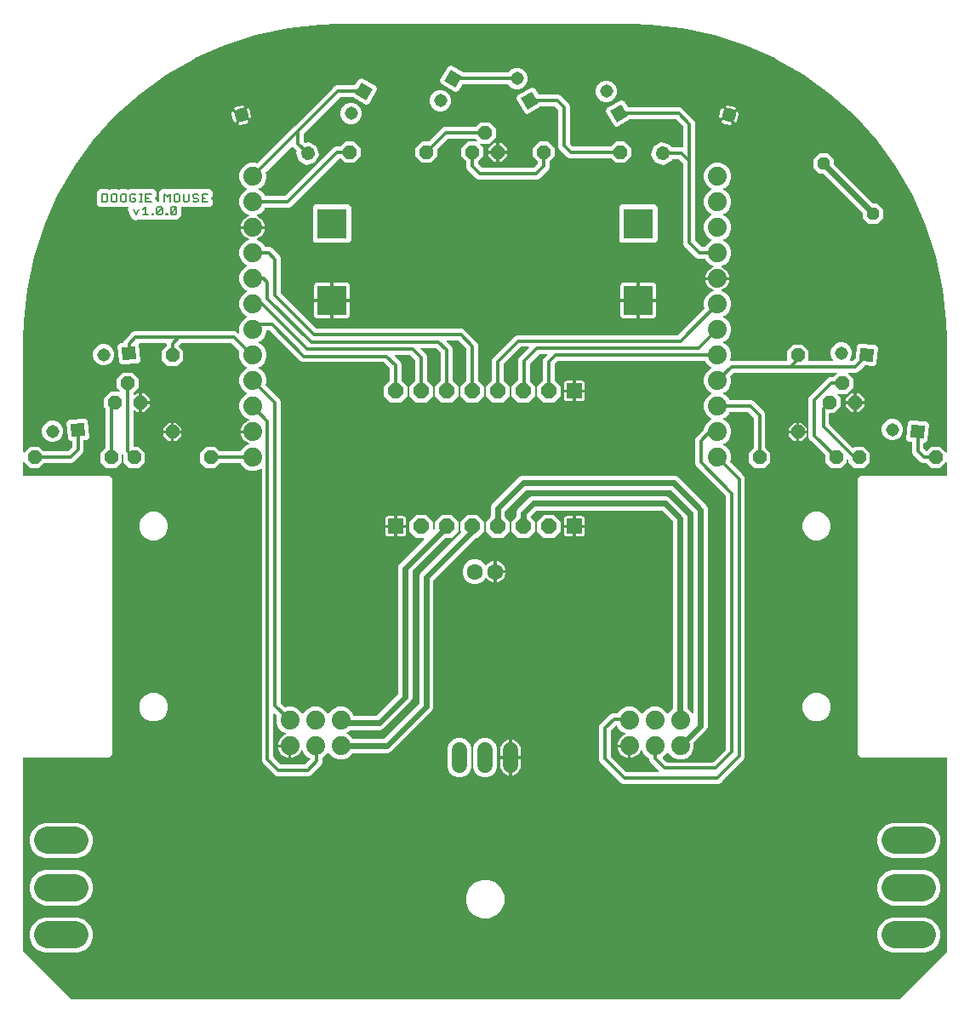
<source format=gtl>
G04 EAGLE Gerber RS-274X export*
G75*
%MOMM*%
%FSLAX34Y34*%
%LPD*%
%INComponent side*%
%IPPOS*%
%AMOC8*
5,1,8,0,0,1.08239X$1,22.5*%
G01*
%ADD10C,0.203200*%
%ADD11C,1.308000*%
%ADD12R,1.308000X1.308000*%
%ADD13P,1.429621X8X22.500000*%
%ADD14P,1.429621X8X202.500000*%
%ADD15P,1.429621X8X112.500000*%
%ADD16P,1.429621X8X352.500000*%
%ADD17P,1.429621X8X232.500000*%
%ADD18R,3.000000X3.000000*%
%ADD19C,1.879600*%
%ADD20C,2.705100*%
%ADD21R,1.508000X1.508000*%
%ADD22P,1.632244X8X112.500000*%
%ADD23C,1.524000*%
%ADD24C,1.600000*%
%ADD25C,0.355600*%
%ADD26C,0.609600*%
%ADD27P,1.319650X8X22.500000*%

G36*
X411475Y-385659D02*
X411475Y-385659D01*
X411566Y-385651D01*
X411596Y-385639D01*
X411628Y-385634D01*
X411709Y-385591D01*
X411793Y-385555D01*
X411825Y-385529D01*
X411845Y-385518D01*
X411868Y-385495D01*
X411924Y-385450D01*
X459450Y-337924D01*
X459503Y-337850D01*
X459563Y-337780D01*
X459575Y-337750D01*
X459594Y-337724D01*
X459621Y-337637D01*
X459655Y-337552D01*
X459659Y-337511D01*
X459666Y-337489D01*
X459665Y-337457D01*
X459673Y-337385D01*
X459673Y-145288D01*
X459670Y-145268D01*
X459672Y-145249D01*
X459650Y-145147D01*
X459634Y-145045D01*
X459624Y-145028D01*
X459620Y-145008D01*
X459567Y-144919D01*
X459518Y-144828D01*
X459504Y-144814D01*
X459494Y-144797D01*
X459415Y-144730D01*
X459340Y-144658D01*
X459322Y-144650D01*
X459307Y-144637D01*
X459211Y-144598D01*
X459117Y-144555D01*
X459097Y-144553D01*
X459079Y-144545D01*
X458912Y-144527D01*
X373601Y-144527D01*
X370773Y-141699D01*
X370773Y132299D01*
X373601Y135127D01*
X458912Y135127D01*
X458932Y135130D01*
X458951Y135128D01*
X459053Y135150D01*
X459155Y135166D01*
X459172Y135176D01*
X459192Y135180D01*
X459281Y135233D01*
X459372Y135282D01*
X459386Y135296D01*
X459403Y135306D01*
X459470Y135385D01*
X459542Y135460D01*
X459550Y135478D01*
X459563Y135493D01*
X459602Y135589D01*
X459645Y135683D01*
X459647Y135703D01*
X459655Y135721D01*
X459673Y135888D01*
X459673Y148108D01*
X459662Y148178D01*
X459660Y148250D01*
X459642Y148299D01*
X459634Y148350D01*
X459600Y148414D01*
X459575Y148481D01*
X459543Y148522D01*
X459518Y148568D01*
X459466Y148617D01*
X459422Y148673D01*
X459378Y148701D01*
X459340Y148737D01*
X459275Y148767D01*
X459215Y148806D01*
X459164Y148819D01*
X459117Y148841D01*
X459046Y148849D01*
X458976Y148866D01*
X458924Y148862D01*
X458873Y148868D01*
X458802Y148853D01*
X458731Y148847D01*
X458683Y148827D01*
X458632Y148816D01*
X458571Y148779D01*
X458505Y148751D01*
X458449Y148706D01*
X458421Y148689D01*
X458406Y148672D01*
X458374Y148646D01*
X452729Y143001D01*
X443891Y143001D01*
X439288Y147604D01*
X439214Y147657D01*
X439144Y147717D01*
X439114Y147729D01*
X439088Y147748D01*
X439001Y147775D01*
X438916Y147809D01*
X438875Y147813D01*
X438853Y147820D01*
X438821Y147819D01*
X438750Y147827D01*
X435718Y147827D01*
X433570Y148717D01*
X425546Y156741D01*
X424656Y158889D01*
X424656Y168522D01*
X424653Y168540D01*
X424655Y168556D01*
X424637Y168640D01*
X424621Y168752D01*
X424618Y168758D01*
X424617Y168765D01*
X424605Y168786D01*
X424603Y168797D01*
X424575Y168844D01*
X424562Y168867D01*
X424510Y168971D01*
X424505Y168976D01*
X424502Y168982D01*
X424480Y169003D01*
X424477Y169008D01*
X424455Y169026D01*
X424418Y169062D01*
X424334Y169144D01*
X424328Y169147D01*
X424323Y169152D01*
X424291Y169166D01*
X424290Y169168D01*
X424281Y169171D01*
X424218Y169200D01*
X424113Y169251D01*
X424105Y169253D01*
X424100Y169255D01*
X424081Y169257D01*
X423948Y169282D01*
X421556Y169449D01*
X419347Y171990D01*
X420494Y188397D01*
X423035Y190607D01*
X439442Y189459D01*
X441652Y186918D01*
X440504Y170511D01*
X437963Y168302D01*
X437156Y168358D01*
X437110Y168354D01*
X437064Y168359D01*
X436988Y168342D01*
X436911Y168335D01*
X436869Y168316D01*
X436823Y168307D01*
X436757Y168267D01*
X436686Y168236D01*
X436652Y168204D01*
X436612Y168180D01*
X436562Y168122D01*
X436505Y168069D01*
X436482Y168029D01*
X436452Y167993D01*
X436423Y167922D01*
X436386Y167854D01*
X436378Y167809D01*
X436360Y167765D01*
X436345Y167632D01*
X436342Y167612D01*
X436343Y167607D01*
X436342Y167599D01*
X436342Y162786D01*
X436357Y162696D01*
X436364Y162605D01*
X436376Y162576D01*
X436382Y162544D01*
X436424Y162463D01*
X436460Y162379D01*
X436486Y162347D01*
X436497Y162326D01*
X436520Y162304D01*
X436565Y162248D01*
X438644Y160169D01*
X438660Y160157D01*
X438673Y160141D01*
X438760Y160085D01*
X438844Y160025D01*
X438863Y160019D01*
X438880Y160008D01*
X438980Y159983D01*
X439079Y159953D01*
X439099Y159953D01*
X439118Y159948D01*
X439221Y159956D01*
X439325Y159959D01*
X439344Y159966D01*
X439363Y159968D01*
X439458Y160008D01*
X439556Y160044D01*
X439572Y160056D01*
X439590Y160064D01*
X439721Y160169D01*
X443891Y164339D01*
X452729Y164339D01*
X458374Y158694D01*
X458432Y158652D01*
X458484Y158603D01*
X458531Y158581D01*
X458573Y158551D01*
X458642Y158529D01*
X458707Y158499D01*
X458759Y158494D01*
X458809Y158478D01*
X458880Y158480D01*
X458951Y158472D01*
X459002Y158483D01*
X459054Y158485D01*
X459122Y158509D01*
X459192Y158524D01*
X459237Y158551D01*
X459285Y158569D01*
X459341Y158614D01*
X459403Y158651D01*
X459437Y158690D01*
X459477Y158723D01*
X459516Y158783D01*
X459563Y158838D01*
X459582Y158886D01*
X459610Y158930D01*
X459628Y158999D01*
X459655Y159066D01*
X459663Y159137D01*
X459671Y159168D01*
X459669Y159191D01*
X459673Y159232D01*
X459673Y272000D01*
X459672Y272008D01*
X459673Y272020D01*
X459246Y288344D01*
X459241Y288366D01*
X459242Y288404D01*
X455829Y320873D01*
X455822Y320900D01*
X455816Y320952D01*
X449028Y352887D01*
X449018Y352913D01*
X449008Y352964D01*
X438919Y384015D01*
X438906Y384039D01*
X438890Y384089D01*
X425611Y413915D01*
X425596Y413938D01*
X425575Y413986D01*
X409251Y442260D01*
X409233Y442281D01*
X409207Y442327D01*
X390017Y468740D01*
X389997Y468759D01*
X389967Y468802D01*
X368121Y493064D01*
X368099Y493082D01*
X368064Y493121D01*
X343802Y514967D01*
X343779Y514982D01*
X343740Y515017D01*
X317327Y534207D01*
X317302Y534220D01*
X317260Y534251D01*
X288986Y550575D01*
X288960Y550585D01*
X288915Y550611D01*
X259089Y563890D01*
X259062Y563897D01*
X259015Y563919D01*
X227964Y574008D01*
X227937Y574012D01*
X227887Y574028D01*
X195952Y580816D01*
X195924Y580818D01*
X195873Y580829D01*
X163404Y584242D01*
X163382Y584240D01*
X163344Y584246D01*
X147020Y584673D01*
X147012Y584672D01*
X147000Y584673D01*
X-147000Y584673D01*
X-147008Y584672D01*
X-147020Y584673D01*
X-163344Y584246D01*
X-163366Y584241D01*
X-163404Y584242D01*
X-195873Y580829D01*
X-195900Y580822D01*
X-195952Y580816D01*
X-227887Y574028D01*
X-227913Y574018D01*
X-227964Y574008D01*
X-259015Y563919D01*
X-259039Y563906D01*
X-259089Y563890D01*
X-288915Y550611D01*
X-288938Y550596D01*
X-288986Y550575D01*
X-317260Y534251D01*
X-317281Y534233D01*
X-317327Y534207D01*
X-343740Y515017D01*
X-343759Y514997D01*
X-343802Y514967D01*
X-368064Y493121D01*
X-368082Y493099D01*
X-368121Y493064D01*
X-389967Y468802D01*
X-389982Y468779D01*
X-390017Y468740D01*
X-409207Y442327D01*
X-409220Y442302D01*
X-409251Y442260D01*
X-425575Y413986D01*
X-425585Y413960D01*
X-425611Y413915D01*
X-438890Y384089D01*
X-438897Y384062D01*
X-438919Y384015D01*
X-449008Y352964D01*
X-449010Y352953D01*
X-449014Y352944D01*
X-449016Y352926D01*
X-449028Y352887D01*
X-455816Y320952D01*
X-455818Y320924D01*
X-455829Y320873D01*
X-459242Y288404D01*
X-459240Y288382D01*
X-459246Y288344D01*
X-459673Y272020D01*
X-459672Y272012D01*
X-459673Y272000D01*
X-459673Y159232D01*
X-459662Y159162D01*
X-459660Y159090D01*
X-459642Y159041D01*
X-459634Y158990D01*
X-459600Y158926D01*
X-459575Y158859D01*
X-459543Y158818D01*
X-459518Y158772D01*
X-459466Y158723D01*
X-459422Y158667D01*
X-459378Y158639D01*
X-459340Y158603D01*
X-459275Y158573D01*
X-459215Y158534D01*
X-459164Y158521D01*
X-459117Y158499D01*
X-459046Y158491D01*
X-458976Y158474D01*
X-458924Y158478D01*
X-458873Y158472D01*
X-458802Y158487D01*
X-458731Y158493D01*
X-458683Y158513D01*
X-458632Y158524D01*
X-458571Y158561D01*
X-458505Y158589D01*
X-458449Y158634D01*
X-458421Y158651D01*
X-458406Y158668D01*
X-458374Y158694D01*
X-452729Y164339D01*
X-443891Y164339D01*
X-439288Y159736D01*
X-439214Y159683D01*
X-439144Y159623D01*
X-439114Y159611D01*
X-439088Y159592D01*
X-439001Y159565D01*
X-438916Y159531D01*
X-438875Y159527D01*
X-438853Y159520D01*
X-438821Y159521D01*
X-438750Y159513D01*
X-415485Y159513D01*
X-415395Y159527D01*
X-415304Y159535D01*
X-415275Y159547D01*
X-415243Y159552D01*
X-415162Y159595D01*
X-415078Y159631D01*
X-415046Y159657D01*
X-415025Y159668D01*
X-415003Y159691D01*
X-414947Y159736D01*
X-411196Y163487D01*
X-411143Y163561D01*
X-411083Y163631D01*
X-411071Y163661D01*
X-411052Y163687D01*
X-411025Y163774D01*
X-410991Y163859D01*
X-410987Y163900D01*
X-410980Y163922D01*
X-410981Y163954D01*
X-410973Y164025D01*
X-410973Y169373D01*
X-410980Y169418D01*
X-410978Y169465D01*
X-411000Y169539D01*
X-411012Y169615D01*
X-411034Y169656D01*
X-411047Y169701D01*
X-411091Y169765D01*
X-411128Y169833D01*
X-411161Y169865D01*
X-411188Y169903D01*
X-411250Y169949D01*
X-411306Y170002D01*
X-411348Y170022D01*
X-411385Y170049D01*
X-411459Y170073D01*
X-411529Y170106D01*
X-411575Y170111D01*
X-411619Y170125D01*
X-411754Y170131D01*
X-411773Y170133D01*
X-411779Y170132D01*
X-411787Y170132D01*
X-412625Y170073D01*
X-415166Y172283D01*
X-416313Y188690D01*
X-414104Y191231D01*
X-397697Y192378D01*
X-395156Y190169D01*
X-394008Y173762D01*
X-396218Y171221D01*
X-398579Y171056D01*
X-398692Y171029D01*
X-398806Y171004D01*
X-398812Y171001D01*
X-398818Y170999D01*
X-398917Y170938D01*
X-399017Y170878D01*
X-399021Y170873D01*
X-399027Y170869D01*
X-399101Y170779D01*
X-399177Y170691D01*
X-399179Y170685D01*
X-399184Y170679D01*
X-399225Y170571D01*
X-399269Y170463D01*
X-399270Y170455D01*
X-399272Y170450D01*
X-399272Y170430D01*
X-399287Y170296D01*
X-399287Y160128D01*
X-400177Y157980D01*
X-409440Y148717D01*
X-411588Y147827D01*
X-438750Y147827D01*
X-438840Y147813D01*
X-438931Y147805D01*
X-438960Y147793D01*
X-438992Y147788D01*
X-439073Y147745D01*
X-439157Y147709D01*
X-439189Y147683D01*
X-439210Y147672D01*
X-439232Y147649D01*
X-439288Y147604D01*
X-443891Y143001D01*
X-452729Y143001D01*
X-458374Y148646D01*
X-458432Y148688D01*
X-458484Y148737D01*
X-458531Y148759D01*
X-458573Y148789D01*
X-458642Y148811D01*
X-458707Y148841D01*
X-458759Y148846D01*
X-458809Y148862D01*
X-458880Y148860D01*
X-458951Y148868D01*
X-459002Y148857D01*
X-459054Y148855D01*
X-459122Y148831D01*
X-459192Y148816D01*
X-459237Y148789D01*
X-459285Y148771D01*
X-459341Y148726D01*
X-459403Y148689D01*
X-459437Y148650D01*
X-459477Y148617D01*
X-459516Y148557D01*
X-459563Y148502D01*
X-459582Y148454D01*
X-459610Y148410D01*
X-459628Y148341D01*
X-459655Y148274D01*
X-459663Y148203D01*
X-459671Y148172D01*
X-459669Y148149D01*
X-459673Y148108D01*
X-459673Y135888D01*
X-459670Y135868D01*
X-459672Y135849D01*
X-459650Y135747D01*
X-459634Y135645D01*
X-459624Y135628D01*
X-459620Y135608D01*
X-459567Y135519D01*
X-459518Y135428D01*
X-459504Y135414D01*
X-459494Y135397D01*
X-459415Y135330D01*
X-459340Y135258D01*
X-459322Y135250D01*
X-459307Y135237D01*
X-459211Y135198D01*
X-459117Y135155D01*
X-459097Y135153D01*
X-459079Y135145D01*
X-458912Y135127D01*
X-373601Y135127D01*
X-370773Y132299D01*
X-370773Y-141699D01*
X-373601Y-144527D01*
X-458912Y-144527D01*
X-458932Y-144530D01*
X-458951Y-144528D01*
X-459053Y-144550D01*
X-459155Y-144566D01*
X-459172Y-144576D01*
X-459192Y-144580D01*
X-459281Y-144633D01*
X-459372Y-144682D01*
X-459386Y-144696D01*
X-459403Y-144706D01*
X-459470Y-144785D01*
X-459542Y-144860D01*
X-459550Y-144878D01*
X-459563Y-144893D01*
X-459602Y-144989D01*
X-459645Y-145083D01*
X-459647Y-145103D01*
X-459655Y-145121D01*
X-459673Y-145288D01*
X-459673Y-337385D01*
X-459659Y-337475D01*
X-459651Y-337566D01*
X-459639Y-337596D01*
X-459634Y-337628D01*
X-459591Y-337709D01*
X-459555Y-337793D01*
X-459529Y-337825D01*
X-459518Y-337845D01*
X-459495Y-337868D01*
X-459450Y-337924D01*
X-411924Y-385450D01*
X-411850Y-385503D01*
X-411780Y-385563D01*
X-411750Y-385575D01*
X-411724Y-385594D01*
X-411637Y-385621D01*
X-411552Y-385655D01*
X-411511Y-385659D01*
X-411489Y-385666D01*
X-411457Y-385665D01*
X-411385Y-385673D01*
X411385Y-385673D01*
X411475Y-385659D01*
G37*
%LPC*%
G36*
X137268Y-170943D02*
X137268Y-170943D01*
X135120Y-170053D01*
X133370Y-168303D01*
X116177Y-151110D01*
X114427Y-149360D01*
X113537Y-147212D01*
X113537Y-114408D01*
X114427Y-112260D01*
X124960Y-101727D01*
X127108Y-100837D01*
X131376Y-100837D01*
X131491Y-100818D01*
X131607Y-100801D01*
X131612Y-100799D01*
X131618Y-100798D01*
X131721Y-100743D01*
X131826Y-100690D01*
X131830Y-100685D01*
X131836Y-100682D01*
X131916Y-100598D01*
X131998Y-100514D01*
X132002Y-100508D01*
X132005Y-100504D01*
X132013Y-100487D01*
X132079Y-100367D01*
X132097Y-100324D01*
X135884Y-96537D01*
X140832Y-94487D01*
X146188Y-94487D01*
X151136Y-96537D01*
X154923Y-100324D01*
X155507Y-101733D01*
X155545Y-101794D01*
X155574Y-101859D01*
X155609Y-101898D01*
X155636Y-101942D01*
X155692Y-101988D01*
X155740Y-102040D01*
X155786Y-102065D01*
X155826Y-102099D01*
X155893Y-102124D01*
X155956Y-102159D01*
X156007Y-102168D01*
X156055Y-102187D01*
X156127Y-102190D01*
X156198Y-102203D01*
X156249Y-102195D01*
X156301Y-102197D01*
X156370Y-102177D01*
X156441Y-102167D01*
X156487Y-102143D01*
X156537Y-102129D01*
X156596Y-102088D01*
X156660Y-102055D01*
X156697Y-102018D01*
X156739Y-101988D01*
X156782Y-101931D01*
X156832Y-101880D01*
X156867Y-101817D01*
X156886Y-101791D01*
X156893Y-101769D01*
X156913Y-101733D01*
X157497Y-100324D01*
X161284Y-96537D01*
X166232Y-94487D01*
X171588Y-94487D01*
X176536Y-96537D01*
X180323Y-100324D01*
X180907Y-101733D01*
X180945Y-101794D01*
X180974Y-101859D01*
X181009Y-101898D01*
X181036Y-101942D01*
X181092Y-101988D01*
X181140Y-102040D01*
X181186Y-102065D01*
X181226Y-102099D01*
X181293Y-102124D01*
X181356Y-102159D01*
X181407Y-102168D01*
X181455Y-102187D01*
X181527Y-102190D01*
X181598Y-102203D01*
X181649Y-102195D01*
X181701Y-102197D01*
X181770Y-102177D01*
X181841Y-102167D01*
X181887Y-102143D01*
X181937Y-102129D01*
X181996Y-102088D01*
X182060Y-102055D01*
X182097Y-102018D01*
X182139Y-101988D01*
X182182Y-101931D01*
X182232Y-101880D01*
X182267Y-101817D01*
X182286Y-101791D01*
X182293Y-101769D01*
X182313Y-101733D01*
X182897Y-100324D01*
X186720Y-96501D01*
X186773Y-96427D01*
X186833Y-96357D01*
X186845Y-96327D01*
X186864Y-96301D01*
X186891Y-96214D01*
X186925Y-96129D01*
X186929Y-96088D01*
X186936Y-96066D01*
X186935Y-96034D01*
X186943Y-95962D01*
X186943Y89702D01*
X186929Y89793D01*
X186921Y89883D01*
X186909Y89913D01*
X186904Y89945D01*
X186861Y90026D01*
X186825Y90110D01*
X186799Y90142D01*
X186788Y90163D01*
X186765Y90185D01*
X186720Y90241D01*
X176347Y100614D01*
X176273Y100667D01*
X176203Y100727D01*
X176173Y100739D01*
X176147Y100758D01*
X176060Y100785D01*
X175975Y100819D01*
X175934Y100823D01*
X175912Y100830D01*
X175880Y100829D01*
X175808Y100837D01*
X51522Y100837D01*
X51431Y100823D01*
X51341Y100815D01*
X51311Y100803D01*
X51279Y100798D01*
X51198Y100755D01*
X51114Y100719D01*
X51082Y100693D01*
X51061Y100682D01*
X51039Y100659D01*
X50983Y100614D01*
X45524Y95155D01*
X45512Y95138D01*
X45496Y95126D01*
X45440Y95039D01*
X45380Y94955D01*
X45374Y94936D01*
X45363Y94919D01*
X45338Y94819D01*
X45308Y94720D01*
X45308Y94700D01*
X45303Y94681D01*
X45311Y94578D01*
X45314Y94474D01*
X45321Y94455D01*
X45322Y94435D01*
X45363Y94340D01*
X45398Y94243D01*
X45411Y94227D01*
X45419Y94209D01*
X45524Y94078D01*
X49705Y89897D01*
X49705Y80283D01*
X42907Y73485D01*
X33293Y73485D01*
X26495Y80283D01*
X26495Y89897D01*
X30764Y94166D01*
X30811Y94230D01*
X30827Y94247D01*
X30830Y94255D01*
X30877Y94309D01*
X30889Y94339D01*
X30908Y94366D01*
X30935Y94453D01*
X30969Y94537D01*
X30973Y94578D01*
X30980Y94601D01*
X30979Y94633D01*
X30987Y94704D01*
X30987Y99205D01*
X32070Y101819D01*
X44231Y113980D01*
X46845Y115063D01*
X180485Y115063D01*
X183099Y113980D01*
X200086Y96993D01*
X201169Y94379D01*
X201169Y-95710D01*
X201187Y-95825D01*
X201205Y-95941D01*
X201207Y-95947D01*
X201208Y-95953D01*
X201263Y-96056D01*
X201316Y-96161D01*
X201321Y-96165D01*
X201324Y-96171D01*
X201408Y-96251D01*
X201492Y-96333D01*
X201498Y-96336D01*
X201502Y-96340D01*
X201519Y-96348D01*
X201639Y-96414D01*
X201936Y-96537D01*
X205723Y-100324D01*
X205799Y-100506D01*
X205850Y-100589D01*
X205896Y-100675D01*
X205914Y-100693D01*
X205928Y-100715D01*
X206003Y-100778D01*
X206074Y-100845D01*
X206098Y-100856D01*
X206118Y-100872D01*
X206209Y-100907D01*
X206297Y-100948D01*
X206323Y-100951D01*
X206347Y-100961D01*
X206445Y-100965D01*
X206541Y-100975D01*
X206567Y-100970D01*
X206593Y-100971D01*
X206687Y-100944D01*
X206782Y-100923D01*
X206804Y-100910D01*
X206829Y-100902D01*
X206909Y-100847D01*
X206993Y-100797D01*
X207010Y-100777D01*
X207031Y-100762D01*
X207090Y-100684D01*
X207153Y-100610D01*
X207163Y-100586D01*
X207178Y-100565D01*
X207208Y-100472D01*
X207224Y-100434D01*
X207235Y-100410D01*
X207236Y-100404D01*
X207245Y-100382D01*
X207248Y-100349D01*
X207254Y-100331D01*
X207254Y-100298D01*
X207263Y-100215D01*
X207263Y98592D01*
X207249Y98683D01*
X207241Y98773D01*
X207229Y98803D01*
X207224Y98835D01*
X207181Y98916D01*
X207145Y99000D01*
X207119Y99032D01*
X207108Y99053D01*
X207085Y99075D01*
X207040Y99131D01*
X185237Y120934D01*
X185163Y120987D01*
X185093Y121047D01*
X185063Y121059D01*
X185037Y121078D01*
X184950Y121105D01*
X184865Y121139D01*
X184824Y121143D01*
X184802Y121150D01*
X184770Y121149D01*
X184698Y121157D01*
X41362Y121157D01*
X41271Y121143D01*
X41181Y121135D01*
X41151Y121123D01*
X41119Y121118D01*
X41038Y121075D01*
X40954Y121039D01*
X40922Y121013D01*
X40901Y121002D01*
X40879Y120979D01*
X40823Y120934D01*
X20036Y100147D01*
X19983Y100073D01*
X19923Y100003D01*
X19911Y99973D01*
X19892Y99947D01*
X19865Y99860D01*
X19831Y99775D01*
X19827Y99734D01*
X19820Y99712D01*
X19821Y99680D01*
X19813Y99608D01*
X19813Y94704D01*
X19827Y94614D01*
X19835Y94523D01*
X19847Y94493D01*
X19852Y94461D01*
X19895Y94381D01*
X19931Y94297D01*
X19957Y94265D01*
X19968Y94244D01*
X19991Y94222D01*
X20036Y94166D01*
X24305Y89897D01*
X24305Y80283D01*
X17507Y73485D01*
X7893Y73485D01*
X1095Y80283D01*
X1095Y89897D01*
X5364Y94166D01*
X5411Y94230D01*
X5427Y94247D01*
X5430Y94255D01*
X5477Y94309D01*
X5489Y94339D01*
X5508Y94366D01*
X5535Y94453D01*
X5569Y94537D01*
X5573Y94578D01*
X5580Y94601D01*
X5579Y94633D01*
X5587Y94704D01*
X5587Y104285D01*
X6670Y106899D01*
X34071Y134300D01*
X36685Y135383D01*
X189375Y135383D01*
X191989Y134300D01*
X220406Y105883D01*
X221489Y103269D01*
X221489Y-114699D01*
X220406Y-117313D01*
X207920Y-129799D01*
X207852Y-129893D01*
X207782Y-129988D01*
X207780Y-129994D01*
X207776Y-129999D01*
X207742Y-130110D01*
X207706Y-130222D01*
X207706Y-130228D01*
X207704Y-130234D01*
X207707Y-130352D01*
X207708Y-130468D01*
X207710Y-130475D01*
X207710Y-130480D01*
X207717Y-130497D01*
X207755Y-130629D01*
X207773Y-130672D01*
X207773Y-136028D01*
X205723Y-140976D01*
X201936Y-144763D01*
X196988Y-146813D01*
X191632Y-146813D01*
X186684Y-144763D01*
X182897Y-140976D01*
X182313Y-139567D01*
X182276Y-139506D01*
X182246Y-139441D01*
X182211Y-139402D01*
X182184Y-139358D01*
X182128Y-139312D01*
X182080Y-139260D01*
X182034Y-139235D01*
X181994Y-139201D01*
X181927Y-139176D01*
X181864Y-139141D01*
X181813Y-139132D01*
X181765Y-139113D01*
X181693Y-139110D01*
X181622Y-139097D01*
X181571Y-139105D01*
X181519Y-139103D01*
X181450Y-139123D01*
X181379Y-139133D01*
X181333Y-139157D01*
X181283Y-139171D01*
X181224Y-139212D01*
X181160Y-139245D01*
X181123Y-139282D01*
X181081Y-139312D01*
X181038Y-139369D01*
X180988Y-139420D01*
X180953Y-139483D01*
X180934Y-139509D01*
X180927Y-139531D01*
X180907Y-139567D01*
X180323Y-140976D01*
X176749Y-144550D01*
X176738Y-144566D01*
X176722Y-144578D01*
X176666Y-144666D01*
X176606Y-144750D01*
X176600Y-144769D01*
X176589Y-144785D01*
X176564Y-144886D01*
X176533Y-144985D01*
X176534Y-145005D01*
X176529Y-145024D01*
X176537Y-145127D01*
X176540Y-145231D01*
X176547Y-145249D01*
X176548Y-145269D01*
X176589Y-145364D01*
X176624Y-145462D01*
X176637Y-145477D01*
X176644Y-145495D01*
X176749Y-145626D01*
X180505Y-149382D01*
X180579Y-149435D01*
X180649Y-149495D01*
X180679Y-149507D01*
X180705Y-149526D01*
X180792Y-149553D01*
X180877Y-149587D01*
X180918Y-149591D01*
X180940Y-149598D01*
X180972Y-149597D01*
X181043Y-149605D01*
X226729Y-149605D01*
X226819Y-149591D01*
X226910Y-149583D01*
X226939Y-149571D01*
X226971Y-149566D01*
X227052Y-149523D01*
X227136Y-149487D01*
X227168Y-149461D01*
X227189Y-149450D01*
X227211Y-149427D01*
X227267Y-149382D01*
X239552Y-137097D01*
X239605Y-137023D01*
X239665Y-136953D01*
X239677Y-136923D01*
X239696Y-136897D01*
X239723Y-136810D01*
X239757Y-136725D01*
X239761Y-136684D01*
X239768Y-136662D01*
X239767Y-136630D01*
X239775Y-136559D01*
X239775Y114867D01*
X239761Y114957D01*
X239753Y115048D01*
X239741Y115077D01*
X239736Y115109D01*
X239693Y115190D01*
X239657Y115274D01*
X239631Y115306D01*
X239620Y115327D01*
X239597Y115349D01*
X239552Y115405D01*
X209677Y145280D01*
X208787Y147428D01*
X208787Y171342D01*
X209677Y173490D01*
X217454Y181267D01*
X217507Y181341D01*
X217567Y181411D01*
X217579Y181441D01*
X217598Y181467D01*
X217625Y181554D01*
X217659Y181639D01*
X217663Y181680D01*
X217670Y181702D01*
X217669Y181729D01*
X219727Y186696D01*
X223514Y190483D01*
X224923Y191067D01*
X224984Y191105D01*
X225049Y191134D01*
X225088Y191169D01*
X225132Y191196D01*
X225178Y191252D01*
X225230Y191300D01*
X225255Y191346D01*
X225289Y191386D01*
X225314Y191453D01*
X225349Y191516D01*
X225358Y191567D01*
X225377Y191615D01*
X225380Y191687D01*
X225393Y191758D01*
X225385Y191809D01*
X225387Y191861D01*
X225367Y191930D01*
X225357Y192001D01*
X225333Y192047D01*
X225319Y192097D01*
X225278Y192156D01*
X225245Y192220D01*
X225208Y192257D01*
X225178Y192299D01*
X225121Y192342D01*
X225070Y192392D01*
X225007Y192427D01*
X224981Y192446D01*
X224959Y192453D01*
X224923Y192473D01*
X223514Y193057D01*
X219727Y196844D01*
X217677Y201792D01*
X217677Y207148D01*
X219727Y212096D01*
X223514Y215883D01*
X224923Y216467D01*
X224984Y216505D01*
X225049Y216534D01*
X225088Y216569D01*
X225132Y216596D01*
X225178Y216652D01*
X225230Y216700D01*
X225255Y216746D01*
X225289Y216786D01*
X225314Y216853D01*
X225349Y216916D01*
X225358Y216967D01*
X225377Y217015D01*
X225380Y217087D01*
X225393Y217158D01*
X225385Y217209D01*
X225387Y217261D01*
X225367Y217330D01*
X225357Y217401D01*
X225333Y217447D01*
X225319Y217497D01*
X225278Y217556D01*
X225245Y217620D01*
X225208Y217657D01*
X225178Y217699D01*
X225121Y217742D01*
X225070Y217792D01*
X225007Y217827D01*
X224981Y217846D01*
X224959Y217853D01*
X224923Y217873D01*
X223514Y218457D01*
X219727Y222244D01*
X217677Y227192D01*
X217677Y232548D01*
X219727Y237496D01*
X223514Y241283D01*
X224923Y241867D01*
X224984Y241905D01*
X225049Y241934D01*
X225087Y241969D01*
X225132Y241996D01*
X225178Y242052D01*
X225230Y242100D01*
X225255Y242146D01*
X225289Y242186D01*
X225314Y242253D01*
X225349Y242316D01*
X225358Y242367D01*
X225377Y242415D01*
X225380Y242487D01*
X225393Y242558D01*
X225385Y242609D01*
X225387Y242661D01*
X225367Y242730D01*
X225357Y242801D01*
X225333Y242847D01*
X225319Y242897D01*
X225278Y242956D01*
X225245Y243020D01*
X225208Y243057D01*
X225178Y243099D01*
X225121Y243142D01*
X225070Y243192D01*
X225007Y243227D01*
X224981Y243246D01*
X224959Y243253D01*
X224923Y243273D01*
X223514Y243857D01*
X219727Y247644D01*
X219183Y248957D01*
X219121Y249057D01*
X219061Y249157D01*
X219057Y249161D01*
X219053Y249166D01*
X218963Y249241D01*
X218874Y249317D01*
X218869Y249319D01*
X218864Y249323D01*
X218755Y249365D01*
X218646Y249409D01*
X218639Y249410D01*
X218634Y249411D01*
X218616Y249412D01*
X218480Y249427D01*
X72585Y249427D01*
X72495Y249413D01*
X72404Y249405D01*
X72375Y249393D01*
X72343Y249388D01*
X72262Y249345D01*
X72178Y249309D01*
X72146Y249283D01*
X72125Y249272D01*
X72103Y249249D01*
X72047Y249204D01*
X69566Y246723D01*
X69513Y246649D01*
X69453Y246579D01*
X69441Y246549D01*
X69422Y246523D01*
X69395Y246436D01*
X69361Y246351D01*
X69357Y246310D01*
X69350Y246288D01*
X69351Y246256D01*
X69343Y246185D01*
X69343Y230594D01*
X69357Y230504D01*
X69365Y230413D01*
X69377Y230383D01*
X69382Y230351D01*
X69425Y230271D01*
X69461Y230187D01*
X69487Y230155D01*
X69498Y230134D01*
X69521Y230112D01*
X69566Y230056D01*
X75105Y224517D01*
X75105Y214903D01*
X68307Y208105D01*
X58693Y208105D01*
X51895Y214903D01*
X51895Y224517D01*
X57434Y230056D01*
X57487Y230130D01*
X57547Y230199D01*
X57559Y230229D01*
X57578Y230256D01*
X57605Y230343D01*
X57639Y230427D01*
X57643Y230468D01*
X57650Y230491D01*
X57649Y230523D01*
X57657Y230594D01*
X57657Y250082D01*
X58547Y252230D01*
X60297Y253980D01*
X61557Y255240D01*
X61599Y255298D01*
X61648Y255350D01*
X61670Y255397D01*
X61700Y255439D01*
X61722Y255508D01*
X61752Y255573D01*
X61757Y255625D01*
X61773Y255675D01*
X61771Y255746D01*
X61779Y255817D01*
X61768Y255868D01*
X61766Y255920D01*
X61742Y255988D01*
X61727Y256058D01*
X61700Y256103D01*
X61682Y256151D01*
X61637Y256207D01*
X61600Y256269D01*
X61561Y256303D01*
X61528Y256343D01*
X61468Y256382D01*
X61413Y256429D01*
X61365Y256448D01*
X61321Y256476D01*
X61252Y256494D01*
X61185Y256521D01*
X61114Y256529D01*
X61083Y256537D01*
X61060Y256535D01*
X61019Y256539D01*
X54400Y256539D01*
X54309Y256525D01*
X54219Y256517D01*
X54189Y256505D01*
X54157Y256500D01*
X54076Y256457D01*
X53992Y256421D01*
X53960Y256395D01*
X53939Y256384D01*
X53917Y256361D01*
X53861Y256316D01*
X44674Y247129D01*
X44621Y247055D01*
X44561Y246985D01*
X44549Y246955D01*
X44530Y246929D01*
X44503Y246842D01*
X44469Y246757D01*
X44465Y246716D01*
X44458Y246694D01*
X44459Y246662D01*
X44451Y246590D01*
X44451Y230086D01*
X44465Y229996D01*
X44473Y229905D01*
X44485Y229875D01*
X44490Y229843D01*
X44533Y229763D01*
X44569Y229679D01*
X44595Y229647D01*
X44606Y229626D01*
X44629Y229604D01*
X44674Y229548D01*
X49705Y224517D01*
X49705Y214903D01*
X42907Y208105D01*
X33293Y208105D01*
X26495Y214903D01*
X26495Y224517D01*
X32542Y230564D01*
X32595Y230638D01*
X32655Y230707D01*
X32667Y230737D01*
X32686Y230764D01*
X32713Y230851D01*
X32747Y230935D01*
X32751Y230976D01*
X32758Y230999D01*
X32757Y231031D01*
X32765Y231102D01*
X32765Y250488D01*
X33655Y252636D01*
X35405Y254386D01*
X43371Y262352D01*
X43413Y262410D01*
X43462Y262462D01*
X43484Y262509D01*
X43514Y262551D01*
X43536Y262620D01*
X43566Y262685D01*
X43572Y262737D01*
X43587Y262787D01*
X43585Y262858D01*
X43593Y262929D01*
X43582Y262980D01*
X43580Y263032D01*
X43556Y263100D01*
X43541Y263170D01*
X43514Y263215D01*
X43496Y263263D01*
X43451Y263319D01*
X43414Y263381D01*
X43375Y263415D01*
X43342Y263455D01*
X43282Y263494D01*
X43228Y263541D01*
X43179Y263560D01*
X43135Y263588D01*
X43066Y263606D01*
X42999Y263633D01*
X42928Y263641D01*
X42897Y263649D01*
X42874Y263647D01*
X42833Y263651D01*
X36009Y263651D01*
X35919Y263637D01*
X35828Y263629D01*
X35799Y263617D01*
X35767Y263612D01*
X35686Y263569D01*
X35602Y263533D01*
X35570Y263507D01*
X35549Y263496D01*
X35527Y263473D01*
X35471Y263428D01*
X18766Y246723D01*
X18713Y246649D01*
X18653Y246579D01*
X18641Y246549D01*
X18622Y246523D01*
X18595Y246436D01*
X18561Y246351D01*
X18557Y246310D01*
X18550Y246288D01*
X18551Y246256D01*
X18543Y246185D01*
X18543Y230594D01*
X18557Y230504D01*
X18565Y230413D01*
X18577Y230383D01*
X18582Y230351D01*
X18625Y230271D01*
X18661Y230187D01*
X18687Y230155D01*
X18698Y230134D01*
X18721Y230112D01*
X18766Y230056D01*
X24305Y224517D01*
X24305Y214903D01*
X17507Y208105D01*
X7893Y208105D01*
X1095Y214903D01*
X1095Y224517D01*
X6634Y230056D01*
X6687Y230130D01*
X6747Y230199D01*
X6759Y230229D01*
X6778Y230256D01*
X6805Y230343D01*
X6839Y230427D01*
X6843Y230468D01*
X6850Y230491D01*
X6849Y230523D01*
X6857Y230594D01*
X6857Y250082D01*
X7747Y252230D01*
X29964Y274447D01*
X32112Y275337D01*
X191829Y275337D01*
X191919Y275351D01*
X192010Y275359D01*
X192039Y275371D01*
X192071Y275376D01*
X192152Y275419D01*
X192236Y275455D01*
X192268Y275481D01*
X192289Y275492D01*
X192311Y275515D01*
X192367Y275560D01*
X218056Y301249D01*
X218124Y301344D01*
X218194Y301438D01*
X218196Y301444D01*
X218200Y301449D01*
X218234Y301560D01*
X218270Y301672D01*
X218270Y301678D01*
X218272Y301684D01*
X218269Y301801D01*
X218268Y301918D01*
X218266Y301925D01*
X218266Y301930D01*
X218259Y301947D01*
X218221Y302079D01*
X217677Y303392D01*
X217677Y308748D01*
X219727Y313696D01*
X223514Y317483D01*
X226900Y318886D01*
X226986Y318939D01*
X227075Y318987D01*
X227090Y319004D01*
X227109Y319015D01*
X227173Y319093D01*
X227242Y319167D01*
X227251Y319188D01*
X227266Y319205D01*
X227302Y319299D01*
X227344Y319392D01*
X227346Y319414D01*
X227354Y319434D01*
X227358Y319535D01*
X227368Y319636D01*
X227363Y319658D01*
X227364Y319680D01*
X227336Y319777D01*
X227313Y319876D01*
X227302Y319895D01*
X227296Y319916D01*
X227238Y319999D01*
X227185Y320086D01*
X227168Y320100D01*
X227155Y320118D01*
X227074Y320179D01*
X226996Y320244D01*
X226972Y320255D01*
X226958Y320265D01*
X226927Y320275D01*
X226844Y320313D01*
X226557Y320406D01*
X224883Y321259D01*
X223362Y322364D01*
X222034Y323692D01*
X220929Y325213D01*
X220076Y326887D01*
X219495Y328674D01*
X219294Y329947D01*
X230378Y329947D01*
X230398Y329950D01*
X230417Y329948D01*
X230519Y329970D01*
X230621Y329987D01*
X230638Y329996D01*
X230658Y330000D01*
X230747Y330053D01*
X230838Y330102D01*
X230852Y330116D01*
X230869Y330126D01*
X230936Y330205D01*
X231007Y330280D01*
X231016Y330298D01*
X231029Y330313D01*
X231067Y330409D01*
X231111Y330503D01*
X231113Y330523D01*
X231121Y330541D01*
X231139Y330708D01*
X231139Y332232D01*
X231136Y332252D01*
X231138Y332271D01*
X231116Y332373D01*
X231099Y332475D01*
X231090Y332492D01*
X231086Y332512D01*
X231033Y332601D01*
X230984Y332692D01*
X230970Y332706D01*
X230960Y332723D01*
X230881Y332790D01*
X230806Y332861D01*
X230788Y332870D01*
X230773Y332883D01*
X230677Y332922D01*
X230583Y332965D01*
X230563Y332967D01*
X230545Y332975D01*
X230378Y332993D01*
X219294Y332993D01*
X219495Y334266D01*
X220076Y336053D01*
X220929Y337727D01*
X222034Y339248D01*
X223362Y340576D01*
X224883Y341681D01*
X226557Y342534D01*
X226844Y342627D01*
X226934Y342674D01*
X227026Y342715D01*
X227042Y342730D01*
X227062Y342740D01*
X227133Y342813D01*
X227207Y342881D01*
X227218Y342901D01*
X227233Y342917D01*
X227277Y343008D01*
X227326Y343097D01*
X227330Y343119D01*
X227339Y343139D01*
X227352Y343239D01*
X227370Y343339D01*
X227366Y343361D01*
X227369Y343383D01*
X227349Y343482D01*
X227334Y343582D01*
X227324Y343602D01*
X227319Y343624D01*
X227268Y343711D01*
X227222Y343801D01*
X227206Y343817D01*
X227195Y343836D01*
X227119Y343903D01*
X227047Y343974D01*
X227023Y343987D01*
X227010Y343998D01*
X226980Y344010D01*
X226900Y344054D01*
X223514Y345457D01*
X219727Y349244D01*
X219183Y350557D01*
X219121Y350657D01*
X219061Y350757D01*
X219057Y350761D01*
X219053Y350766D01*
X218963Y350841D01*
X218874Y350917D01*
X218869Y350919D01*
X218864Y350923D01*
X218755Y350965D01*
X218646Y351009D01*
X218639Y351010D01*
X218634Y351011D01*
X218616Y351012D01*
X218480Y351027D01*
X212198Y351027D01*
X210050Y351917D01*
X198247Y363720D01*
X197357Y365868D01*
X197357Y445575D01*
X197343Y445665D01*
X197335Y445756D01*
X197323Y445785D01*
X197318Y445817D01*
X197275Y445898D01*
X197239Y445982D01*
X197213Y446014D01*
X197202Y446035D01*
X197179Y446057D01*
X197134Y446113D01*
X193383Y449864D01*
X193309Y449917D01*
X193239Y449977D01*
X193209Y449989D01*
X193183Y450008D01*
X193096Y450035D01*
X193011Y450069D01*
X192970Y450073D01*
X192948Y450080D01*
X192916Y450079D01*
X192845Y450087D01*
X186618Y450087D01*
X186575Y450080D01*
X186531Y450082D01*
X186454Y450060D01*
X186375Y450048D01*
X186337Y450027D01*
X186294Y450015D01*
X186228Y449970D01*
X186158Y449932D01*
X186128Y449901D01*
X186092Y449876D01*
X186044Y449812D01*
X185989Y449754D01*
X185970Y449714D01*
X185944Y449679D01*
X185891Y449543D01*
X185885Y449531D01*
X185885Y449528D01*
X185883Y449523D01*
X185716Y448900D01*
X178062Y444481D01*
X169525Y446769D01*
X165105Y454423D01*
X167393Y462960D01*
X175047Y467379D01*
X183584Y465091D01*
X185281Y462153D01*
X185323Y462101D01*
X185358Y462043D01*
X185401Y462006D01*
X185436Y461963D01*
X185493Y461927D01*
X185545Y461883D01*
X185597Y461862D01*
X185645Y461832D01*
X185710Y461816D01*
X185773Y461791D01*
X185852Y461782D01*
X185884Y461775D01*
X185905Y461777D01*
X185940Y461773D01*
X196596Y461773D01*
X196616Y461776D01*
X196635Y461774D01*
X196737Y461796D01*
X196839Y461812D01*
X196856Y461822D01*
X196876Y461826D01*
X196965Y461879D01*
X197056Y461928D01*
X197070Y461942D01*
X197087Y461952D01*
X197154Y462031D01*
X197226Y462106D01*
X197234Y462124D01*
X197247Y462139D01*
X197286Y462235D01*
X197329Y462329D01*
X197331Y462349D01*
X197339Y462367D01*
X197357Y462534D01*
X197357Y482405D01*
X197343Y482495D01*
X197335Y482586D01*
X197323Y482615D01*
X197318Y482647D01*
X197275Y482728D01*
X197239Y482812D01*
X197213Y482844D01*
X197202Y482865D01*
X197179Y482887D01*
X197134Y482943D01*
X190411Y489666D01*
X190337Y489719D01*
X190268Y489778D01*
X190238Y489790D01*
X190212Y489809D01*
X190125Y489836D01*
X190040Y489870D01*
X189999Y489875D01*
X189977Y489882D01*
X189944Y489881D01*
X189873Y489889D01*
X144643Y489889D01*
X144530Y489870D01*
X144416Y489854D01*
X144407Y489850D01*
X144401Y489849D01*
X144381Y489839D01*
X144263Y489787D01*
X131531Y482436D01*
X128278Y483307D01*
X120054Y497551D01*
X120926Y500804D01*
X135169Y509027D01*
X138422Y508156D01*
X142002Y501955D01*
X142045Y501903D01*
X142080Y501845D01*
X142122Y501808D01*
X142158Y501764D01*
X142215Y501729D01*
X142267Y501685D01*
X142319Y501664D01*
X142366Y501634D01*
X142432Y501618D01*
X142495Y501593D01*
X142574Y501584D01*
X142605Y501576D01*
X142626Y501578D01*
X142661Y501574D01*
X193771Y501574D01*
X195918Y500685D01*
X208153Y488450D01*
X209043Y486302D01*
X209043Y369765D01*
X209057Y369675D01*
X209065Y369584D01*
X209077Y369555D01*
X209082Y369523D01*
X209125Y369442D01*
X209161Y369358D01*
X209187Y369326D01*
X209198Y369305D01*
X209221Y369283D01*
X209266Y369227D01*
X215557Y362936D01*
X215631Y362883D01*
X215701Y362823D01*
X215731Y362811D01*
X215757Y362792D01*
X215844Y362765D01*
X215929Y362731D01*
X215970Y362727D01*
X215992Y362720D01*
X216024Y362721D01*
X216095Y362713D01*
X218480Y362713D01*
X218594Y362732D01*
X218710Y362749D01*
X218716Y362751D01*
X218722Y362752D01*
X218825Y362807D01*
X218930Y362860D01*
X218934Y362865D01*
X218940Y362868D01*
X219020Y362952D01*
X219102Y363036D01*
X219106Y363042D01*
X219109Y363046D01*
X219117Y363063D01*
X219183Y363183D01*
X219727Y364496D01*
X223514Y368283D01*
X224923Y368867D01*
X224984Y368905D01*
X225049Y368934D01*
X225088Y368969D01*
X225132Y368996D01*
X225178Y369052D01*
X225230Y369100D01*
X225255Y369146D01*
X225289Y369186D01*
X225314Y369253D01*
X225349Y369316D01*
X225358Y369367D01*
X225377Y369415D01*
X225380Y369487D01*
X225393Y369558D01*
X225385Y369609D01*
X225387Y369661D01*
X225367Y369730D01*
X225357Y369801D01*
X225333Y369847D01*
X225319Y369897D01*
X225278Y369956D01*
X225245Y370020D01*
X225208Y370057D01*
X225178Y370099D01*
X225121Y370142D01*
X225070Y370192D01*
X225007Y370227D01*
X224981Y370246D01*
X224959Y370253D01*
X224923Y370273D01*
X223514Y370857D01*
X219727Y374644D01*
X217677Y379592D01*
X217677Y384948D01*
X219727Y389896D01*
X223514Y393683D01*
X224923Y394267D01*
X224984Y394305D01*
X225049Y394334D01*
X225088Y394369D01*
X225132Y394396D01*
X225178Y394452D01*
X225230Y394500D01*
X225255Y394546D01*
X225289Y394586D01*
X225314Y394653D01*
X225349Y394716D01*
X225358Y394767D01*
X225377Y394815D01*
X225380Y394887D01*
X225393Y394958D01*
X225385Y395009D01*
X225387Y395061D01*
X225367Y395130D01*
X225357Y395201D01*
X225333Y395247D01*
X225319Y395297D01*
X225278Y395356D01*
X225245Y395420D01*
X225208Y395457D01*
X225178Y395499D01*
X225121Y395542D01*
X225070Y395592D01*
X225007Y395627D01*
X224981Y395646D01*
X224959Y395653D01*
X224923Y395673D01*
X223514Y396257D01*
X219727Y400044D01*
X217677Y404992D01*
X217677Y410348D01*
X219727Y415296D01*
X223514Y419083D01*
X224923Y419667D01*
X224984Y419705D01*
X225049Y419734D01*
X225087Y419769D01*
X225132Y419796D01*
X225178Y419852D01*
X225230Y419900D01*
X225255Y419946D01*
X225289Y419986D01*
X225314Y420053D01*
X225349Y420116D01*
X225358Y420167D01*
X225377Y420215D01*
X225380Y420287D01*
X225393Y420358D01*
X225385Y420409D01*
X225387Y420461D01*
X225367Y420530D01*
X225357Y420601D01*
X225333Y420647D01*
X225319Y420697D01*
X225278Y420756D01*
X225245Y420820D01*
X225208Y420857D01*
X225178Y420899D01*
X225121Y420942D01*
X225070Y420992D01*
X225007Y421027D01*
X224981Y421046D01*
X224959Y421053D01*
X224923Y421073D01*
X223514Y421657D01*
X219727Y425444D01*
X217677Y430392D01*
X217677Y435748D01*
X219727Y440696D01*
X223514Y444483D01*
X228462Y446533D01*
X233818Y446533D01*
X238766Y444483D01*
X242553Y440696D01*
X244603Y435748D01*
X244603Y430392D01*
X242553Y425444D01*
X238766Y421657D01*
X237357Y421073D01*
X237296Y421036D01*
X237231Y421006D01*
X237192Y420971D01*
X237148Y420944D01*
X237102Y420888D01*
X237050Y420840D01*
X237025Y420794D01*
X236991Y420754D01*
X236966Y420687D01*
X236931Y420624D01*
X236922Y420573D01*
X236903Y420525D01*
X236900Y420453D01*
X236887Y420382D01*
X236895Y420331D01*
X236893Y420279D01*
X236913Y420210D01*
X236923Y420139D01*
X236947Y420093D01*
X236961Y420043D01*
X237002Y419984D01*
X237035Y419920D01*
X237072Y419883D01*
X237102Y419841D01*
X237159Y419798D01*
X237210Y419748D01*
X237273Y419713D01*
X237299Y419694D01*
X237321Y419687D01*
X237357Y419667D01*
X238766Y419083D01*
X242553Y415296D01*
X244603Y410348D01*
X244603Y404992D01*
X242553Y400044D01*
X238766Y396257D01*
X237357Y395673D01*
X237296Y395636D01*
X237231Y395606D01*
X237192Y395571D01*
X237148Y395544D01*
X237102Y395488D01*
X237050Y395440D01*
X237025Y395394D01*
X236991Y395354D01*
X236966Y395287D01*
X236931Y395224D01*
X236922Y395173D01*
X236903Y395125D01*
X236900Y395053D01*
X236887Y394982D01*
X236895Y394931D01*
X236893Y394879D01*
X236913Y394810D01*
X236923Y394739D01*
X236947Y394693D01*
X236961Y394643D01*
X237002Y394584D01*
X237035Y394520D01*
X237072Y394483D01*
X237102Y394441D01*
X237159Y394398D01*
X237210Y394348D01*
X237273Y394313D01*
X237299Y394294D01*
X237321Y394287D01*
X237357Y394267D01*
X238766Y393683D01*
X242553Y389896D01*
X244603Y384948D01*
X244603Y379592D01*
X242553Y374644D01*
X238766Y370857D01*
X237357Y370273D01*
X237296Y370236D01*
X237231Y370206D01*
X237192Y370171D01*
X237148Y370144D01*
X237102Y370088D01*
X237050Y370040D01*
X237025Y369994D01*
X236991Y369954D01*
X236966Y369887D01*
X236931Y369824D01*
X236922Y369773D01*
X236903Y369725D01*
X236900Y369653D01*
X236887Y369582D01*
X236895Y369531D01*
X236893Y369479D01*
X236913Y369410D01*
X236923Y369339D01*
X236947Y369293D01*
X236961Y369243D01*
X237002Y369184D01*
X237035Y369120D01*
X237072Y369083D01*
X237102Y369041D01*
X237159Y368998D01*
X237210Y368948D01*
X237273Y368913D01*
X237299Y368894D01*
X237321Y368887D01*
X237357Y368867D01*
X238766Y368283D01*
X242553Y364496D01*
X244603Y359548D01*
X244603Y354192D01*
X242553Y349244D01*
X238766Y345457D01*
X235380Y344054D01*
X235294Y344001D01*
X235205Y343953D01*
X235190Y343936D01*
X235171Y343925D01*
X235107Y343847D01*
X235038Y343773D01*
X235029Y343752D01*
X235014Y343735D01*
X234978Y343641D01*
X234936Y343548D01*
X234934Y343526D01*
X234926Y343506D01*
X234922Y343405D01*
X234912Y343304D01*
X234917Y343282D01*
X234916Y343260D01*
X234944Y343163D01*
X234967Y343064D01*
X234978Y343045D01*
X234984Y343024D01*
X235042Y342941D01*
X235095Y342854D01*
X235112Y342840D01*
X235125Y342822D01*
X235206Y342761D01*
X235284Y342696D01*
X235308Y342685D01*
X235322Y342675D01*
X235353Y342665D01*
X235436Y342627D01*
X235723Y342534D01*
X237397Y341681D01*
X238918Y340576D01*
X240246Y339248D01*
X241351Y337727D01*
X242204Y336053D01*
X242785Y334266D01*
X242986Y332993D01*
X231902Y332993D01*
X231882Y332990D01*
X231863Y332992D01*
X231761Y332970D01*
X231659Y332953D01*
X231642Y332944D01*
X231622Y332940D01*
X231533Y332887D01*
X231442Y332838D01*
X231428Y332824D01*
X231411Y332814D01*
X231344Y332735D01*
X231273Y332660D01*
X231264Y332642D01*
X231251Y332627D01*
X231213Y332531D01*
X231169Y332437D01*
X231167Y332417D01*
X231159Y332399D01*
X231141Y332232D01*
X231141Y330708D01*
X231144Y330688D01*
X231142Y330669D01*
X231164Y330567D01*
X231181Y330465D01*
X231190Y330448D01*
X231194Y330428D01*
X231247Y330339D01*
X231296Y330248D01*
X231310Y330234D01*
X231320Y330217D01*
X231399Y330150D01*
X231474Y330079D01*
X231492Y330070D01*
X231507Y330057D01*
X231603Y330018D01*
X231697Y329975D01*
X231717Y329973D01*
X231735Y329965D01*
X231902Y329947D01*
X242986Y329947D01*
X242785Y328674D01*
X242204Y326887D01*
X241351Y325213D01*
X240246Y323692D01*
X238918Y322364D01*
X237397Y321259D01*
X235723Y320406D01*
X235436Y320313D01*
X235346Y320266D01*
X235254Y320225D01*
X235238Y320210D01*
X235218Y320200D01*
X235147Y320127D01*
X235073Y320059D01*
X235062Y320039D01*
X235047Y320023D01*
X235003Y319932D01*
X234954Y319843D01*
X234950Y319821D01*
X234941Y319801D01*
X234928Y319701D01*
X234910Y319601D01*
X234914Y319579D01*
X234911Y319557D01*
X234931Y319458D01*
X234946Y319358D01*
X234956Y319338D01*
X234961Y319316D01*
X235012Y319229D01*
X235058Y319139D01*
X235074Y319123D01*
X235085Y319104D01*
X235161Y319037D01*
X235233Y318966D01*
X235257Y318953D01*
X235270Y318942D01*
X235300Y318930D01*
X235380Y318886D01*
X238766Y317483D01*
X242553Y313696D01*
X244603Y308748D01*
X244603Y303392D01*
X242553Y298444D01*
X238766Y294657D01*
X237357Y294073D01*
X237296Y294036D01*
X237231Y294006D01*
X237192Y293971D01*
X237148Y293944D01*
X237102Y293888D01*
X237050Y293840D01*
X237025Y293794D01*
X236991Y293754D01*
X236966Y293687D01*
X236931Y293624D01*
X236922Y293573D01*
X236903Y293525D01*
X236900Y293453D01*
X236887Y293382D01*
X236895Y293331D01*
X236893Y293279D01*
X236913Y293210D01*
X236923Y293139D01*
X236947Y293093D01*
X236961Y293043D01*
X237002Y292984D01*
X237035Y292920D01*
X237072Y292883D01*
X237102Y292841D01*
X237159Y292798D01*
X237210Y292748D01*
X237268Y292716D01*
X237273Y292711D01*
X237279Y292709D01*
X237299Y292694D01*
X237321Y292687D01*
X237357Y292667D01*
X238766Y292083D01*
X242553Y288296D01*
X244603Y283348D01*
X244603Y277992D01*
X242553Y273044D01*
X238766Y269257D01*
X237357Y268673D01*
X237296Y268635D01*
X237231Y268606D01*
X237192Y268571D01*
X237148Y268544D01*
X237102Y268488D01*
X237050Y268440D01*
X237025Y268394D01*
X236991Y268354D01*
X236966Y268287D01*
X236931Y268224D01*
X236922Y268173D01*
X236903Y268125D01*
X236900Y268053D01*
X236887Y267982D01*
X236895Y267931D01*
X236893Y267879D01*
X236913Y267810D01*
X236923Y267739D01*
X236947Y267693D01*
X236961Y267643D01*
X237002Y267584D01*
X237035Y267520D01*
X237072Y267483D01*
X237102Y267441D01*
X237159Y267398D01*
X237210Y267348D01*
X237273Y267313D01*
X237299Y267294D01*
X237321Y267287D01*
X237357Y267267D01*
X238766Y266683D01*
X242553Y262896D01*
X244603Y257948D01*
X244603Y252592D01*
X243834Y250735D01*
X243823Y250691D01*
X243804Y250649D01*
X243795Y250572D01*
X243777Y250496D01*
X243782Y250450D01*
X243777Y250405D01*
X243793Y250328D01*
X243801Y250251D01*
X243819Y250209D01*
X243829Y250164D01*
X243869Y250097D01*
X243901Y250026D01*
X243932Y249992D01*
X243955Y249953D01*
X244014Y249902D01*
X244067Y249845D01*
X244107Y249823D01*
X244142Y249793D01*
X244214Y249764D01*
X244282Y249727D01*
X244328Y249718D01*
X244370Y249701D01*
X244506Y249686D01*
X244525Y249683D01*
X244529Y249684D01*
X244537Y249683D01*
X299812Y249683D01*
X299882Y249694D01*
X299954Y249696D01*
X300003Y249714D01*
X300054Y249722D01*
X300118Y249756D01*
X300185Y249781D01*
X300226Y249813D01*
X300272Y249838D01*
X300321Y249890D01*
X300377Y249934D01*
X300405Y249978D01*
X300441Y250016D01*
X300471Y250081D01*
X300510Y250141D01*
X300523Y250192D01*
X300545Y250239D01*
X300553Y250310D01*
X300570Y250380D01*
X300566Y250432D01*
X300572Y250483D01*
X300557Y250554D01*
X300551Y250625D01*
X300531Y250673D01*
X300520Y250724D01*
X300483Y250785D01*
X300481Y250789D01*
X300481Y259689D01*
X306731Y265939D01*
X315569Y265939D01*
X321819Y259689D01*
X321819Y250800D01*
X321807Y250783D01*
X321785Y250714D01*
X321755Y250649D01*
X321750Y250597D01*
X321734Y250548D01*
X321736Y250476D01*
X321728Y250405D01*
X321739Y250354D01*
X321741Y250302D01*
X321765Y250234D01*
X321780Y250164D01*
X321807Y250120D01*
X321825Y250071D01*
X321870Y250015D01*
X321907Y249953D01*
X321946Y249919D01*
X321979Y249879D01*
X322039Y249840D01*
X322094Y249793D01*
X322142Y249774D01*
X322186Y249746D01*
X322255Y249728D01*
X322322Y249701D01*
X322393Y249693D01*
X322424Y249685D01*
X322447Y249687D01*
X322488Y249683D01*
X345269Y249683D01*
X345340Y249694D01*
X345411Y249696D01*
X345460Y249714D01*
X345512Y249722D01*
X345575Y249756D01*
X345642Y249781D01*
X345683Y249813D01*
X345729Y249838D01*
X345778Y249890D01*
X345834Y249934D01*
X345863Y249978D01*
X345898Y250016D01*
X345929Y250081D01*
X345967Y250141D01*
X345980Y250192D01*
X346002Y250239D01*
X346010Y250310D01*
X346027Y250380D01*
X346023Y250432D01*
X346029Y250483D01*
X346014Y250554D01*
X346008Y250625D01*
X345988Y250673D01*
X345977Y250724D01*
X345940Y250785D01*
X345912Y250851D01*
X345867Y250907D01*
X345851Y250935D01*
X345833Y250950D01*
X345807Y250982D01*
X345371Y251419D01*
X343756Y255316D01*
X343756Y259535D01*
X345371Y263433D01*
X348354Y266416D01*
X352251Y268031D01*
X356470Y268031D01*
X360368Y266416D01*
X363351Y263433D01*
X364966Y259535D01*
X364966Y255316D01*
X363351Y251419D01*
X362915Y250982D01*
X362873Y250924D01*
X362823Y250872D01*
X362801Y250825D01*
X362771Y250783D01*
X362750Y250714D01*
X362720Y250649D01*
X362714Y250597D01*
X362699Y250547D01*
X362701Y250476D01*
X362693Y250405D01*
X362704Y250354D01*
X362705Y250302D01*
X362730Y250234D01*
X362745Y250164D01*
X362772Y250119D01*
X362790Y250071D01*
X362834Y250015D01*
X362871Y249953D01*
X362911Y249919D01*
X362943Y249879D01*
X363003Y249840D01*
X363058Y249793D01*
X363106Y249774D01*
X363150Y249746D01*
X363219Y249728D01*
X363286Y249701D01*
X363357Y249693D01*
X363389Y249685D01*
X363412Y249687D01*
X363453Y249683D01*
X365150Y249683D01*
X365240Y249697D01*
X365331Y249705D01*
X365360Y249717D01*
X365392Y249722D01*
X365473Y249765D01*
X365557Y249801D01*
X365589Y249827D01*
X365610Y249838D01*
X365632Y249861D01*
X365688Y249906D01*
X368689Y252907D01*
X368727Y252960D01*
X368773Y253006D01*
X368798Y253059D01*
X368833Y253107D01*
X368852Y253169D01*
X368880Y253227D01*
X368895Y253310D01*
X368905Y253342D01*
X368905Y253361D01*
X368910Y253392D01*
X369694Y264597D01*
X372235Y266807D01*
X388642Y265659D01*
X390852Y263118D01*
X389704Y246711D01*
X387163Y244502D01*
X377832Y245154D01*
X377714Y245143D01*
X377598Y245134D01*
X377593Y245132D01*
X377587Y245131D01*
X377479Y245083D01*
X377372Y245038D01*
X377366Y245034D01*
X377362Y245032D01*
X377349Y245020D01*
X377241Y244933D01*
X372945Y240637D01*
X371195Y238887D01*
X369047Y237997D01*
X361858Y237997D01*
X361788Y237986D01*
X361716Y237984D01*
X361667Y237966D01*
X361616Y237958D01*
X361552Y237924D01*
X361485Y237899D01*
X361444Y237867D01*
X361398Y237842D01*
X361349Y237790D01*
X361293Y237746D01*
X361265Y237702D01*
X361229Y237664D01*
X361199Y237599D01*
X361160Y237539D01*
X361147Y237488D01*
X361125Y237441D01*
X361117Y237370D01*
X361100Y237300D01*
X361104Y237248D01*
X361098Y237197D01*
X361113Y237126D01*
X361119Y237055D01*
X361139Y237007D01*
X361150Y236956D01*
X361187Y236895D01*
X361215Y236829D01*
X361260Y236773D01*
X361277Y236745D01*
X361294Y236730D01*
X361320Y236698D01*
X366269Y231749D01*
X366269Y222911D01*
X360019Y216661D01*
X351444Y216661D01*
X351374Y216650D01*
X351302Y216648D01*
X351253Y216630D01*
X351202Y216622D01*
X351138Y216588D01*
X351071Y216563D01*
X351030Y216531D01*
X350984Y216506D01*
X350935Y216454D01*
X350879Y216410D01*
X350851Y216366D01*
X350815Y216328D01*
X350785Y216263D01*
X350746Y216203D01*
X350733Y216152D01*
X350711Y216105D01*
X350703Y216034D01*
X350686Y215964D01*
X350690Y215912D01*
X350684Y215861D01*
X350699Y215790D01*
X350705Y215719D01*
X350725Y215671D01*
X350736Y215620D01*
X350773Y215559D01*
X350801Y215493D01*
X350846Y215437D01*
X350863Y215409D01*
X350880Y215394D01*
X350906Y215362D01*
X353569Y212699D01*
X353569Y203861D01*
X347319Y197611D01*
X343154Y197611D01*
X343134Y197608D01*
X343115Y197610D01*
X343013Y197588D01*
X342911Y197572D01*
X342894Y197562D01*
X342874Y197558D01*
X342785Y197505D01*
X342694Y197456D01*
X342680Y197442D01*
X342663Y197432D01*
X342596Y197353D01*
X342524Y197278D01*
X342516Y197260D01*
X342503Y197245D01*
X342464Y197149D01*
X342421Y197055D01*
X342419Y197035D01*
X342411Y197017D01*
X342393Y196850D01*
X342393Y186885D01*
X342407Y186795D01*
X342415Y186704D01*
X342427Y186675D01*
X342432Y186643D01*
X342475Y186562D01*
X342511Y186478D01*
X342537Y186446D01*
X342548Y186425D01*
X342571Y186403D01*
X342616Y186347D01*
X365619Y163344D01*
X365635Y163332D01*
X365648Y163316D01*
X365735Y163260D01*
X365819Y163200D01*
X365838Y163194D01*
X365855Y163183D01*
X365955Y163158D01*
X366054Y163128D01*
X366074Y163128D01*
X366093Y163123D01*
X366196Y163131D01*
X366300Y163134D01*
X366319Y163141D01*
X366339Y163143D01*
X366433Y163183D01*
X366531Y163219D01*
X366547Y163231D01*
X366565Y163239D01*
X366696Y163344D01*
X367691Y164339D01*
X376529Y164339D01*
X382779Y158089D01*
X382779Y149251D01*
X376529Y143001D01*
X367691Y143001D01*
X361441Y149251D01*
X361441Y150681D01*
X361426Y150772D01*
X361419Y150864D01*
X361405Y150901D01*
X361402Y150923D01*
X361401Y150923D01*
X361386Y150952D01*
X361361Y151021D01*
X361319Y151078D01*
X361286Y151141D01*
X361248Y151177D01*
X361217Y151220D01*
X361159Y151261D01*
X361108Y151310D01*
X361060Y151332D01*
X361017Y151363D01*
X360949Y151384D01*
X360885Y151414D01*
X360832Y151420D01*
X360781Y151435D01*
X360711Y151433D01*
X360641Y151441D01*
X360589Y151430D01*
X360535Y151428D01*
X360469Y151404D01*
X360400Y151389D01*
X360355Y151361D01*
X360305Y151343D01*
X360250Y151299D01*
X360189Y151262D01*
X360155Y151222D01*
X360113Y151189D01*
X360075Y151129D01*
X360029Y151075D01*
X360009Y151026D01*
X359981Y150981D01*
X359964Y150913D01*
X359937Y150847D01*
X359929Y150774D01*
X359921Y150743D01*
X359923Y150720D01*
X359919Y150681D01*
X359919Y149251D01*
X353669Y143001D01*
X344831Y143001D01*
X338581Y149251D01*
X338581Y155761D01*
X338567Y155851D01*
X338559Y155942D01*
X338547Y155971D01*
X338542Y156003D01*
X338499Y156084D01*
X338463Y156168D01*
X338437Y156200D01*
X338426Y156221D01*
X338403Y156243D01*
X338358Y156299D01*
X324457Y170200D01*
X322707Y171950D01*
X321817Y174098D01*
X321817Y211982D01*
X322707Y214130D01*
X340860Y232283D01*
X343008Y233173D01*
X346040Y233173D01*
X346130Y233187D01*
X346221Y233195D01*
X346250Y233207D01*
X346282Y233212D01*
X346363Y233255D01*
X346447Y233291D01*
X346479Y233317D01*
X346500Y233328D01*
X346522Y233351D01*
X346578Y233396D01*
X349880Y236698D01*
X349922Y236756D01*
X349971Y236808D01*
X349993Y236855D01*
X350023Y236897D01*
X350045Y236966D01*
X350075Y237031D01*
X350080Y237083D01*
X350096Y237133D01*
X350094Y237204D01*
X350102Y237275D01*
X350091Y237326D01*
X350089Y237378D01*
X350065Y237446D01*
X350050Y237516D01*
X350023Y237561D01*
X350005Y237609D01*
X349960Y237665D01*
X349923Y237727D01*
X349884Y237761D01*
X349851Y237801D01*
X349791Y237840D01*
X349736Y237887D01*
X349688Y237906D01*
X349644Y237934D01*
X349575Y237952D01*
X349508Y237979D01*
X349437Y237987D01*
X349406Y237995D01*
X349383Y237993D01*
X349342Y237997D01*
X247845Y237997D01*
X247755Y237983D01*
X247664Y237975D01*
X247635Y237963D01*
X247603Y237958D01*
X247522Y237915D01*
X247438Y237879D01*
X247406Y237853D01*
X247385Y237842D01*
X247363Y237819D01*
X247307Y237774D01*
X244224Y234691D01*
X244156Y234596D01*
X244086Y234502D01*
X244084Y234496D01*
X244080Y234491D01*
X244046Y234380D01*
X244010Y234268D01*
X244010Y234262D01*
X244008Y234256D01*
X244011Y234139D01*
X244012Y234022D01*
X244014Y234015D01*
X244014Y234010D01*
X244021Y233993D01*
X244059Y233861D01*
X244603Y232548D01*
X244603Y227192D01*
X242553Y222244D01*
X238766Y218457D01*
X237357Y217873D01*
X237296Y217836D01*
X237231Y217806D01*
X237192Y217771D01*
X237148Y217744D01*
X237102Y217688D01*
X237050Y217640D01*
X237025Y217594D01*
X236991Y217554D01*
X236966Y217487D01*
X236931Y217424D01*
X236922Y217373D01*
X236903Y217325D01*
X236900Y217253D01*
X236887Y217182D01*
X236895Y217131D01*
X236893Y217079D01*
X236913Y217010D01*
X236923Y216939D01*
X236947Y216893D01*
X236961Y216843D01*
X237002Y216784D01*
X237035Y216720D01*
X237072Y216683D01*
X237102Y216641D01*
X237159Y216598D01*
X237210Y216548D01*
X237273Y216513D01*
X237299Y216494D01*
X237321Y216487D01*
X237357Y216467D01*
X238766Y215883D01*
X242553Y212096D01*
X243097Y210783D01*
X243159Y210683D01*
X243219Y210583D01*
X243223Y210579D01*
X243227Y210574D01*
X243317Y210499D01*
X243406Y210423D01*
X243411Y210421D01*
X243416Y210417D01*
X243525Y210375D01*
X243634Y210331D01*
X243641Y210330D01*
X243646Y210329D01*
X243664Y210328D01*
X243800Y210313D01*
X265322Y210313D01*
X267470Y209423D01*
X278003Y198890D01*
X278893Y196742D01*
X278893Y163230D01*
X278907Y163140D01*
X278915Y163049D01*
X278927Y163020D01*
X278932Y162988D01*
X278975Y162907D01*
X279011Y162823D01*
X279037Y162791D01*
X279048Y162770D01*
X279071Y162748D01*
X279116Y162692D01*
X283719Y158089D01*
X283719Y149251D01*
X277469Y143001D01*
X268631Y143001D01*
X262381Y149251D01*
X262381Y158089D01*
X266984Y162692D01*
X267033Y162760D01*
X267037Y162766D01*
X267097Y162836D01*
X267109Y162866D01*
X267128Y162892D01*
X267155Y162979D01*
X267189Y163064D01*
X267193Y163105D01*
X267200Y163127D01*
X267199Y163159D01*
X267207Y163230D01*
X267207Y192845D01*
X267193Y192935D01*
X267185Y193026D01*
X267173Y193055D01*
X267168Y193087D01*
X267125Y193168D01*
X267089Y193252D01*
X267063Y193284D01*
X267052Y193305D01*
X267029Y193327D01*
X266984Y193383D01*
X261963Y198404D01*
X261889Y198457D01*
X261819Y198517D01*
X261789Y198529D01*
X261763Y198548D01*
X261676Y198575D01*
X261591Y198609D01*
X261550Y198613D01*
X261528Y198620D01*
X261496Y198619D01*
X261425Y198627D01*
X243800Y198627D01*
X243686Y198608D01*
X243570Y198591D01*
X243564Y198589D01*
X243558Y198588D01*
X243455Y198533D01*
X243350Y198480D01*
X243346Y198475D01*
X243340Y198472D01*
X243260Y198388D01*
X243178Y198304D01*
X243174Y198298D01*
X243171Y198294D01*
X243163Y198277D01*
X243097Y198157D01*
X242553Y196844D01*
X238766Y193057D01*
X237357Y192473D01*
X237296Y192436D01*
X237231Y192406D01*
X237192Y192371D01*
X237148Y192344D01*
X237102Y192288D01*
X237050Y192240D01*
X237025Y192194D01*
X236991Y192154D01*
X236966Y192087D01*
X236931Y192024D01*
X236922Y191973D01*
X236903Y191925D01*
X236900Y191853D01*
X236887Y191782D01*
X236895Y191731D01*
X236893Y191679D01*
X236913Y191610D01*
X236923Y191539D01*
X236947Y191493D01*
X236961Y191443D01*
X237002Y191384D01*
X237035Y191320D01*
X237072Y191283D01*
X237102Y191241D01*
X237159Y191198D01*
X237210Y191148D01*
X237273Y191113D01*
X237299Y191094D01*
X237321Y191087D01*
X237357Y191067D01*
X238766Y190483D01*
X242553Y186696D01*
X244603Y181748D01*
X244603Y176392D01*
X242553Y171444D01*
X238766Y167657D01*
X237357Y167073D01*
X237296Y167036D01*
X237231Y167006D01*
X237192Y166971D01*
X237148Y166944D01*
X237102Y166888D01*
X237050Y166840D01*
X237025Y166794D01*
X236991Y166754D01*
X236966Y166687D01*
X236931Y166624D01*
X236922Y166573D01*
X236903Y166525D01*
X236900Y166453D01*
X236887Y166382D01*
X236895Y166331D01*
X236893Y166279D01*
X236913Y166210D01*
X236923Y166139D01*
X236947Y166093D01*
X236961Y166043D01*
X237002Y165984D01*
X237035Y165920D01*
X237072Y165883D01*
X237102Y165841D01*
X237159Y165798D01*
X237210Y165748D01*
X237273Y165713D01*
X237299Y165694D01*
X237321Y165687D01*
X237357Y165667D01*
X238766Y165083D01*
X242553Y161296D01*
X244603Y156348D01*
X244603Y150992D01*
X244059Y149679D01*
X244032Y149565D01*
X244003Y149452D01*
X244004Y149445D01*
X244003Y149439D01*
X244014Y149323D01*
X244023Y149206D01*
X244025Y149201D01*
X244026Y149194D01*
X244073Y149087D01*
X244119Y148980D01*
X244124Y148974D01*
X244126Y148970D01*
X244138Y148956D01*
X244224Y148849D01*
X255933Y137140D01*
X257683Y135390D01*
X258573Y133242D01*
X258573Y-144672D01*
X257683Y-146820D01*
X236200Y-168303D01*
X234450Y-170053D01*
X232302Y-170943D01*
X137268Y-170943D01*
G37*
%LPD*%
%LPC*%
G36*
X-206902Y-163323D02*
X-206902Y-163323D01*
X-209050Y-162433D01*
X-221361Y-150122D01*
X-222251Y-147974D01*
X-222251Y141682D01*
X-222262Y141753D01*
X-222264Y141825D01*
X-222282Y141874D01*
X-222290Y141925D01*
X-222324Y141988D01*
X-222349Y142056D01*
X-222381Y142097D01*
X-222406Y142142D01*
X-222457Y142192D01*
X-222502Y142248D01*
X-222546Y142276D01*
X-222584Y142312D01*
X-222649Y142342D01*
X-222709Y142381D01*
X-222760Y142394D01*
X-222807Y142415D01*
X-222878Y142423D01*
X-222948Y142441D01*
X-223000Y142437D01*
X-223051Y142443D01*
X-223122Y142427D01*
X-223193Y142422D01*
X-223241Y142401D01*
X-223292Y142390D01*
X-223353Y142353D01*
X-223419Y142325D01*
X-223475Y142281D01*
X-223503Y142264D01*
X-223506Y142260D01*
X-228462Y140207D01*
X-233818Y140207D01*
X-238766Y142257D01*
X-242553Y146044D01*
X-243097Y147357D01*
X-243159Y147457D01*
X-243219Y147557D01*
X-243223Y147561D01*
X-243227Y147566D01*
X-243317Y147641D01*
X-243406Y147717D01*
X-243411Y147719D01*
X-243416Y147723D01*
X-243525Y147765D01*
X-243634Y147809D01*
X-243641Y147810D01*
X-243646Y147811D01*
X-243664Y147812D01*
X-243800Y147827D01*
X-263490Y147827D01*
X-263580Y147813D01*
X-263671Y147805D01*
X-263700Y147793D01*
X-263732Y147788D01*
X-263813Y147745D01*
X-263897Y147709D01*
X-263929Y147683D01*
X-263950Y147672D01*
X-263972Y147649D01*
X-264028Y147604D01*
X-268631Y143001D01*
X-277469Y143001D01*
X-283719Y149251D01*
X-283719Y158089D01*
X-277469Y164339D01*
X-268631Y164339D01*
X-264028Y159736D01*
X-263954Y159683D01*
X-263884Y159623D01*
X-263854Y159611D01*
X-263828Y159592D01*
X-263741Y159565D01*
X-263656Y159531D01*
X-263615Y159527D01*
X-263593Y159520D01*
X-263561Y159521D01*
X-263490Y159513D01*
X-243800Y159513D01*
X-243686Y159532D01*
X-243570Y159549D01*
X-243564Y159551D01*
X-243558Y159552D01*
X-243455Y159607D01*
X-243350Y159660D01*
X-243346Y159665D01*
X-243340Y159668D01*
X-243260Y159752D01*
X-243178Y159836D01*
X-243174Y159842D01*
X-243171Y159846D01*
X-243163Y159863D01*
X-243097Y159983D01*
X-242553Y161296D01*
X-238766Y165083D01*
X-235380Y166486D01*
X-235294Y166539D01*
X-235205Y166587D01*
X-235190Y166604D01*
X-235171Y166615D01*
X-235107Y166693D01*
X-235038Y166767D01*
X-235029Y166788D01*
X-235014Y166805D01*
X-234978Y166899D01*
X-234936Y166992D01*
X-234934Y167014D01*
X-234926Y167034D01*
X-234922Y167135D01*
X-234912Y167236D01*
X-234917Y167258D01*
X-234916Y167280D01*
X-234944Y167377D01*
X-234967Y167476D01*
X-234978Y167495D01*
X-234984Y167516D01*
X-235042Y167599D01*
X-235095Y167686D01*
X-235112Y167700D01*
X-235125Y167718D01*
X-235206Y167779D01*
X-235284Y167844D01*
X-235308Y167855D01*
X-235322Y167865D01*
X-235353Y167875D01*
X-235436Y167913D01*
X-235723Y168006D01*
X-237397Y168859D01*
X-238918Y169964D01*
X-240246Y171292D01*
X-241351Y172813D01*
X-242204Y174487D01*
X-242785Y176274D01*
X-242986Y177547D01*
X-231902Y177547D01*
X-231882Y177550D01*
X-231863Y177548D01*
X-231761Y177570D01*
X-231659Y177587D01*
X-231642Y177596D01*
X-231622Y177600D01*
X-231533Y177653D01*
X-231442Y177702D01*
X-231428Y177716D01*
X-231411Y177726D01*
X-231344Y177805D01*
X-231273Y177880D01*
X-231264Y177898D01*
X-231251Y177913D01*
X-231213Y178009D01*
X-231169Y178103D01*
X-231167Y178123D01*
X-231159Y178141D01*
X-231141Y178308D01*
X-231141Y179832D01*
X-231144Y179852D01*
X-231142Y179871D01*
X-231164Y179973D01*
X-231181Y180075D01*
X-231190Y180092D01*
X-231194Y180112D01*
X-231247Y180201D01*
X-231296Y180292D01*
X-231310Y180306D01*
X-231320Y180323D01*
X-231399Y180390D01*
X-231474Y180461D01*
X-231492Y180470D01*
X-231507Y180483D01*
X-231603Y180522D01*
X-231697Y180565D01*
X-231717Y180567D01*
X-231735Y180575D01*
X-231902Y180593D01*
X-242986Y180593D01*
X-242785Y181866D01*
X-242204Y183653D01*
X-241351Y185327D01*
X-240246Y186848D01*
X-238918Y188176D01*
X-237397Y189281D01*
X-235723Y190134D01*
X-235436Y190227D01*
X-235346Y190274D01*
X-235254Y190315D01*
X-235238Y190330D01*
X-235218Y190340D01*
X-235147Y190413D01*
X-235073Y190481D01*
X-235062Y190501D01*
X-235047Y190517D01*
X-235003Y190608D01*
X-234954Y190697D01*
X-234950Y190719D01*
X-234941Y190739D01*
X-234928Y190839D01*
X-234910Y190939D01*
X-234914Y190961D01*
X-234911Y190983D01*
X-234931Y191082D01*
X-234946Y191182D01*
X-234956Y191202D01*
X-234961Y191224D01*
X-235012Y191311D01*
X-235058Y191401D01*
X-235074Y191417D01*
X-235085Y191436D01*
X-235161Y191503D01*
X-235233Y191574D01*
X-235257Y191587D01*
X-235270Y191598D01*
X-235300Y191610D01*
X-235380Y191654D01*
X-238766Y193057D01*
X-242553Y196844D01*
X-244603Y201792D01*
X-244603Y207148D01*
X-242553Y212096D01*
X-238766Y215883D01*
X-237357Y216467D01*
X-237296Y216505D01*
X-237231Y216534D01*
X-237192Y216569D01*
X-237148Y216596D01*
X-237102Y216652D01*
X-237050Y216700D01*
X-237025Y216746D01*
X-236991Y216786D01*
X-236966Y216853D01*
X-236931Y216916D01*
X-236922Y216967D01*
X-236903Y217015D01*
X-236900Y217087D01*
X-236887Y217158D01*
X-236895Y217209D01*
X-236893Y217261D01*
X-236913Y217330D01*
X-236923Y217401D01*
X-236947Y217447D01*
X-236961Y217497D01*
X-237002Y217556D01*
X-237035Y217620D01*
X-237072Y217657D01*
X-237102Y217699D01*
X-237159Y217742D01*
X-237210Y217792D01*
X-237273Y217827D01*
X-237299Y217846D01*
X-237321Y217853D01*
X-237357Y217873D01*
X-238766Y218457D01*
X-242553Y222244D01*
X-244603Y227192D01*
X-244603Y232548D01*
X-242553Y237496D01*
X-238766Y241283D01*
X-237357Y241867D01*
X-237296Y241905D01*
X-237231Y241934D01*
X-237192Y241969D01*
X-237148Y241996D01*
X-237102Y242052D01*
X-237050Y242100D01*
X-237025Y242146D01*
X-236991Y242186D01*
X-236966Y242253D01*
X-236931Y242316D01*
X-236922Y242367D01*
X-236903Y242415D01*
X-236900Y242487D01*
X-236887Y242558D01*
X-236895Y242609D01*
X-236893Y242661D01*
X-236913Y242730D01*
X-236923Y242801D01*
X-236947Y242847D01*
X-236961Y242897D01*
X-237002Y242956D01*
X-237035Y243020D01*
X-237072Y243057D01*
X-237102Y243099D01*
X-237159Y243142D01*
X-237210Y243192D01*
X-237273Y243227D01*
X-237299Y243246D01*
X-237321Y243253D01*
X-237357Y243273D01*
X-238766Y243857D01*
X-242553Y247644D01*
X-244603Y252592D01*
X-244603Y257948D01*
X-244431Y258363D01*
X-244404Y258476D01*
X-244375Y258590D01*
X-244376Y258597D01*
X-244375Y258603D01*
X-244385Y258719D01*
X-244395Y258836D01*
X-244397Y258841D01*
X-244398Y258848D01*
X-244445Y258955D01*
X-244491Y259062D01*
X-244496Y259068D01*
X-244498Y259072D01*
X-244510Y259086D01*
X-244596Y259193D01*
X-252387Y266984D01*
X-252461Y267037D01*
X-252531Y267097D01*
X-252561Y267109D01*
X-252587Y267128D01*
X-252674Y267155D01*
X-252759Y267189D01*
X-252800Y267193D01*
X-252822Y267200D01*
X-252854Y267199D01*
X-252925Y267207D01*
X-302065Y267207D01*
X-302155Y267193D01*
X-302246Y267185D01*
X-302275Y267173D01*
X-302307Y267168D01*
X-302388Y267125D01*
X-302472Y267089D01*
X-302504Y267063D01*
X-302525Y267052D01*
X-302547Y267029D01*
X-302603Y266984D01*
X-304651Y264936D01*
X-304663Y264920D01*
X-304679Y264907D01*
X-304735Y264820D01*
X-304795Y264736D01*
X-304801Y264717D01*
X-304812Y264700D01*
X-304837Y264600D01*
X-304867Y264501D01*
X-304867Y264481D01*
X-304872Y264462D01*
X-304864Y264359D01*
X-304861Y264255D01*
X-304854Y264236D01*
X-304852Y264216D01*
X-304812Y264121D01*
X-304776Y264024D01*
X-304764Y264008D01*
X-304756Y263990D01*
X-304651Y263859D01*
X-300481Y259689D01*
X-300481Y250851D01*
X-306731Y244601D01*
X-315569Y244601D01*
X-321819Y250851D01*
X-321819Y259689D01*
X-317216Y264292D01*
X-317163Y264366D01*
X-317103Y264436D01*
X-317091Y264466D01*
X-317072Y264492D01*
X-317045Y264579D01*
X-317011Y264664D01*
X-317007Y264705D01*
X-317000Y264727D01*
X-317001Y264759D01*
X-316993Y264830D01*
X-316993Y266446D01*
X-316996Y266466D01*
X-316994Y266485D01*
X-317016Y266587D01*
X-317032Y266689D01*
X-317042Y266706D01*
X-317046Y266726D01*
X-317099Y266815D01*
X-317148Y266906D01*
X-317162Y266920D01*
X-317172Y266937D01*
X-317251Y267004D01*
X-317326Y267076D01*
X-317344Y267084D01*
X-317359Y267097D01*
X-317455Y267136D01*
X-317549Y267179D01*
X-317569Y267181D01*
X-317587Y267189D01*
X-317754Y267207D01*
X-343598Y267207D01*
X-343644Y267200D01*
X-343690Y267202D01*
X-343765Y267180D01*
X-343841Y267168D01*
X-343882Y267146D01*
X-343926Y267133D01*
X-343990Y267088D01*
X-344058Y267052D01*
X-344090Y267019D01*
X-344128Y266992D01*
X-344174Y266930D01*
X-344227Y266874D01*
X-344247Y266832D01*
X-344275Y266795D01*
X-344298Y266721D01*
X-344331Y266651D01*
X-344336Y266605D01*
X-344351Y266561D01*
X-344356Y266426D01*
X-344358Y266407D01*
X-344357Y266401D01*
X-344357Y266393D01*
X-343208Y249962D01*
X-345418Y247421D01*
X-361825Y246273D01*
X-364366Y248483D01*
X-365513Y264890D01*
X-363304Y267431D01*
X-360752Y267610D01*
X-360664Y267630D01*
X-360574Y267644D01*
X-360544Y267659D01*
X-360512Y267666D01*
X-360436Y267714D01*
X-360355Y267755D01*
X-360332Y267779D01*
X-360304Y267796D01*
X-360246Y267866D01*
X-360182Y267931D01*
X-360162Y267968D01*
X-360147Y267986D01*
X-360136Y268016D01*
X-360102Y268078D01*
X-359314Y269979D01*
X-353040Y276253D01*
X-351290Y278003D01*
X-349142Y278893D01*
X-249028Y278893D01*
X-246880Y278003D01*
X-245706Y276829D01*
X-245627Y276772D01*
X-245609Y276757D01*
X-245571Y276725D01*
X-245568Y276724D01*
X-245552Y276710D01*
X-245528Y276701D01*
X-245506Y276686D01*
X-245414Y276657D01*
X-245322Y276622D01*
X-245296Y276621D01*
X-245271Y276613D01*
X-245186Y276615D01*
X-245176Y276614D01*
X-245171Y276614D01*
X-245165Y276615D01*
X-245077Y276612D01*
X-245052Y276619D01*
X-245025Y276620D01*
X-244934Y276653D01*
X-244933Y276653D01*
X-244929Y276654D01*
X-244926Y276655D01*
X-244840Y276680D01*
X-244819Y276695D01*
X-244794Y276704D01*
X-244718Y276765D01*
X-244716Y276767D01*
X-244711Y276769D01*
X-244709Y276771D01*
X-244638Y276820D01*
X-244623Y276841D01*
X-244602Y276858D01*
X-244551Y276938D01*
X-244542Y276947D01*
X-244538Y276955D01*
X-244492Y277018D01*
X-244484Y277043D01*
X-244469Y277065D01*
X-244448Y277149D01*
X-244438Y277171D01*
X-244436Y277188D01*
X-244415Y277252D01*
X-244416Y277278D01*
X-244409Y277303D01*
X-244415Y277378D01*
X-244411Y277415D01*
X-244417Y277444D01*
X-244418Y277498D01*
X-244427Y277529D01*
X-244428Y277548D01*
X-244441Y277579D01*
X-244462Y277651D01*
X-244463Y277655D01*
X-244464Y277656D01*
X-244465Y277659D01*
X-244603Y277992D01*
X-244603Y283348D01*
X-242553Y288296D01*
X-238766Y292083D01*
X-237357Y292667D01*
X-237296Y292705D01*
X-237231Y292734D01*
X-237192Y292769D01*
X-237148Y292796D01*
X-237102Y292852D01*
X-237050Y292900D01*
X-237025Y292946D01*
X-236991Y292986D01*
X-236966Y293053D01*
X-236931Y293116D01*
X-236922Y293167D01*
X-236903Y293215D01*
X-236900Y293287D01*
X-236887Y293358D01*
X-236895Y293409D01*
X-236893Y293461D01*
X-236913Y293530D01*
X-236923Y293601D01*
X-236947Y293647D01*
X-236961Y293697D01*
X-237002Y293756D01*
X-237035Y293820D01*
X-237072Y293857D01*
X-237102Y293899D01*
X-237159Y293942D01*
X-237210Y293992D01*
X-237273Y294027D01*
X-237299Y294046D01*
X-237321Y294053D01*
X-237357Y294073D01*
X-238766Y294657D01*
X-242553Y298444D01*
X-244603Y303392D01*
X-244603Y308748D01*
X-242553Y313696D01*
X-238766Y317483D01*
X-237357Y318067D01*
X-237296Y318105D01*
X-237231Y318134D01*
X-237192Y318169D01*
X-237148Y318196D01*
X-237102Y318252D01*
X-237050Y318300D01*
X-237025Y318346D01*
X-236991Y318386D01*
X-236966Y318453D01*
X-236931Y318516D01*
X-236922Y318567D01*
X-236903Y318615D01*
X-236900Y318687D01*
X-236887Y318758D01*
X-236895Y318809D01*
X-236893Y318861D01*
X-236913Y318930D01*
X-236923Y319001D01*
X-236947Y319047D01*
X-236961Y319097D01*
X-237002Y319156D01*
X-237035Y319220D01*
X-237072Y319257D01*
X-237102Y319299D01*
X-237159Y319342D01*
X-237210Y319392D01*
X-237273Y319427D01*
X-237299Y319446D01*
X-237321Y319453D01*
X-237357Y319473D01*
X-238766Y320057D01*
X-242553Y323844D01*
X-244603Y328792D01*
X-244603Y334148D01*
X-242553Y339096D01*
X-238766Y342883D01*
X-237357Y343467D01*
X-237296Y343505D01*
X-237231Y343534D01*
X-237192Y343569D01*
X-237148Y343596D01*
X-237102Y343652D01*
X-237050Y343700D01*
X-237025Y343746D01*
X-236991Y343786D01*
X-236966Y343853D01*
X-236931Y343916D01*
X-236922Y343967D01*
X-236903Y344015D01*
X-236900Y344087D01*
X-236887Y344158D01*
X-236895Y344209D01*
X-236893Y344261D01*
X-236913Y344330D01*
X-236923Y344401D01*
X-236947Y344447D01*
X-236961Y344497D01*
X-237002Y344556D01*
X-237035Y344620D01*
X-237072Y344657D01*
X-237102Y344699D01*
X-237159Y344742D01*
X-237210Y344792D01*
X-237273Y344827D01*
X-237299Y344846D01*
X-237321Y344853D01*
X-237357Y344873D01*
X-238766Y345457D01*
X-242553Y349244D01*
X-244603Y354192D01*
X-244603Y359548D01*
X-242553Y364496D01*
X-238766Y368283D01*
X-235380Y369686D01*
X-235294Y369739D01*
X-235205Y369787D01*
X-235190Y369804D01*
X-235171Y369815D01*
X-235107Y369893D01*
X-235038Y369967D01*
X-235029Y369988D01*
X-235014Y370005D01*
X-234978Y370099D01*
X-234936Y370192D01*
X-234934Y370214D01*
X-234926Y370234D01*
X-234922Y370335D01*
X-234912Y370436D01*
X-234917Y370458D01*
X-234916Y370480D01*
X-234944Y370577D01*
X-234967Y370676D01*
X-234978Y370695D01*
X-234984Y370716D01*
X-235042Y370799D01*
X-235095Y370886D01*
X-235112Y370900D01*
X-235125Y370918D01*
X-235206Y370979D01*
X-235284Y371044D01*
X-235308Y371055D01*
X-235322Y371065D01*
X-235353Y371075D01*
X-235436Y371113D01*
X-235723Y371206D01*
X-237397Y372059D01*
X-238918Y373164D01*
X-240246Y374492D01*
X-241351Y376013D01*
X-242204Y377687D01*
X-242785Y379474D01*
X-242986Y380747D01*
X-231902Y380747D01*
X-231882Y380750D01*
X-231863Y380748D01*
X-231761Y380770D01*
X-231659Y380787D01*
X-231642Y380796D01*
X-231622Y380800D01*
X-231533Y380853D01*
X-231442Y380902D01*
X-231428Y380916D01*
X-231411Y380926D01*
X-231344Y381005D01*
X-231273Y381080D01*
X-231264Y381098D01*
X-231251Y381113D01*
X-231213Y381209D01*
X-231169Y381303D01*
X-231167Y381323D01*
X-231159Y381341D01*
X-231141Y381508D01*
X-231141Y383032D01*
X-231144Y383052D01*
X-231142Y383071D01*
X-231164Y383173D01*
X-231181Y383275D01*
X-231190Y383292D01*
X-231194Y383312D01*
X-231247Y383401D01*
X-231296Y383492D01*
X-231310Y383506D01*
X-231320Y383523D01*
X-231399Y383590D01*
X-231474Y383661D01*
X-231492Y383670D01*
X-231507Y383683D01*
X-231603Y383722D01*
X-231697Y383765D01*
X-231717Y383767D01*
X-231735Y383775D01*
X-231902Y383793D01*
X-242986Y383793D01*
X-242785Y385066D01*
X-242204Y386853D01*
X-241351Y388527D01*
X-240246Y390048D01*
X-238918Y391376D01*
X-237397Y392481D01*
X-235723Y393334D01*
X-235436Y393427D01*
X-235346Y393474D01*
X-235254Y393515D01*
X-235238Y393530D01*
X-235218Y393540D01*
X-235147Y393613D01*
X-235073Y393681D01*
X-235062Y393701D01*
X-235047Y393717D01*
X-235003Y393808D01*
X-234954Y393897D01*
X-234950Y393919D01*
X-234941Y393939D01*
X-234928Y394039D01*
X-234910Y394139D01*
X-234914Y394161D01*
X-234911Y394183D01*
X-234931Y394282D01*
X-234946Y394382D01*
X-234956Y394402D01*
X-234961Y394424D01*
X-235012Y394511D01*
X-235058Y394601D01*
X-235074Y394617D01*
X-235085Y394636D01*
X-235161Y394703D01*
X-235233Y394774D01*
X-235257Y394787D01*
X-235270Y394798D01*
X-235300Y394810D01*
X-235380Y394854D01*
X-238766Y396257D01*
X-242553Y400044D01*
X-244603Y404992D01*
X-244603Y410348D01*
X-242553Y415296D01*
X-238766Y419083D01*
X-237357Y419667D01*
X-237296Y419705D01*
X-237231Y419734D01*
X-237193Y419769D01*
X-237148Y419796D01*
X-237102Y419852D01*
X-237050Y419900D01*
X-237025Y419946D01*
X-236991Y419986D01*
X-236966Y420053D01*
X-236931Y420116D01*
X-236922Y420167D01*
X-236903Y420215D01*
X-236900Y420287D01*
X-236887Y420358D01*
X-236895Y420409D01*
X-236893Y420461D01*
X-236913Y420530D01*
X-236923Y420601D01*
X-236947Y420647D01*
X-236961Y420697D01*
X-237002Y420756D01*
X-237035Y420820D01*
X-237072Y420857D01*
X-237102Y420899D01*
X-237159Y420942D01*
X-237210Y420992D01*
X-237273Y421027D01*
X-237299Y421046D01*
X-237321Y421053D01*
X-237357Y421073D01*
X-238766Y421657D01*
X-242553Y425444D01*
X-244603Y430392D01*
X-244603Y435748D01*
X-242553Y440696D01*
X-238766Y444483D01*
X-233818Y446533D01*
X-228462Y446533D01*
X-227149Y445989D01*
X-227035Y445962D01*
X-226922Y445933D01*
X-226915Y445934D01*
X-226909Y445933D01*
X-226793Y445944D01*
X-226676Y445953D01*
X-226671Y445955D01*
X-226664Y445956D01*
X-226557Y446003D01*
X-226450Y446049D01*
X-226444Y446054D01*
X-226440Y446056D01*
X-226426Y446068D01*
X-226319Y446154D01*
X-191115Y481358D01*
X-189258Y483215D01*
X-151542Y520931D01*
X-149791Y522682D01*
X-147644Y523571D01*
X-129961Y523571D01*
X-129895Y523582D01*
X-129827Y523583D01*
X-129774Y523602D01*
X-129719Y523611D01*
X-129659Y523643D01*
X-129595Y523665D01*
X-129551Y523700D01*
X-129501Y523726D01*
X-129455Y523775D01*
X-129402Y523817D01*
X-129355Y523881D01*
X-129332Y523904D01*
X-129323Y523923D01*
X-129302Y523952D01*
X-125722Y530153D01*
X-122469Y531024D01*
X-108226Y522801D01*
X-107354Y519548D01*
X-115578Y505304D01*
X-118831Y504433D01*
X-131563Y511784D01*
X-131669Y511824D01*
X-131777Y511867D01*
X-131787Y511868D01*
X-131793Y511871D01*
X-131815Y511872D01*
X-131943Y511886D01*
X-143746Y511886D01*
X-143836Y511871D01*
X-143927Y511864D01*
X-143957Y511851D01*
X-143989Y511846D01*
X-144069Y511803D01*
X-144153Y511768D01*
X-144185Y511742D01*
X-144206Y511731D01*
X-144228Y511708D01*
X-144284Y511663D01*
X-179989Y475958D01*
X-180042Y475884D01*
X-180102Y475814D01*
X-180114Y475784D01*
X-180133Y475758D01*
X-180160Y475671D01*
X-180194Y475586D01*
X-180198Y475545D01*
X-180205Y475523D01*
X-180204Y475491D01*
X-180212Y475420D01*
X-180212Y468166D01*
X-180198Y468076D01*
X-180190Y467985D01*
X-180178Y467955D01*
X-180173Y467923D01*
X-180130Y467843D01*
X-180094Y467759D01*
X-180068Y467727D01*
X-180057Y467706D01*
X-180034Y467684D01*
X-179989Y467628D01*
X-179059Y466698D01*
X-179005Y466658D01*
X-178956Y466611D01*
X-178905Y466587D01*
X-178860Y466554D01*
X-178795Y466534D01*
X-178734Y466505D01*
X-178678Y466499D01*
X-178625Y466482D01*
X-178557Y466484D01*
X-178490Y466476D01*
X-178412Y466488D01*
X-178379Y466488D01*
X-178359Y466496D01*
X-178324Y466501D01*
X-175047Y467379D01*
X-167393Y462960D01*
X-165105Y454423D01*
X-169525Y446769D01*
X-178062Y444481D01*
X-185716Y448900D01*
X-188003Y457437D01*
X-187681Y457996D01*
X-187665Y458037D01*
X-187642Y458074D01*
X-187622Y458151D01*
X-187594Y458226D01*
X-187592Y458270D01*
X-187582Y458312D01*
X-187588Y458392D01*
X-187585Y458472D01*
X-187597Y458514D01*
X-187601Y458557D01*
X-187632Y458631D01*
X-187655Y458707D01*
X-187680Y458743D01*
X-187697Y458784D01*
X-187788Y458897D01*
X-187796Y458909D01*
X-187799Y458911D01*
X-187802Y458915D01*
X-189258Y460370D01*
X-191008Y462121D01*
X-191398Y463061D01*
X-191422Y463100D01*
X-191438Y463143D01*
X-191486Y463204D01*
X-191527Y463270D01*
X-191563Y463299D01*
X-191591Y463335D01*
X-191657Y463377D01*
X-191717Y463427D01*
X-191760Y463443D01*
X-191798Y463468D01*
X-191874Y463487D01*
X-191946Y463515D01*
X-191992Y463517D01*
X-192037Y463528D01*
X-192114Y463522D01*
X-192192Y463525D01*
X-192236Y463513D01*
X-192282Y463509D01*
X-192353Y463479D01*
X-192428Y463457D01*
X-192466Y463431D01*
X-192508Y463413D01*
X-192615Y463327D01*
X-192630Y463317D01*
X-192633Y463313D01*
X-192639Y463308D01*
X-218056Y437891D01*
X-218124Y437797D01*
X-218194Y437702D01*
X-218196Y437696D01*
X-218200Y437691D01*
X-218234Y437580D01*
X-218270Y437468D01*
X-218270Y437462D01*
X-218272Y437456D01*
X-218269Y437339D01*
X-218268Y437222D01*
X-218266Y437215D01*
X-218266Y437210D01*
X-218259Y437193D01*
X-218221Y437061D01*
X-217677Y435748D01*
X-217677Y430392D01*
X-219727Y425444D01*
X-223514Y421657D01*
X-224923Y421073D01*
X-224984Y421036D01*
X-225049Y421006D01*
X-225088Y420971D01*
X-225132Y420944D01*
X-225178Y420888D01*
X-225230Y420840D01*
X-225255Y420794D01*
X-225289Y420754D01*
X-225314Y420687D01*
X-225349Y420624D01*
X-225358Y420573D01*
X-225377Y420525D01*
X-225380Y420453D01*
X-225393Y420382D01*
X-225385Y420331D01*
X-225387Y420279D01*
X-225367Y420210D01*
X-225357Y420139D01*
X-225333Y420093D01*
X-225319Y420043D01*
X-225278Y419984D01*
X-225245Y419920D01*
X-225208Y419883D01*
X-225178Y419841D01*
X-225121Y419798D01*
X-225070Y419748D01*
X-225007Y419713D01*
X-224981Y419694D01*
X-224959Y419687D01*
X-224923Y419667D01*
X-223514Y419083D01*
X-219727Y415296D01*
X-219183Y413983D01*
X-219121Y413883D01*
X-219061Y413783D01*
X-219057Y413779D01*
X-219053Y413774D01*
X-218963Y413699D01*
X-218874Y413623D01*
X-218869Y413621D01*
X-218864Y413617D01*
X-218755Y413575D01*
X-218646Y413531D01*
X-218639Y413530D01*
X-218634Y413529D01*
X-218616Y413528D01*
X-218480Y413513D01*
X-199272Y413513D01*
X-199182Y413527D01*
X-199091Y413535D01*
X-199061Y413547D01*
X-199030Y413552D01*
X-198949Y413595D01*
X-198865Y413631D01*
X-198833Y413657D01*
X-198812Y413668D01*
X-198790Y413691D01*
X-198734Y413736D01*
X-150316Y462153D01*
X-148169Y463043D01*
X-144180Y463043D01*
X-144090Y463057D01*
X-143999Y463065D01*
X-143970Y463077D01*
X-143938Y463082D01*
X-143857Y463125D01*
X-143773Y463161D01*
X-143741Y463187D01*
X-143720Y463198D01*
X-143698Y463221D01*
X-143642Y463266D01*
X-139039Y467869D01*
X-130201Y467869D01*
X-123951Y461619D01*
X-123951Y452781D01*
X-130201Y446531D01*
X-139039Y446531D01*
X-143642Y451134D01*
X-143716Y451187D01*
X-143786Y451247D01*
X-143816Y451259D01*
X-143842Y451278D01*
X-143929Y451305D01*
X-144014Y451339D01*
X-144055Y451343D01*
X-144077Y451350D01*
X-144109Y451349D01*
X-144180Y451357D01*
X-144271Y451357D01*
X-144361Y451343D01*
X-144452Y451335D01*
X-144482Y451323D01*
X-144514Y451318D01*
X-144595Y451275D01*
X-144679Y451239D01*
X-144711Y451213D01*
X-144731Y451202D01*
X-144754Y451179D01*
X-144810Y451134D01*
X-193227Y402717D01*
X-195375Y401827D01*
X-218480Y401827D01*
X-218594Y401808D01*
X-218710Y401791D01*
X-218716Y401789D01*
X-218722Y401788D01*
X-218825Y401733D01*
X-218930Y401680D01*
X-218934Y401675D01*
X-218940Y401672D01*
X-219020Y401588D01*
X-219102Y401504D01*
X-219106Y401498D01*
X-219109Y401494D01*
X-219117Y401477D01*
X-219183Y401357D01*
X-219727Y400044D01*
X-223514Y396257D01*
X-226900Y394854D01*
X-226986Y394801D01*
X-227075Y394753D01*
X-227090Y394736D01*
X-227109Y394725D01*
X-227173Y394647D01*
X-227242Y394573D01*
X-227251Y394552D01*
X-227266Y394535D01*
X-227302Y394441D01*
X-227344Y394348D01*
X-227346Y394326D01*
X-227354Y394306D01*
X-227358Y394205D01*
X-227368Y394104D01*
X-227363Y394082D01*
X-227364Y394060D01*
X-227336Y393963D01*
X-227313Y393864D01*
X-227302Y393845D01*
X-227296Y393824D01*
X-227238Y393741D01*
X-227185Y393654D01*
X-227168Y393640D01*
X-227155Y393622D01*
X-227074Y393561D01*
X-226996Y393496D01*
X-226972Y393485D01*
X-226958Y393475D01*
X-226927Y393465D01*
X-226844Y393427D01*
X-226557Y393334D01*
X-224883Y392481D01*
X-223362Y391376D01*
X-222034Y390048D01*
X-220929Y388527D01*
X-220076Y386853D01*
X-219495Y385066D01*
X-219294Y383793D01*
X-230378Y383793D01*
X-230398Y383790D01*
X-230417Y383792D01*
X-230519Y383770D01*
X-230621Y383753D01*
X-230638Y383744D01*
X-230658Y383740D01*
X-230747Y383687D01*
X-230838Y383638D01*
X-230852Y383624D01*
X-230869Y383614D01*
X-230936Y383535D01*
X-231007Y383460D01*
X-231016Y383442D01*
X-231029Y383427D01*
X-231067Y383331D01*
X-231111Y383237D01*
X-231113Y383217D01*
X-231121Y383199D01*
X-231139Y383032D01*
X-231139Y381508D01*
X-231136Y381488D01*
X-231138Y381469D01*
X-231116Y381367D01*
X-231099Y381265D01*
X-231090Y381248D01*
X-231086Y381228D01*
X-231033Y381139D01*
X-230984Y381048D01*
X-230970Y381034D01*
X-230960Y381017D01*
X-230881Y380950D01*
X-230806Y380879D01*
X-230788Y380870D01*
X-230773Y380857D01*
X-230677Y380818D01*
X-230583Y380775D01*
X-230563Y380773D01*
X-230545Y380765D01*
X-230378Y380747D01*
X-219294Y380747D01*
X-219495Y379474D01*
X-220076Y377687D01*
X-220929Y376013D01*
X-222034Y374492D01*
X-223362Y373164D01*
X-224883Y372059D01*
X-226557Y371206D01*
X-226844Y371113D01*
X-226934Y371066D01*
X-227026Y371025D01*
X-227042Y371010D01*
X-227062Y371000D01*
X-227133Y370927D01*
X-227207Y370859D01*
X-227218Y370839D01*
X-227233Y370823D01*
X-227277Y370732D01*
X-227326Y370643D01*
X-227330Y370621D01*
X-227339Y370601D01*
X-227352Y370501D01*
X-227370Y370401D01*
X-227366Y370379D01*
X-227369Y370357D01*
X-227349Y370258D01*
X-227334Y370158D01*
X-227324Y370138D01*
X-227319Y370116D01*
X-227268Y370029D01*
X-227222Y369939D01*
X-227206Y369923D01*
X-227195Y369904D01*
X-227119Y369837D01*
X-227047Y369766D01*
X-227023Y369753D01*
X-227010Y369742D01*
X-226980Y369730D01*
X-226900Y369686D01*
X-223514Y368283D01*
X-219727Y364496D01*
X-219183Y363183D01*
X-219121Y363083D01*
X-219061Y362983D01*
X-219057Y362979D01*
X-219053Y362974D01*
X-218963Y362899D01*
X-218874Y362823D01*
X-218869Y362821D01*
X-218864Y362817D01*
X-218755Y362775D01*
X-218646Y362731D01*
X-218639Y362730D01*
X-218634Y362729D01*
X-218616Y362728D01*
X-218480Y362713D01*
X-214224Y362713D01*
X-212076Y361823D01*
X-204343Y354090D01*
X-203453Y351942D01*
X-203453Y317441D01*
X-203439Y317351D01*
X-203431Y317260D01*
X-203419Y317231D01*
X-203414Y317199D01*
X-203371Y317118D01*
X-203335Y317034D01*
X-203309Y317002D01*
X-203298Y316981D01*
X-203275Y316959D01*
X-203230Y316903D01*
X-167983Y281656D01*
X-167909Y281603D01*
X-167839Y281543D01*
X-167809Y281531D01*
X-167783Y281512D01*
X-167696Y281485D01*
X-167611Y281451D01*
X-167570Y281447D01*
X-167548Y281440D01*
X-167516Y281441D01*
X-167445Y281433D01*
X-22968Y281433D01*
X-20820Y280543D01*
X-19070Y278793D01*
X-9497Y269220D01*
X-7747Y267470D01*
X-6857Y265322D01*
X-6857Y230594D01*
X-6843Y230504D01*
X-6835Y230413D01*
X-6823Y230383D01*
X-6818Y230351D01*
X-6775Y230271D01*
X-6739Y230187D01*
X-6713Y230155D01*
X-6702Y230134D01*
X-6679Y230112D01*
X-6634Y230056D01*
X-1095Y224517D01*
X-1095Y214903D01*
X-7893Y208105D01*
X-17507Y208105D01*
X-24305Y214903D01*
X-24305Y224517D01*
X-18766Y230056D01*
X-18713Y230130D01*
X-18653Y230199D01*
X-18641Y230229D01*
X-18622Y230256D01*
X-18595Y230343D01*
X-18561Y230427D01*
X-18557Y230468D01*
X-18550Y230491D01*
X-18551Y230523D01*
X-18543Y230594D01*
X-18543Y261425D01*
X-18557Y261515D01*
X-18565Y261606D01*
X-18577Y261635D01*
X-18582Y261667D01*
X-18625Y261748D01*
X-18661Y261832D01*
X-18687Y261864D01*
X-18698Y261885D01*
X-18721Y261907D01*
X-18766Y261963D01*
X-26327Y269524D01*
X-26401Y269577D01*
X-26471Y269637D01*
X-26501Y269649D01*
X-26527Y269668D01*
X-26614Y269695D01*
X-26699Y269729D01*
X-26740Y269733D01*
X-26762Y269740D01*
X-26794Y269739D01*
X-26865Y269747D01*
X-37397Y269747D01*
X-37467Y269736D01*
X-37539Y269734D01*
X-37588Y269716D01*
X-37639Y269708D01*
X-37703Y269674D01*
X-37770Y269649D01*
X-37811Y269617D01*
X-37857Y269592D01*
X-37906Y269540D01*
X-37962Y269496D01*
X-37990Y269452D01*
X-38026Y269414D01*
X-38056Y269349D01*
X-38095Y269289D01*
X-38108Y269238D01*
X-38130Y269191D01*
X-38138Y269120D01*
X-38155Y269050D01*
X-38151Y268998D01*
X-38157Y268947D01*
X-38142Y268876D01*
X-38136Y268805D01*
X-38116Y268757D01*
X-38105Y268706D01*
X-38068Y268645D01*
X-38040Y268579D01*
X-37995Y268523D01*
X-37978Y268495D01*
X-37961Y268480D01*
X-37935Y268448D01*
X-33147Y263660D01*
X-32257Y261512D01*
X-32257Y230594D01*
X-32243Y230504D01*
X-32235Y230413D01*
X-32223Y230383D01*
X-32218Y230351D01*
X-32175Y230271D01*
X-32139Y230187D01*
X-32113Y230155D01*
X-32102Y230134D01*
X-32079Y230112D01*
X-32034Y230056D01*
X-26495Y224517D01*
X-26495Y214903D01*
X-33293Y208105D01*
X-42907Y208105D01*
X-49705Y214903D01*
X-49705Y224517D01*
X-44166Y230056D01*
X-44113Y230130D01*
X-44053Y230199D01*
X-44041Y230229D01*
X-44022Y230256D01*
X-43995Y230343D01*
X-43961Y230427D01*
X-43957Y230468D01*
X-43950Y230491D01*
X-43951Y230523D01*
X-43943Y230594D01*
X-43943Y257615D01*
X-43944Y257622D01*
X-43945Y257627D01*
X-43957Y257705D01*
X-43965Y257796D01*
X-43977Y257825D01*
X-43982Y257857D01*
X-44025Y257938D01*
X-44061Y258022D01*
X-44087Y258054D01*
X-44098Y258075D01*
X-44121Y258097D01*
X-44166Y258153D01*
X-48425Y262412D01*
X-48499Y262465D01*
X-48569Y262525D01*
X-48599Y262537D01*
X-48625Y262556D01*
X-48712Y262583D01*
X-48797Y262617D01*
X-48838Y262621D01*
X-48860Y262628D01*
X-48892Y262627D01*
X-48963Y262635D01*
X-63305Y262635D01*
X-63375Y262624D01*
X-63447Y262622D01*
X-63496Y262604D01*
X-63547Y262596D01*
X-63611Y262562D01*
X-63678Y262537D01*
X-63719Y262505D01*
X-63765Y262480D01*
X-63814Y262428D01*
X-63870Y262384D01*
X-63898Y262340D01*
X-63934Y262302D01*
X-63964Y262237D01*
X-64003Y262177D01*
X-64016Y262126D01*
X-64038Y262079D01*
X-64046Y262008D01*
X-64063Y261938D01*
X-64059Y261886D01*
X-64065Y261835D01*
X-64050Y261764D01*
X-64044Y261693D01*
X-64024Y261645D01*
X-64013Y261594D01*
X-63976Y261533D01*
X-63948Y261467D01*
X-63903Y261411D01*
X-63886Y261383D01*
X-63869Y261368D01*
X-63843Y261336D01*
X-60297Y257790D01*
X-58547Y256040D01*
X-57657Y253892D01*
X-57657Y230594D01*
X-57643Y230504D01*
X-57635Y230413D01*
X-57623Y230383D01*
X-57618Y230351D01*
X-57575Y230271D01*
X-57539Y230187D01*
X-57513Y230155D01*
X-57502Y230134D01*
X-57479Y230112D01*
X-57434Y230056D01*
X-51895Y224517D01*
X-51895Y214903D01*
X-58693Y208105D01*
X-68307Y208105D01*
X-75105Y214903D01*
X-75105Y224517D01*
X-69566Y230056D01*
X-69513Y230130D01*
X-69453Y230199D01*
X-69441Y230229D01*
X-69422Y230256D01*
X-69395Y230343D01*
X-69361Y230427D01*
X-69357Y230468D01*
X-69350Y230491D01*
X-69351Y230523D01*
X-69343Y230594D01*
X-69343Y249995D01*
X-69344Y250005D01*
X-69344Y250010D01*
X-69350Y250038D01*
X-69357Y250085D01*
X-69365Y250176D01*
X-69377Y250205D01*
X-69382Y250237D01*
X-69425Y250318D01*
X-69461Y250402D01*
X-69487Y250434D01*
X-69498Y250455D01*
X-69521Y250477D01*
X-69566Y250533D01*
X-74333Y255300D01*
X-74407Y255353D01*
X-74477Y255413D01*
X-74507Y255425D01*
X-74533Y255444D01*
X-74620Y255471D01*
X-74705Y255505D01*
X-74746Y255509D01*
X-74768Y255516D01*
X-74800Y255515D01*
X-74871Y255523D01*
X-89213Y255523D01*
X-89283Y255512D01*
X-89355Y255510D01*
X-89404Y255492D01*
X-89455Y255484D01*
X-89519Y255450D01*
X-89586Y255425D01*
X-89627Y255393D01*
X-89673Y255368D01*
X-89722Y255316D01*
X-89778Y255272D01*
X-89806Y255228D01*
X-89842Y255190D01*
X-89872Y255125D01*
X-89911Y255065D01*
X-89924Y255014D01*
X-89946Y254967D01*
X-89954Y254896D01*
X-89971Y254826D01*
X-89967Y254774D01*
X-89973Y254723D01*
X-89958Y254652D01*
X-89952Y254581D01*
X-89932Y254533D01*
X-89921Y254482D01*
X-89884Y254421D01*
X-89856Y254355D01*
X-89811Y254299D01*
X-89794Y254271D01*
X-89777Y254256D01*
X-89751Y254224D01*
X-83947Y248420D01*
X-83057Y246272D01*
X-83057Y230594D01*
X-83043Y230504D01*
X-83035Y230413D01*
X-83023Y230383D01*
X-83018Y230351D01*
X-82975Y230271D01*
X-82939Y230187D01*
X-82913Y230155D01*
X-82902Y230134D01*
X-82879Y230112D01*
X-82834Y230056D01*
X-77295Y224517D01*
X-77295Y214903D01*
X-84093Y208105D01*
X-93707Y208105D01*
X-100505Y214903D01*
X-100505Y224517D01*
X-94966Y230056D01*
X-94913Y230130D01*
X-94853Y230199D01*
X-94841Y230229D01*
X-94822Y230256D01*
X-94795Y230343D01*
X-94761Y230427D01*
X-94757Y230468D01*
X-94750Y230491D01*
X-94751Y230523D01*
X-94743Y230594D01*
X-94743Y242375D01*
X-94745Y242388D01*
X-94744Y242397D01*
X-94755Y242448D01*
X-94757Y242465D01*
X-94765Y242556D01*
X-94777Y242585D01*
X-94782Y242617D01*
X-94825Y242698D01*
X-94861Y242782D01*
X-94887Y242814D01*
X-94898Y242835D01*
X-94921Y242857D01*
X-94966Y242913D01*
X-100241Y248188D01*
X-100315Y248241D01*
X-100385Y248301D01*
X-100415Y248313D01*
X-100441Y248332D01*
X-100528Y248359D01*
X-100613Y248393D01*
X-100654Y248397D01*
X-100676Y248404D01*
X-100708Y248403D01*
X-100779Y248411D01*
X-181450Y248411D01*
X-183597Y249301D01*
X-213981Y279684D01*
X-214055Y279737D01*
X-214124Y279797D01*
X-214155Y279809D01*
X-214181Y279828D01*
X-214268Y279855D01*
X-214353Y279889D01*
X-214393Y279893D01*
X-214416Y279900D01*
X-214448Y279899D01*
X-214519Y279907D01*
X-216916Y279907D01*
X-216936Y279904D01*
X-216955Y279906D01*
X-217057Y279884D01*
X-217159Y279868D01*
X-217176Y279858D01*
X-217196Y279854D01*
X-217285Y279801D01*
X-217376Y279752D01*
X-217390Y279738D01*
X-217407Y279728D01*
X-217474Y279649D01*
X-217546Y279574D01*
X-217554Y279556D01*
X-217567Y279541D01*
X-217606Y279445D01*
X-217649Y279351D01*
X-217651Y279331D01*
X-217659Y279313D01*
X-217677Y279146D01*
X-217677Y277992D01*
X-219727Y273044D01*
X-223514Y269257D01*
X-224923Y268673D01*
X-224984Y268636D01*
X-225049Y268606D01*
X-225088Y268571D01*
X-225132Y268544D01*
X-225178Y268488D01*
X-225230Y268440D01*
X-225255Y268394D01*
X-225289Y268354D01*
X-225314Y268287D01*
X-225349Y268224D01*
X-225358Y268173D01*
X-225377Y268125D01*
X-225380Y268053D01*
X-225393Y267982D01*
X-225385Y267931D01*
X-225387Y267879D01*
X-225367Y267810D01*
X-225357Y267739D01*
X-225333Y267693D01*
X-225319Y267643D01*
X-225278Y267584D01*
X-225245Y267520D01*
X-225208Y267483D01*
X-225178Y267441D01*
X-225121Y267398D01*
X-225070Y267348D01*
X-225007Y267313D01*
X-224981Y267294D01*
X-224959Y267287D01*
X-224923Y267267D01*
X-223514Y266683D01*
X-219727Y262896D01*
X-217677Y257948D01*
X-217677Y252592D01*
X-219727Y247644D01*
X-223514Y243857D01*
X-224923Y243273D01*
X-224984Y243236D01*
X-225049Y243206D01*
X-225088Y243171D01*
X-225132Y243144D01*
X-225178Y243088D01*
X-225230Y243040D01*
X-225255Y242994D01*
X-225289Y242954D01*
X-225314Y242887D01*
X-225349Y242824D01*
X-225358Y242773D01*
X-225377Y242725D01*
X-225380Y242653D01*
X-225393Y242582D01*
X-225385Y242531D01*
X-225387Y242479D01*
X-225367Y242410D01*
X-225357Y242339D01*
X-225333Y242293D01*
X-225319Y242243D01*
X-225278Y242184D01*
X-225245Y242120D01*
X-225208Y242083D01*
X-225178Y242041D01*
X-225121Y241998D01*
X-225070Y241948D01*
X-225007Y241913D01*
X-224981Y241894D01*
X-224959Y241887D01*
X-224923Y241867D01*
X-223514Y241283D01*
X-219727Y237496D01*
X-217677Y232548D01*
X-217677Y227192D01*
X-218221Y225879D01*
X-218231Y225839D01*
X-218242Y225816D01*
X-218246Y225772D01*
X-218248Y225765D01*
X-218277Y225652D01*
X-218276Y225645D01*
X-218277Y225639D01*
X-218266Y225523D01*
X-218257Y225406D01*
X-218255Y225401D01*
X-218254Y225394D01*
X-218207Y225287D01*
X-218161Y225180D01*
X-218156Y225174D01*
X-218154Y225170D01*
X-218142Y225156D01*
X-218056Y225049D01*
X-204343Y211336D01*
X-203453Y209188D01*
X-203453Y-90229D01*
X-203439Y-90319D01*
X-203431Y-90410D01*
X-203419Y-90439D01*
X-203414Y-90471D01*
X-203371Y-90552D01*
X-203335Y-90636D01*
X-203309Y-90668D01*
X-203298Y-90689D01*
X-203275Y-90711D01*
X-203230Y-90767D01*
X-199131Y-94866D01*
X-199036Y-94934D01*
X-198942Y-95004D01*
X-198936Y-95006D01*
X-198931Y-95010D01*
X-198820Y-95044D01*
X-198708Y-95080D01*
X-198702Y-95080D01*
X-198696Y-95082D01*
X-198579Y-95079D01*
X-198462Y-95078D01*
X-198455Y-95076D01*
X-198450Y-95076D01*
X-198433Y-95069D01*
X-198301Y-95031D01*
X-196988Y-94487D01*
X-191632Y-94487D01*
X-186684Y-96537D01*
X-182897Y-100324D01*
X-182313Y-101733D01*
X-182275Y-101794D01*
X-182246Y-101859D01*
X-182211Y-101898D01*
X-182184Y-101942D01*
X-182128Y-101988D01*
X-182080Y-102040D01*
X-182034Y-102065D01*
X-181994Y-102099D01*
X-181927Y-102124D01*
X-181864Y-102159D01*
X-181813Y-102168D01*
X-181765Y-102187D01*
X-181693Y-102190D01*
X-181622Y-102203D01*
X-181571Y-102195D01*
X-181519Y-102197D01*
X-181450Y-102177D01*
X-181379Y-102167D01*
X-181333Y-102143D01*
X-181283Y-102129D01*
X-181224Y-102088D01*
X-181160Y-102055D01*
X-181123Y-102018D01*
X-181081Y-101988D01*
X-181038Y-101931D01*
X-180988Y-101880D01*
X-180953Y-101817D01*
X-180934Y-101791D01*
X-180927Y-101769D01*
X-180907Y-101733D01*
X-180323Y-100324D01*
X-176536Y-96537D01*
X-171588Y-94487D01*
X-166232Y-94487D01*
X-161284Y-96537D01*
X-157497Y-100324D01*
X-156913Y-101733D01*
X-156875Y-101794D01*
X-156846Y-101859D01*
X-156811Y-101898D01*
X-156784Y-101942D01*
X-156728Y-101988D01*
X-156680Y-102040D01*
X-156634Y-102065D01*
X-156594Y-102099D01*
X-156527Y-102124D01*
X-156464Y-102159D01*
X-156413Y-102168D01*
X-156365Y-102187D01*
X-156293Y-102190D01*
X-156222Y-102203D01*
X-156171Y-102195D01*
X-156119Y-102197D01*
X-156050Y-102177D01*
X-155979Y-102167D01*
X-155933Y-102143D01*
X-155883Y-102129D01*
X-155824Y-102088D01*
X-155760Y-102055D01*
X-155723Y-102018D01*
X-155681Y-101988D01*
X-155638Y-101931D01*
X-155588Y-101880D01*
X-155553Y-101817D01*
X-155534Y-101791D01*
X-155527Y-101769D01*
X-155507Y-101733D01*
X-154923Y-100324D01*
X-151136Y-96537D01*
X-146188Y-94487D01*
X-140832Y-94487D01*
X-135884Y-96537D01*
X-132097Y-100324D01*
X-131027Y-102907D01*
X-130965Y-103007D01*
X-130905Y-103107D01*
X-130900Y-103111D01*
X-130897Y-103116D01*
X-130807Y-103191D01*
X-130718Y-103267D01*
X-130713Y-103269D01*
X-130708Y-103273D01*
X-130599Y-103315D01*
X-130490Y-103359D01*
X-130483Y-103360D01*
X-130478Y-103361D01*
X-130460Y-103362D01*
X-130323Y-103377D01*
X-108672Y-103377D01*
X-108581Y-103363D01*
X-108491Y-103355D01*
X-108461Y-103343D01*
X-108429Y-103338D01*
X-108348Y-103295D01*
X-108264Y-103259D01*
X-108232Y-103233D01*
X-108211Y-103222D01*
X-108189Y-103199D01*
X-108133Y-103154D01*
X-86838Y-81859D01*
X-86785Y-81785D01*
X-86725Y-81715D01*
X-86713Y-81685D01*
X-86694Y-81659D01*
X-86667Y-81572D01*
X-86633Y-81487D01*
X-86629Y-81446D01*
X-86622Y-81424D01*
X-86623Y-81392D01*
X-86615Y-81320D01*
X-86615Y44783D01*
X-85532Y47397D01*
X-83424Y49505D01*
X-60743Y72186D01*
X-60701Y72244D01*
X-60652Y72296D01*
X-60630Y72343D01*
X-60600Y72385D01*
X-60579Y72454D01*
X-60548Y72519D01*
X-60543Y72571D01*
X-60527Y72621D01*
X-60529Y72692D01*
X-60521Y72763D01*
X-60532Y72814D01*
X-60534Y72866D01*
X-60558Y72934D01*
X-60573Y73004D01*
X-60600Y73049D01*
X-60618Y73097D01*
X-60663Y73153D01*
X-60700Y73215D01*
X-60739Y73249D01*
X-60772Y73289D01*
X-60832Y73328D01*
X-60887Y73375D01*
X-60935Y73394D01*
X-60979Y73422D01*
X-61048Y73440D01*
X-61115Y73467D01*
X-61186Y73475D01*
X-61217Y73483D01*
X-61241Y73481D01*
X-61281Y73485D01*
X-68307Y73485D01*
X-75105Y80283D01*
X-75105Y89897D01*
X-68307Y96695D01*
X-58693Y96695D01*
X-51895Y89897D01*
X-51895Y82871D01*
X-51884Y82801D01*
X-51882Y82729D01*
X-51864Y82680D01*
X-51856Y82629D01*
X-51822Y82565D01*
X-51797Y82498D01*
X-51765Y82457D01*
X-51740Y82411D01*
X-51689Y82362D01*
X-51644Y82306D01*
X-51600Y82278D01*
X-51562Y82242D01*
X-51497Y82212D01*
X-51437Y82173D01*
X-51386Y82160D01*
X-51339Y82138D01*
X-51268Y82130D01*
X-51198Y82113D01*
X-51146Y82117D01*
X-51095Y82111D01*
X-51024Y82126D01*
X-50953Y82132D01*
X-50905Y82152D01*
X-50854Y82163D01*
X-50793Y82200D01*
X-50727Y82228D01*
X-50671Y82273D01*
X-50643Y82290D01*
X-50628Y82307D01*
X-50596Y82333D01*
X-49928Y83001D01*
X-49875Y83075D01*
X-49815Y83145D01*
X-49803Y83175D01*
X-49784Y83201D01*
X-49757Y83288D01*
X-49723Y83373D01*
X-49719Y83414D01*
X-49712Y83436D01*
X-49713Y83468D01*
X-49705Y83539D01*
X-49705Y89897D01*
X-42907Y96695D01*
X-33293Y96695D01*
X-26495Y89897D01*
X-26495Y80283D01*
X-33293Y73485D01*
X-39011Y73485D01*
X-39101Y73471D01*
X-39192Y73463D01*
X-39221Y73451D01*
X-39253Y73446D01*
X-39334Y73403D01*
X-39418Y73367D01*
X-39450Y73341D01*
X-39471Y73330D01*
X-39493Y73307D01*
X-39549Y73262D01*
X-72166Y40645D01*
X-72219Y40571D01*
X-72279Y40501D01*
X-72291Y40471D01*
X-72310Y40445D01*
X-72337Y40358D01*
X-72371Y40273D01*
X-72375Y40232D01*
X-72382Y40210D01*
X-72381Y40178D01*
X-72389Y40106D01*
X-72389Y-85997D01*
X-73472Y-88611D01*
X-101381Y-116520D01*
X-103995Y-117603D01*
X-133808Y-117603D01*
X-133898Y-117617D01*
X-133989Y-117625D01*
X-134019Y-117637D01*
X-134051Y-117642D01*
X-134132Y-117685D01*
X-134216Y-117721D01*
X-134248Y-117747D01*
X-134268Y-117758D01*
X-134291Y-117781D01*
X-134347Y-117826D01*
X-135884Y-119363D01*
X-137293Y-119947D01*
X-137354Y-119984D01*
X-137419Y-120014D01*
X-137458Y-120049D01*
X-137502Y-120076D01*
X-137548Y-120132D01*
X-137600Y-120180D01*
X-137625Y-120226D01*
X-137659Y-120266D01*
X-137684Y-120333D01*
X-137719Y-120396D01*
X-137728Y-120447D01*
X-137747Y-120495D01*
X-137750Y-120567D01*
X-137763Y-120638D01*
X-137755Y-120689D01*
X-137757Y-120741D01*
X-137737Y-120810D01*
X-137727Y-120881D01*
X-137703Y-120927D01*
X-137689Y-120977D01*
X-137648Y-121036D01*
X-137615Y-121100D01*
X-137578Y-121137D01*
X-137548Y-121179D01*
X-137491Y-121222D01*
X-137440Y-121272D01*
X-137377Y-121307D01*
X-137351Y-121326D01*
X-137329Y-121333D01*
X-137293Y-121353D01*
X-135884Y-121937D01*
X-132097Y-125724D01*
X-132079Y-125767D01*
X-132017Y-125867D01*
X-131957Y-125967D01*
X-131953Y-125971D01*
X-131949Y-125976D01*
X-131860Y-126051D01*
X-131770Y-126127D01*
X-131765Y-126129D01*
X-131760Y-126133D01*
X-131652Y-126175D01*
X-131542Y-126219D01*
X-131535Y-126220D01*
X-131530Y-126221D01*
X-131512Y-126222D01*
X-131376Y-126237D01*
X-101052Y-126237D01*
X-100961Y-126223D01*
X-100871Y-126215D01*
X-100841Y-126203D01*
X-100809Y-126198D01*
X-100728Y-126155D01*
X-100644Y-126119D01*
X-100612Y-126093D01*
X-100591Y-126082D01*
X-100569Y-126059D01*
X-100513Y-126014D01*
X-65756Y-91257D01*
X-65703Y-91183D01*
X-65643Y-91113D01*
X-65631Y-91083D01*
X-65612Y-91057D01*
X-65585Y-90970D01*
X-65551Y-90885D01*
X-65547Y-90844D01*
X-65540Y-90822D01*
X-65541Y-90790D01*
X-65533Y-90718D01*
X-65533Y35705D01*
X-64450Y38319D01*
X-62342Y40427D01*
X-23934Y78835D01*
X-23922Y78852D01*
X-23906Y78864D01*
X-23850Y78951D01*
X-23790Y79035D01*
X-23784Y79054D01*
X-23773Y79071D01*
X-23748Y79171D01*
X-23718Y79270D01*
X-23718Y79290D01*
X-23713Y79309D01*
X-23721Y79412D01*
X-23724Y79516D01*
X-23731Y79535D01*
X-23732Y79555D01*
X-23773Y79650D01*
X-23808Y79747D01*
X-23821Y79763D01*
X-23829Y79781D01*
X-23934Y79912D01*
X-24305Y80283D01*
X-24305Y89897D01*
X-17507Y96695D01*
X-7893Y96695D01*
X-1095Y89897D01*
X-1095Y80283D01*
X-7893Y73485D01*
X-8850Y73485D01*
X-8941Y73471D01*
X-9031Y73463D01*
X-9061Y73451D01*
X-9093Y73446D01*
X-9174Y73403D01*
X-9258Y73367D01*
X-9290Y73341D01*
X-9311Y73330D01*
X-9333Y73307D01*
X-9389Y73262D01*
X-51084Y31567D01*
X-51137Y31493D01*
X-51197Y31423D01*
X-51209Y31393D01*
X-51228Y31367D01*
X-51255Y31280D01*
X-51289Y31195D01*
X-51293Y31154D01*
X-51300Y31132D01*
X-51299Y31100D01*
X-51307Y31028D01*
X-51307Y-95395D01*
X-52390Y-98009D01*
X-93761Y-139380D01*
X-96375Y-140463D01*
X-131376Y-140463D01*
X-131490Y-140482D01*
X-131607Y-140499D01*
X-131612Y-140501D01*
X-131618Y-140502D01*
X-131721Y-140557D01*
X-131826Y-140610D01*
X-131830Y-140615D01*
X-131836Y-140618D01*
X-131916Y-140702D01*
X-131998Y-140786D01*
X-132002Y-140792D01*
X-132005Y-140796D01*
X-132013Y-140813D01*
X-132079Y-140933D01*
X-132097Y-140976D01*
X-135884Y-144763D01*
X-140832Y-146813D01*
X-146188Y-146813D01*
X-151136Y-144763D01*
X-154923Y-140976D01*
X-155507Y-139567D01*
X-155544Y-139506D01*
X-155574Y-139441D01*
X-155609Y-139402D01*
X-155636Y-139358D01*
X-155692Y-139312D01*
X-155740Y-139260D01*
X-155786Y-139235D01*
X-155826Y-139201D01*
X-155893Y-139176D01*
X-155956Y-139141D01*
X-156007Y-139132D01*
X-156055Y-139113D01*
X-156127Y-139110D01*
X-156198Y-139097D01*
X-156249Y-139105D01*
X-156301Y-139103D01*
X-156370Y-139123D01*
X-156441Y-139133D01*
X-156487Y-139157D01*
X-156537Y-139171D01*
X-156596Y-139212D01*
X-156660Y-139245D01*
X-156697Y-139282D01*
X-156739Y-139312D01*
X-156782Y-139369D01*
X-156832Y-139420D01*
X-156867Y-139483D01*
X-156886Y-139509D01*
X-156893Y-139531D01*
X-156913Y-139567D01*
X-157497Y-140976D01*
X-161284Y-144763D01*
X-161327Y-144781D01*
X-161427Y-144843D01*
X-161527Y-144903D01*
X-161531Y-144907D01*
X-161536Y-144911D01*
X-161611Y-145001D01*
X-161687Y-145090D01*
X-161689Y-145095D01*
X-161693Y-145100D01*
X-161735Y-145208D01*
X-161779Y-145318D01*
X-161780Y-145325D01*
X-161781Y-145330D01*
X-161782Y-145348D01*
X-161797Y-145484D01*
X-161797Y-149752D01*
X-162687Y-151900D01*
X-173220Y-162433D01*
X-175368Y-163323D01*
X-206902Y-163323D01*
G37*
%LPD*%
%LPC*%
G36*
X-6242Y429767D02*
X-6242Y429767D01*
X-8390Y430657D01*
X-17653Y439920D01*
X-18543Y442068D01*
X-18543Y447640D01*
X-18557Y447730D01*
X-18565Y447821D01*
X-18577Y447850D01*
X-18582Y447882D01*
X-18625Y447963D01*
X-18661Y448047D01*
X-18687Y448079D01*
X-18698Y448100D01*
X-18721Y448122D01*
X-18766Y448178D01*
X-23369Y452781D01*
X-23369Y461619D01*
X-17119Y467869D01*
X-8544Y467869D01*
X-8474Y467880D01*
X-8402Y467882D01*
X-8353Y467900D01*
X-8302Y467908D01*
X-8238Y467942D01*
X-8171Y467967D01*
X-8130Y467999D01*
X-8084Y468024D01*
X-8035Y468076D01*
X-7979Y468120D01*
X-7951Y468164D01*
X-7915Y468202D01*
X-7885Y468267D01*
X-7846Y468327D01*
X-7833Y468378D01*
X-7811Y468425D01*
X-7803Y468496D01*
X-7786Y468566D01*
X-7790Y468618D01*
X-7784Y468669D01*
X-7799Y468740D01*
X-7805Y468811D01*
X-7825Y468859D01*
X-7836Y468910D01*
X-7873Y468971D01*
X-7901Y469037D01*
X-7946Y469093D01*
X-7963Y469121D01*
X-7980Y469136D01*
X-8006Y469168D01*
X-9022Y470184D01*
X-9096Y470237D01*
X-9166Y470297D01*
X-9196Y470309D01*
X-9222Y470328D01*
X-9309Y470355D01*
X-9394Y470389D01*
X-9435Y470393D01*
X-9457Y470400D01*
X-9489Y470399D01*
X-9560Y470407D01*
X-36635Y470407D01*
X-36725Y470393D01*
X-36816Y470385D01*
X-36845Y470373D01*
X-36877Y470368D01*
X-36958Y470325D01*
X-37042Y470289D01*
X-37074Y470263D01*
X-37095Y470252D01*
X-37117Y470229D01*
X-37173Y470184D01*
X-47528Y459829D01*
X-47574Y459766D01*
X-47596Y459742D01*
X-47600Y459733D01*
X-47641Y459685D01*
X-47653Y459655D01*
X-47672Y459629D01*
X-47699Y459542D01*
X-47733Y459457D01*
X-47737Y459416D01*
X-47744Y459394D01*
X-47743Y459362D01*
X-47751Y459291D01*
X-47751Y452781D01*
X-54001Y446531D01*
X-62839Y446531D01*
X-69089Y452781D01*
X-69089Y461619D01*
X-62839Y467869D01*
X-56329Y467869D01*
X-56239Y467883D01*
X-56148Y467891D01*
X-56119Y467903D01*
X-56087Y467908D01*
X-56006Y467951D01*
X-55922Y467987D01*
X-55890Y468013D01*
X-55869Y468024D01*
X-55847Y468047D01*
X-55791Y468092D01*
X-44430Y479453D01*
X-42680Y481203D01*
X-40532Y482093D01*
X-9560Y482093D01*
X-9470Y482107D01*
X-9379Y482115D01*
X-9350Y482127D01*
X-9318Y482132D01*
X-9237Y482175D01*
X-9153Y482211D01*
X-9121Y482237D01*
X-9100Y482248D01*
X-9078Y482271D01*
X-9022Y482316D01*
X-4419Y486919D01*
X4419Y486919D01*
X10669Y480669D01*
X10669Y471831D01*
X4419Y465581D01*
X-4156Y465581D01*
X-4226Y465570D01*
X-4298Y465568D01*
X-4347Y465550D01*
X-4398Y465542D01*
X-4462Y465508D01*
X-4529Y465483D01*
X-4570Y465451D01*
X-4616Y465426D01*
X-4665Y465374D01*
X-4721Y465330D01*
X-4749Y465286D01*
X-4785Y465248D01*
X-4815Y465183D01*
X-4854Y465123D01*
X-4867Y465072D01*
X-4889Y465025D01*
X-4897Y464954D01*
X-4914Y464884D01*
X-4910Y464832D01*
X-4916Y464781D01*
X-4901Y464710D01*
X-4895Y464639D01*
X-4875Y464591D01*
X-4864Y464540D01*
X-4827Y464479D01*
X-4799Y464413D01*
X-4754Y464357D01*
X-4737Y464329D01*
X-4720Y464314D01*
X-4694Y464282D01*
X-2031Y461619D01*
X-2031Y452781D01*
X-6634Y448178D01*
X-6687Y448104D01*
X-6747Y448034D01*
X-6759Y448004D01*
X-6778Y447978D01*
X-6805Y447891D01*
X-6839Y447806D01*
X-6843Y447765D01*
X-6850Y447743D01*
X-6849Y447711D01*
X-6857Y447640D01*
X-6857Y445965D01*
X-6843Y445875D01*
X-6835Y445784D01*
X-6823Y445755D01*
X-6818Y445723D01*
X-6775Y445642D01*
X-6739Y445558D01*
X-6713Y445526D01*
X-6702Y445505D01*
X-6679Y445483D01*
X-6634Y445427D01*
X-2883Y441676D01*
X-2809Y441623D01*
X-2739Y441563D01*
X-2709Y441551D01*
X-2683Y441532D01*
X-2596Y441505D01*
X-2511Y441471D01*
X-2470Y441467D01*
X-2448Y441460D01*
X-2416Y441461D01*
X-2345Y441453D01*
X48065Y441453D01*
X48155Y441467D01*
X48246Y441475D01*
X48275Y441487D01*
X48307Y441492D01*
X48388Y441535D01*
X48472Y441571D01*
X48504Y441597D01*
X48525Y441608D01*
X48547Y441631D01*
X48603Y441676D01*
X52354Y445427D01*
X52407Y445501D01*
X52467Y445571D01*
X52479Y445601D01*
X52498Y445627D01*
X52525Y445714D01*
X52559Y445799D01*
X52563Y445840D01*
X52570Y445862D01*
X52569Y445894D01*
X52577Y445965D01*
X52577Y447640D01*
X52563Y447730D01*
X52555Y447821D01*
X52543Y447850D01*
X52538Y447882D01*
X52495Y447963D01*
X52459Y448047D01*
X52433Y448079D01*
X52422Y448100D01*
X52399Y448122D01*
X52354Y448178D01*
X47751Y452781D01*
X47751Y461619D01*
X54001Y467869D01*
X62839Y467869D01*
X69089Y461619D01*
X69089Y452781D01*
X64486Y448178D01*
X64433Y448104D01*
X64373Y448034D01*
X64361Y448004D01*
X64342Y447978D01*
X64315Y447891D01*
X64281Y447806D01*
X64277Y447765D01*
X64270Y447743D01*
X64271Y447711D01*
X64263Y447640D01*
X64263Y442068D01*
X63373Y439920D01*
X54110Y430657D01*
X51962Y429767D01*
X-6242Y429767D01*
G37*
%LPD*%
%LPC*%
G36*
X-376529Y143001D02*
X-376529Y143001D01*
X-382779Y149251D01*
X-382779Y158089D01*
X-378176Y162692D01*
X-378127Y162760D01*
X-378123Y162766D01*
X-378063Y162836D01*
X-378051Y162866D01*
X-378032Y162892D01*
X-378005Y162979D01*
X-377971Y163064D01*
X-377967Y163105D01*
X-377960Y163127D01*
X-377961Y163159D01*
X-377953Y163230D01*
X-377953Y202530D01*
X-377967Y202620D01*
X-377975Y202711D01*
X-377987Y202740D01*
X-377992Y202772D01*
X-378035Y202853D01*
X-378071Y202937D01*
X-378097Y202969D01*
X-378108Y202990D01*
X-378131Y203012D01*
X-378176Y203068D01*
X-378969Y203861D01*
X-378969Y212699D01*
X-372719Y218949D01*
X-364144Y218949D01*
X-364074Y218960D01*
X-364002Y218962D01*
X-363953Y218980D01*
X-363902Y218988D01*
X-363838Y219022D01*
X-363771Y219047D01*
X-363730Y219079D01*
X-363684Y219104D01*
X-363635Y219156D01*
X-363579Y219200D01*
X-363551Y219244D01*
X-363515Y219282D01*
X-363485Y219347D01*
X-363446Y219407D01*
X-363433Y219458D01*
X-363411Y219505D01*
X-363403Y219576D01*
X-363386Y219646D01*
X-363390Y219698D01*
X-363384Y219749D01*
X-363399Y219820D01*
X-363405Y219891D01*
X-363425Y219939D01*
X-363436Y219990D01*
X-363473Y220051D01*
X-363501Y220117D01*
X-363546Y220173D01*
X-363563Y220201D01*
X-363580Y220216D01*
X-363606Y220248D01*
X-366269Y222911D01*
X-366269Y231749D01*
X-360019Y237999D01*
X-351181Y237999D01*
X-344931Y231749D01*
X-344931Y222911D01*
X-349534Y218308D01*
X-349587Y218234D01*
X-349647Y218164D01*
X-349659Y218134D01*
X-349678Y218108D01*
X-349705Y218021D01*
X-349739Y217936D01*
X-349743Y217895D01*
X-349750Y217873D01*
X-349749Y217841D01*
X-349757Y217770D01*
X-349757Y216193D01*
X-349746Y216122D01*
X-349744Y216051D01*
X-349726Y216002D01*
X-349718Y215950D01*
X-349684Y215887D01*
X-349659Y215820D01*
X-349627Y215779D01*
X-349602Y215733D01*
X-349550Y215684D01*
X-349506Y215628D01*
X-349462Y215599D01*
X-349424Y215564D01*
X-349359Y215533D01*
X-349299Y215495D01*
X-349248Y215482D01*
X-349201Y215460D01*
X-349130Y215452D01*
X-349060Y215435D01*
X-349008Y215439D01*
X-348957Y215433D01*
X-348886Y215448D01*
X-348815Y215454D01*
X-348767Y215474D01*
X-348716Y215485D01*
X-348655Y215522D01*
X-348589Y215550D01*
X-348533Y215595D01*
X-348505Y215611D01*
X-348490Y215629D01*
X-348458Y215655D01*
X-346688Y217425D01*
X-344423Y217425D01*
X-344423Y209042D01*
X-344420Y209022D01*
X-344422Y209003D01*
X-344400Y208901D01*
X-344383Y208799D01*
X-344374Y208782D01*
X-344370Y208762D01*
X-344317Y208673D01*
X-344268Y208582D01*
X-344254Y208568D01*
X-344244Y208551D01*
X-344165Y208484D01*
X-344090Y208413D01*
X-344072Y208404D01*
X-344057Y208391D01*
X-343961Y208353D01*
X-343867Y208309D01*
X-343847Y208307D01*
X-343829Y208299D01*
X-343662Y208281D01*
X-342899Y208281D01*
X-342899Y208279D01*
X-343662Y208279D01*
X-343682Y208276D01*
X-343701Y208278D01*
X-343803Y208256D01*
X-343905Y208239D01*
X-343922Y208230D01*
X-343942Y208226D01*
X-344031Y208173D01*
X-344122Y208124D01*
X-344136Y208110D01*
X-344153Y208100D01*
X-344220Y208021D01*
X-344291Y207946D01*
X-344300Y207928D01*
X-344313Y207913D01*
X-344352Y207817D01*
X-344395Y207723D01*
X-344397Y207703D01*
X-344405Y207685D01*
X-344423Y207518D01*
X-344423Y199135D01*
X-346688Y199135D01*
X-348458Y200905D01*
X-348516Y200947D01*
X-348568Y200996D01*
X-348615Y201018D01*
X-348657Y201049D01*
X-348726Y201070D01*
X-348791Y201100D01*
X-348843Y201106D01*
X-348893Y201121D01*
X-348964Y201119D01*
X-349035Y201127D01*
X-349086Y201116D01*
X-349138Y201115D01*
X-349206Y201090D01*
X-349276Y201075D01*
X-349321Y201048D01*
X-349369Y201030D01*
X-349425Y200985D01*
X-349487Y200949D01*
X-349521Y200909D01*
X-349561Y200877D01*
X-349600Y200816D01*
X-349647Y200762D01*
X-349666Y200713D01*
X-349694Y200670D01*
X-349712Y200600D01*
X-349739Y200534D01*
X-349747Y200462D01*
X-349755Y200431D01*
X-349753Y200408D01*
X-349757Y200367D01*
X-349757Y165100D01*
X-349754Y165080D01*
X-349756Y165061D01*
X-349734Y164959D01*
X-349718Y164857D01*
X-349708Y164840D01*
X-349704Y164820D01*
X-349651Y164731D01*
X-349602Y164640D01*
X-349588Y164626D01*
X-349578Y164609D01*
X-349499Y164542D01*
X-349424Y164470D01*
X-349406Y164462D01*
X-349391Y164449D01*
X-349295Y164410D01*
X-349201Y164367D01*
X-349181Y164365D01*
X-349163Y164357D01*
X-348996Y164339D01*
X-344831Y164339D01*
X-338581Y158089D01*
X-338581Y149251D01*
X-344831Y143001D01*
X-353669Y143001D01*
X-359919Y149251D01*
X-359919Y155761D01*
X-359934Y155852D01*
X-359941Y155944D01*
X-359955Y155981D01*
X-359958Y156003D01*
X-359959Y156003D01*
X-359974Y156032D01*
X-359999Y156101D01*
X-360041Y156158D01*
X-360074Y156221D01*
X-360112Y156257D01*
X-360143Y156300D01*
X-360201Y156341D01*
X-360252Y156390D01*
X-360300Y156412D01*
X-360343Y156443D01*
X-360411Y156464D01*
X-360475Y156494D01*
X-360528Y156500D01*
X-360579Y156515D01*
X-360649Y156513D01*
X-360719Y156521D01*
X-360771Y156510D01*
X-360825Y156508D01*
X-360891Y156484D01*
X-360960Y156469D01*
X-361005Y156441D01*
X-361055Y156423D01*
X-361110Y156379D01*
X-361171Y156342D01*
X-361205Y156302D01*
X-361247Y156269D01*
X-361285Y156209D01*
X-361331Y156155D01*
X-361351Y156106D01*
X-361379Y156061D01*
X-361396Y155993D01*
X-361423Y155927D01*
X-361431Y155854D01*
X-361439Y155823D01*
X-361437Y155800D01*
X-361441Y155761D01*
X-361441Y149251D01*
X-367691Y143001D01*
X-376529Y143001D01*
G37*
%LPD*%
%LPC*%
G36*
X-347080Y389534D02*
X-347080Y389534D01*
X-347117Y389540D01*
X-347152Y389554D01*
X-347238Y389560D01*
X-347322Y389573D01*
X-347360Y389567D01*
X-347397Y389569D01*
X-347561Y389534D01*
X-347710Y389484D01*
X-349221Y390240D01*
X-349252Y390250D01*
X-349321Y390281D01*
X-350924Y390815D01*
X-350994Y390956D01*
X-351016Y390987D01*
X-351031Y391021D01*
X-351088Y391086D01*
X-351138Y391155D01*
X-351169Y391177D01*
X-351193Y391205D01*
X-351334Y391297D01*
X-351475Y391367D01*
X-352009Y392969D01*
X-352024Y392998D01*
X-352050Y393069D01*
X-355518Y400003D01*
X-354836Y402047D01*
X-354825Y402117D01*
X-354804Y402184D01*
X-354806Y402238D01*
X-354797Y402290D01*
X-354809Y402360D01*
X-354811Y402430D01*
X-354829Y402480D01*
X-354838Y402533D01*
X-354871Y402595D01*
X-354895Y402661D01*
X-354928Y402703D01*
X-354953Y402750D01*
X-355005Y402798D01*
X-355049Y402853D01*
X-355093Y402882D01*
X-355132Y402919D01*
X-355196Y402948D01*
X-355256Y402986D01*
X-355307Y402999D01*
X-355356Y403022D01*
X-355426Y403029D01*
X-355494Y403046D01*
X-355547Y403042D01*
X-355600Y403048D01*
X-355669Y403033D01*
X-355740Y403027D01*
X-355788Y403006D01*
X-355840Y402995D01*
X-355901Y402959D01*
X-355966Y402931D01*
X-356023Y402885D01*
X-356051Y402868D01*
X-356066Y402851D01*
X-356097Y402826D01*
X-356334Y402589D01*
X-363254Y402589D01*
X-363933Y403268D01*
X-363949Y403280D01*
X-363962Y403295D01*
X-364049Y403351D01*
X-364133Y403412D01*
X-364152Y403418D01*
X-364169Y403428D01*
X-364269Y403454D01*
X-364368Y403484D01*
X-364388Y403484D01*
X-364407Y403489D01*
X-364510Y403480D01*
X-364614Y403478D01*
X-364633Y403471D01*
X-364653Y403469D01*
X-364747Y403429D01*
X-364845Y403393D01*
X-364861Y403381D01*
X-364879Y403373D01*
X-365010Y403268D01*
X-365689Y402589D01*
X-372609Y402589D01*
X-373288Y403268D01*
X-373305Y403280D01*
X-373317Y403295D01*
X-373404Y403351D01*
X-373488Y403412D01*
X-373507Y403418D01*
X-373524Y403428D01*
X-373624Y403454D01*
X-373723Y403484D01*
X-373743Y403484D01*
X-373763Y403489D01*
X-373865Y403480D01*
X-373969Y403478D01*
X-373988Y403471D01*
X-374008Y403469D01*
X-374103Y403429D01*
X-374200Y403393D01*
X-374216Y403381D01*
X-374234Y403373D01*
X-374365Y403268D01*
X-375044Y402589D01*
X-383320Y402589D01*
X-386297Y405565D01*
X-386297Y417909D01*
X-383320Y420886D01*
X-375044Y420886D01*
X-374365Y420207D01*
X-374349Y420195D01*
X-374336Y420179D01*
X-374249Y420124D01*
X-374165Y420063D01*
X-374146Y420057D01*
X-374129Y420046D01*
X-374029Y420021D01*
X-373930Y419991D01*
X-373910Y419991D01*
X-373891Y419986D01*
X-373788Y419994D01*
X-373684Y419997D01*
X-373666Y420004D01*
X-373646Y420006D01*
X-373551Y420046D01*
X-373453Y420082D01*
X-373438Y420094D01*
X-373419Y420102D01*
X-373288Y420207D01*
X-372609Y420886D01*
X-365689Y420886D01*
X-365010Y420207D01*
X-364994Y420195D01*
X-364981Y420179D01*
X-364894Y420124D01*
X-364810Y420063D01*
X-364791Y420057D01*
X-364774Y420046D01*
X-364674Y420021D01*
X-364575Y419991D01*
X-364555Y419991D01*
X-364536Y419986D01*
X-364433Y419994D01*
X-364329Y419997D01*
X-364310Y420004D01*
X-364291Y420006D01*
X-364196Y420046D01*
X-364098Y420082D01*
X-364082Y420094D01*
X-364064Y420102D01*
X-363933Y420207D01*
X-363254Y420886D01*
X-356334Y420886D01*
X-355655Y420207D01*
X-355638Y420195D01*
X-355626Y420179D01*
X-355539Y420124D01*
X-355455Y420063D01*
X-355436Y420057D01*
X-355419Y420046D01*
X-355319Y420021D01*
X-355220Y419991D01*
X-355200Y419991D01*
X-355181Y419986D01*
X-355078Y419994D01*
X-354974Y419997D01*
X-354955Y420004D01*
X-354935Y420006D01*
X-354840Y420046D01*
X-354743Y420082D01*
X-354727Y420094D01*
X-354709Y420102D01*
X-354578Y420207D01*
X-353899Y420886D01*
X-346978Y420886D01*
X-346977Y420885D01*
X-346961Y420873D01*
X-346949Y420857D01*
X-346862Y420802D01*
X-346778Y420741D01*
X-346759Y420735D01*
X-346742Y420724D01*
X-346642Y420699D01*
X-346543Y420669D01*
X-346523Y420669D01*
X-346503Y420664D01*
X-346400Y420672D01*
X-346297Y420675D01*
X-346278Y420682D01*
X-346258Y420683D01*
X-346163Y420724D01*
X-346066Y420759D01*
X-346050Y420772D01*
X-346032Y420780D01*
X-345901Y420885D01*
X-345900Y420886D01*
X-330031Y420886D01*
X-327054Y417909D01*
X-327054Y413700D01*
X-328479Y412276D01*
X-328491Y412260D01*
X-328506Y412247D01*
X-328562Y412160D01*
X-328623Y412076D01*
X-328628Y412057D01*
X-328639Y412040D01*
X-328665Y411940D01*
X-328695Y411841D01*
X-328694Y411821D01*
X-328699Y411802D01*
X-328691Y411699D01*
X-328689Y411595D01*
X-328682Y411576D01*
X-328680Y411556D01*
X-328640Y411462D01*
X-328604Y411364D01*
X-328592Y411348D01*
X-328584Y411330D01*
X-328479Y411199D01*
X-327054Y409775D01*
X-327054Y408947D01*
X-327051Y408927D01*
X-327053Y408907D01*
X-327031Y408806D01*
X-327015Y408704D01*
X-327005Y408687D01*
X-327001Y408667D01*
X-326948Y408578D01*
X-326900Y408487D01*
X-326885Y408473D01*
X-326875Y408456D01*
X-326796Y408389D01*
X-326721Y408317D01*
X-326703Y408309D01*
X-326688Y408296D01*
X-326592Y408257D01*
X-326498Y408214D01*
X-326478Y408212D01*
X-326460Y408204D01*
X-326293Y408186D01*
X-324690Y408186D01*
X-324670Y408189D01*
X-324651Y408187D01*
X-324549Y408209D01*
X-324447Y408225D01*
X-324430Y408235D01*
X-324410Y408239D01*
X-324321Y408292D01*
X-324230Y408340D01*
X-324216Y408355D01*
X-324199Y408365D01*
X-324132Y408444D01*
X-324061Y408519D01*
X-324052Y408537D01*
X-324039Y408552D01*
X-324000Y408648D01*
X-323957Y408742D01*
X-323955Y408762D01*
X-323947Y408780D01*
X-323929Y408947D01*
X-323929Y417909D01*
X-322416Y419422D01*
X-320953Y420886D01*
X-316744Y420886D01*
X-316675Y420817D01*
X-316659Y420805D01*
X-316646Y420790D01*
X-316559Y420734D01*
X-316475Y420673D01*
X-316456Y420667D01*
X-316439Y420657D01*
X-316339Y420631D01*
X-316240Y420601D01*
X-316220Y420601D01*
X-316201Y420597D01*
X-316098Y420605D01*
X-315994Y420607D01*
X-315975Y420614D01*
X-315955Y420616D01*
X-315860Y420656D01*
X-315763Y420692D01*
X-315747Y420704D01*
X-315729Y420712D01*
X-315598Y420817D01*
X-315529Y420886D01*
X-311320Y420886D01*
X-311319Y420885D01*
X-311303Y420873D01*
X-311291Y420857D01*
X-311204Y420802D01*
X-311120Y420741D01*
X-311100Y420735D01*
X-311084Y420724D01*
X-310984Y420699D01*
X-310884Y420669D01*
X-310864Y420669D01*
X-310845Y420664D01*
X-310742Y420672D01*
X-310639Y420675D01*
X-310620Y420682D01*
X-310600Y420683D01*
X-310504Y420724D01*
X-310408Y420759D01*
X-310392Y420772D01*
X-310374Y420780D01*
X-310243Y420885D01*
X-310242Y420886D01*
X-303321Y420886D01*
X-303320Y420885D01*
X-303304Y420873D01*
X-303291Y420857D01*
X-303204Y420802D01*
X-303120Y420741D01*
X-303101Y420735D01*
X-303084Y420724D01*
X-302984Y420699D01*
X-302885Y420669D01*
X-302865Y420669D01*
X-302846Y420664D01*
X-302743Y420672D01*
X-302639Y420675D01*
X-302620Y420682D01*
X-302600Y420683D01*
X-302505Y420724D01*
X-302408Y420759D01*
X-302393Y420772D01*
X-302374Y420780D01*
X-302243Y420885D01*
X-302242Y420886D01*
X-298033Y420886D01*
X-297964Y420817D01*
X-297948Y420805D01*
X-297936Y420790D01*
X-297849Y420734D01*
X-297765Y420673D01*
X-297746Y420667D01*
X-297729Y420657D01*
X-297629Y420631D01*
X-297530Y420601D01*
X-297510Y420601D01*
X-297490Y420597D01*
X-297387Y420605D01*
X-297284Y420607D01*
X-297265Y420614D01*
X-297245Y420616D01*
X-297150Y420656D01*
X-297053Y420692D01*
X-297037Y420704D01*
X-297019Y420712D01*
X-296888Y420817D01*
X-296819Y420886D01*
X-292610Y420886D01*
X-292609Y420885D01*
X-292593Y420873D01*
X-292580Y420857D01*
X-292493Y420802D01*
X-292409Y420741D01*
X-292390Y420735D01*
X-292373Y420724D01*
X-292273Y420699D01*
X-292174Y420669D01*
X-292154Y420669D01*
X-292135Y420664D01*
X-292032Y420672D01*
X-291928Y420675D01*
X-291909Y420682D01*
X-291889Y420683D01*
X-291794Y420724D01*
X-291697Y420759D01*
X-291682Y420772D01*
X-291663Y420780D01*
X-291532Y420885D01*
X-291531Y420886D01*
X-284611Y420886D01*
X-284609Y420885D01*
X-284593Y420873D01*
X-284581Y420857D01*
X-284494Y420802D01*
X-284410Y420741D01*
X-284391Y420735D01*
X-284374Y420724D01*
X-284274Y420699D01*
X-284175Y420669D01*
X-284155Y420669D01*
X-284135Y420664D01*
X-284032Y420672D01*
X-283929Y420675D01*
X-283910Y420682D01*
X-283890Y420683D01*
X-283795Y420724D01*
X-283698Y420759D01*
X-283682Y420772D01*
X-283664Y420780D01*
X-283533Y420885D01*
X-283532Y420886D01*
X-273900Y420886D01*
X-270923Y417909D01*
X-270923Y413700D01*
X-272348Y412276D01*
X-272360Y412260D01*
X-272375Y412247D01*
X-272431Y412160D01*
X-272492Y412076D01*
X-272497Y412057D01*
X-272508Y412040D01*
X-272533Y411940D01*
X-272564Y411841D01*
X-272563Y411821D01*
X-272568Y411802D01*
X-272560Y411699D01*
X-272558Y411595D01*
X-272551Y411576D01*
X-272549Y411556D01*
X-272509Y411462D01*
X-272473Y411364D01*
X-272461Y411348D01*
X-272453Y411330D01*
X-272348Y411199D01*
X-270923Y409775D01*
X-270923Y405565D01*
X-273900Y402589D01*
X-283532Y402589D01*
X-283533Y402590D01*
X-283549Y402602D01*
X-283562Y402618D01*
X-283648Y402673D01*
X-283733Y402734D01*
X-283752Y402740D01*
X-283768Y402751D01*
X-283868Y402776D01*
X-283968Y402806D01*
X-283988Y402806D01*
X-284007Y402811D01*
X-284110Y402803D01*
X-284214Y402800D01*
X-284232Y402793D01*
X-284252Y402791D01*
X-284348Y402751D01*
X-284445Y402715D01*
X-284460Y402703D01*
X-284479Y402695D01*
X-284609Y402590D01*
X-284611Y402589D01*
X-291531Y402589D01*
X-292210Y403268D01*
X-292226Y403280D01*
X-292239Y403295D01*
X-292326Y403351D01*
X-292410Y403412D01*
X-292429Y403418D01*
X-292446Y403428D01*
X-292546Y403454D01*
X-292645Y403484D01*
X-292665Y403484D01*
X-292684Y403489D01*
X-292787Y403480D01*
X-292891Y403478D01*
X-292910Y403471D01*
X-292929Y403469D01*
X-293024Y403429D01*
X-293122Y403393D01*
X-293138Y403381D01*
X-293156Y403373D01*
X-293287Y403268D01*
X-293966Y402589D01*
X-300905Y402589D01*
X-300918Y402602D01*
X-300965Y402624D01*
X-301007Y402654D01*
X-301076Y402675D01*
X-301141Y402705D01*
X-301193Y402711D01*
X-301242Y402727D01*
X-301314Y402725D01*
X-301385Y402733D01*
X-301436Y402721D01*
X-301488Y402720D01*
X-301556Y402696D01*
X-301626Y402680D01*
X-301670Y402654D01*
X-301719Y402636D01*
X-301775Y402591D01*
X-301837Y402554D01*
X-301871Y402515D01*
X-301911Y402482D01*
X-301950Y402422D01*
X-301997Y402367D01*
X-302016Y402319D01*
X-302044Y402275D01*
X-302062Y402206D01*
X-302089Y402139D01*
X-302097Y402068D01*
X-302105Y402037D01*
X-302103Y402013D01*
X-302107Y401972D01*
X-302107Y394221D01*
X-306439Y389889D01*
X-319393Y389889D01*
X-319394Y389890D01*
X-319411Y389902D01*
X-319423Y389918D01*
X-319510Y389973D01*
X-319594Y390034D01*
X-319613Y390040D01*
X-319630Y390051D01*
X-319730Y390076D01*
X-319829Y390106D01*
X-319849Y390106D01*
X-319869Y390111D01*
X-319972Y390103D01*
X-320075Y390100D01*
X-320094Y390093D01*
X-320114Y390091D01*
X-320209Y390051D01*
X-320306Y390015D01*
X-320322Y390003D01*
X-320340Y389995D01*
X-320471Y389890D01*
X-320472Y389889D01*
X-342781Y389889D01*
X-343377Y390485D01*
X-343450Y390538D01*
X-343519Y390597D01*
X-343550Y390609D01*
X-343577Y390629D01*
X-343663Y390655D01*
X-343747Y390689D01*
X-343780Y390691D01*
X-343812Y390701D01*
X-343902Y390699D01*
X-343992Y390704D01*
X-344034Y390695D01*
X-344058Y390695D01*
X-344088Y390684D01*
X-344156Y390669D01*
X-345320Y390281D01*
X-345349Y390266D01*
X-345419Y390240D01*
X-346930Y389484D01*
X-347080Y389534D01*
G37*
%LPD*%
%LPC*%
G36*
X130201Y446531D02*
X130201Y446531D01*
X125598Y451134D01*
X125524Y451187D01*
X125454Y451247D01*
X125424Y451259D01*
X125398Y451278D01*
X125311Y451305D01*
X125226Y451339D01*
X125185Y451343D01*
X125163Y451350D01*
X125131Y451349D01*
X125060Y451357D01*
X83928Y451357D01*
X81780Y452247D01*
X73787Y460240D01*
X72897Y462388D01*
X72897Y498915D01*
X72895Y498928D01*
X72896Y498939D01*
X72884Y498993D01*
X72883Y499005D01*
X72875Y499096D01*
X72863Y499125D01*
X72858Y499157D01*
X72815Y499238D01*
X72779Y499322D01*
X72753Y499354D01*
X72742Y499375D01*
X72719Y499397D01*
X72674Y499453D01*
X69761Y502366D01*
X69687Y502419D01*
X69618Y502478D01*
X69588Y502490D01*
X69562Y502509D01*
X69475Y502536D01*
X69390Y502570D01*
X69349Y502575D01*
X69327Y502582D01*
X69294Y502581D01*
X69223Y502589D01*
X55743Y502589D01*
X55630Y502570D01*
X55516Y502554D01*
X55507Y502550D01*
X55501Y502549D01*
X55481Y502539D01*
X55363Y502487D01*
X42631Y495136D01*
X39378Y496007D01*
X31154Y510251D01*
X32026Y513504D01*
X46269Y521727D01*
X49522Y520856D01*
X53102Y514655D01*
X53145Y514603D01*
X53180Y514545D01*
X53222Y514508D01*
X53258Y514464D01*
X53315Y514429D01*
X53367Y514385D01*
X53419Y514364D01*
X53466Y514334D01*
X53532Y514318D01*
X53595Y514293D01*
X53674Y514284D01*
X53705Y514276D01*
X53726Y514278D01*
X53761Y514274D01*
X73121Y514274D01*
X75268Y513385D01*
X83693Y504960D01*
X84583Y502812D01*
X84583Y466285D01*
X84597Y466195D01*
X84605Y466104D01*
X84617Y466075D01*
X84622Y466043D01*
X84665Y465962D01*
X84701Y465878D01*
X84727Y465846D01*
X84738Y465825D01*
X84761Y465803D01*
X84806Y465747D01*
X87287Y463266D01*
X87361Y463213D01*
X87431Y463153D01*
X87461Y463141D01*
X87487Y463122D01*
X87574Y463095D01*
X87659Y463061D01*
X87700Y463057D01*
X87722Y463050D01*
X87754Y463051D01*
X87825Y463043D01*
X125060Y463043D01*
X125150Y463057D01*
X125241Y463065D01*
X125270Y463077D01*
X125302Y463082D01*
X125383Y463125D01*
X125467Y463161D01*
X125499Y463187D01*
X125520Y463198D01*
X125542Y463221D01*
X125598Y463266D01*
X130201Y467869D01*
X139039Y467869D01*
X145289Y461619D01*
X145289Y452781D01*
X139039Y446531D01*
X130201Y446531D01*
G37*
%LPD*%
%LPC*%
G36*
X404616Y-338900D02*
X404616Y-338900D01*
X398150Y-336222D01*
X393202Y-331274D01*
X390524Y-324809D01*
X390524Y-317811D01*
X393202Y-311346D01*
X398150Y-306398D01*
X404616Y-303720D01*
X438664Y-303720D01*
X445130Y-306398D01*
X450078Y-311346D01*
X452756Y-317811D01*
X452756Y-324809D01*
X450078Y-331274D01*
X445130Y-336222D01*
X438664Y-338900D01*
X404616Y-338900D01*
G37*
%LPD*%
%LPC*%
G36*
X-438664Y-338900D02*
X-438664Y-338900D01*
X-445130Y-336222D01*
X-450078Y-331274D01*
X-452756Y-324809D01*
X-452756Y-317811D01*
X-450078Y-311346D01*
X-445130Y-306398D01*
X-438664Y-303720D01*
X-404616Y-303720D01*
X-398150Y-306398D01*
X-393202Y-311346D01*
X-390524Y-317811D01*
X-390524Y-324809D01*
X-393202Y-331274D01*
X-398150Y-336222D01*
X-404616Y-338900D01*
X-438664Y-338900D01*
G37*
%LPD*%
%LPC*%
G36*
X-438664Y-291910D02*
X-438664Y-291910D01*
X-445130Y-289232D01*
X-450078Y-284284D01*
X-452756Y-277819D01*
X-452756Y-270821D01*
X-450078Y-264356D01*
X-445130Y-259408D01*
X-438664Y-256730D01*
X-404616Y-256730D01*
X-398150Y-259408D01*
X-393202Y-264356D01*
X-390524Y-270821D01*
X-390524Y-277819D01*
X-393202Y-284284D01*
X-398150Y-289232D01*
X-404616Y-291910D01*
X-438664Y-291910D01*
G37*
%LPD*%
%LPC*%
G36*
X404616Y-291910D02*
X404616Y-291910D01*
X398150Y-289232D01*
X393202Y-284284D01*
X390524Y-277819D01*
X390524Y-270821D01*
X393202Y-264356D01*
X398150Y-259408D01*
X404616Y-256730D01*
X438664Y-256730D01*
X445130Y-259408D01*
X450078Y-264356D01*
X452756Y-270821D01*
X452756Y-277819D01*
X450078Y-284284D01*
X445130Y-289232D01*
X438664Y-291910D01*
X404616Y-291910D01*
G37*
%LPD*%
%LPC*%
G36*
X-438664Y-244920D02*
X-438664Y-244920D01*
X-445130Y-242242D01*
X-450078Y-237294D01*
X-452756Y-230829D01*
X-452756Y-223831D01*
X-450078Y-217366D01*
X-445130Y-212418D01*
X-438664Y-209740D01*
X-404616Y-209740D01*
X-398150Y-212418D01*
X-393202Y-217366D01*
X-390524Y-223831D01*
X-390524Y-230829D01*
X-393202Y-237294D01*
X-398150Y-242242D01*
X-404616Y-244920D01*
X-438664Y-244920D01*
G37*
%LPD*%
%LPC*%
G36*
X404616Y-244920D02*
X404616Y-244920D01*
X398150Y-242242D01*
X393202Y-237294D01*
X390524Y-230829D01*
X390524Y-223831D01*
X393202Y-217366D01*
X398150Y-212418D01*
X404616Y-209740D01*
X438664Y-209740D01*
X445130Y-212418D01*
X450078Y-217366D01*
X452756Y-223831D01*
X452756Y-230829D01*
X450078Y-237294D01*
X445130Y-242242D01*
X438664Y-244920D01*
X404616Y-244920D01*
G37*
%LPD*%
%LPC*%
G36*
X135716Y367015D02*
X135716Y367015D01*
X133335Y369396D01*
X133335Y402764D01*
X135716Y405145D01*
X169084Y405145D01*
X171465Y402764D01*
X171465Y369396D01*
X169084Y367015D01*
X135716Y367015D01*
G37*
%LPD*%
%LPC*%
G36*
X-169084Y367015D02*
X-169084Y367015D01*
X-171465Y369396D01*
X-171465Y402764D01*
X-169084Y405145D01*
X-135716Y405145D01*
X-133335Y402764D01*
X-133335Y369396D01*
X-135716Y367015D01*
X-169084Y367015D01*
G37*
%LPD*%
%LPC*%
G36*
X381871Y386079D02*
X381871Y386079D01*
X375919Y392031D01*
X375919Y396026D01*
X375905Y396117D01*
X375897Y396207D01*
X375885Y396237D01*
X375880Y396269D01*
X375837Y396350D01*
X375801Y396434D01*
X375775Y396466D01*
X375764Y396487D01*
X375741Y396509D01*
X375696Y396565D01*
X336875Y435386D01*
X336801Y435439D01*
X336731Y435499D01*
X336701Y435511D01*
X336675Y435530D01*
X336588Y435557D01*
X336503Y435591D01*
X336462Y435595D01*
X336440Y435602D01*
X336408Y435601D01*
X336336Y435609D01*
X332341Y435609D01*
X326389Y441561D01*
X326389Y449979D01*
X332341Y455931D01*
X340759Y455931D01*
X346711Y449979D01*
X346711Y445984D01*
X346725Y445893D01*
X346733Y445803D01*
X346745Y445773D01*
X346750Y445741D01*
X346793Y445660D01*
X346829Y445576D01*
X346855Y445544D01*
X346866Y445523D01*
X346889Y445501D01*
X346934Y445445D01*
X385755Y406624D01*
X385829Y406571D01*
X385899Y406511D01*
X385929Y406499D01*
X385955Y406480D01*
X386042Y406453D01*
X386127Y406419D01*
X386168Y406415D01*
X386190Y406408D01*
X386222Y406409D01*
X386294Y406401D01*
X390289Y406401D01*
X396241Y400449D01*
X396241Y392031D01*
X390289Y386079D01*
X381871Y386079D01*
G37*
%LPD*%
%LPC*%
G36*
X-44174Y525356D02*
X-44174Y525356D01*
X-45046Y528609D01*
X-36822Y542853D01*
X-33569Y543724D01*
X-20837Y536373D01*
X-20731Y536333D01*
X-20623Y536290D01*
X-20613Y536289D01*
X-20607Y536286D01*
X-20585Y536285D01*
X-20457Y536271D01*
X22280Y536271D01*
X22370Y536286D01*
X22461Y536293D01*
X22491Y536306D01*
X22523Y536311D01*
X22603Y536354D01*
X22687Y536389D01*
X22719Y536415D01*
X22740Y536426D01*
X22762Y536449D01*
X22818Y536494D01*
X25743Y539419D01*
X29641Y541033D01*
X33859Y541033D01*
X37757Y539419D01*
X40740Y536436D01*
X42355Y532538D01*
X42355Y528319D01*
X40740Y524421D01*
X37757Y521438D01*
X33859Y519824D01*
X29641Y519824D01*
X25743Y521438D01*
X22818Y524363D01*
X22744Y524416D01*
X22675Y524475D01*
X22645Y524488D01*
X22619Y524506D01*
X22532Y524533D01*
X22447Y524567D01*
X22406Y524572D01*
X22384Y524579D01*
X22351Y524578D01*
X22280Y524586D01*
X-22439Y524586D01*
X-22505Y524575D01*
X-22573Y524574D01*
X-22626Y524555D01*
X-22681Y524546D01*
X-22741Y524514D01*
X-22805Y524492D01*
X-22849Y524457D01*
X-22899Y524431D01*
X-22945Y524382D01*
X-22998Y524340D01*
X-23045Y524276D01*
X-23068Y524253D01*
X-23077Y524234D01*
X-23098Y524205D01*
X-26678Y518004D01*
X-29931Y517133D01*
X-44174Y525356D01*
G37*
%LPD*%
%LPC*%
G36*
X-3792Y-304815D02*
X-3792Y-304815D01*
X-10799Y-301912D01*
X-16162Y-296549D01*
X-19065Y-289542D01*
X-19065Y-281958D01*
X-16162Y-274951D01*
X-10799Y-269588D01*
X-3792Y-266685D01*
X3792Y-266685D01*
X10799Y-269588D01*
X16162Y-274951D01*
X19065Y-281958D01*
X19065Y-289542D01*
X16162Y-296549D01*
X10799Y-301912D01*
X3792Y-304815D01*
X-3792Y-304815D01*
G37*
%LPD*%
G36*
X172087Y-159246D02*
X172087Y-159246D01*
X172159Y-159244D01*
X172208Y-159226D01*
X172259Y-159218D01*
X172323Y-159184D01*
X172390Y-159159D01*
X172431Y-159127D01*
X172477Y-159102D01*
X172526Y-159050D01*
X172582Y-159006D01*
X172610Y-158962D01*
X172646Y-158924D01*
X172676Y-158859D01*
X172715Y-158799D01*
X172728Y-158748D01*
X172750Y-158701D01*
X172758Y-158630D01*
X172775Y-158560D01*
X172771Y-158508D01*
X172777Y-158457D01*
X172762Y-158386D01*
X172756Y-158315D01*
X172736Y-158267D01*
X172725Y-158216D01*
X172688Y-158155D01*
X172660Y-158089D01*
X172615Y-158033D01*
X172598Y-158005D01*
X172581Y-157990D01*
X172555Y-157958D01*
X165707Y-151110D01*
X163957Y-149360D01*
X163067Y-147212D01*
X163067Y-146010D01*
X163048Y-145896D01*
X163031Y-145780D01*
X163029Y-145774D01*
X163028Y-145768D01*
X162973Y-145665D01*
X162920Y-145560D01*
X162915Y-145556D01*
X162912Y-145550D01*
X162828Y-145470D01*
X162744Y-145388D01*
X162738Y-145384D01*
X162734Y-145381D01*
X162717Y-145373D01*
X162597Y-145307D01*
X161284Y-144763D01*
X157497Y-140976D01*
X156094Y-137590D01*
X156041Y-137504D01*
X155993Y-137415D01*
X155976Y-137400D01*
X155965Y-137381D01*
X155887Y-137317D01*
X155813Y-137248D01*
X155792Y-137239D01*
X155775Y-137224D01*
X155681Y-137188D01*
X155588Y-137146D01*
X155566Y-137144D01*
X155546Y-137136D01*
X155445Y-137132D01*
X155344Y-137122D01*
X155322Y-137127D01*
X155300Y-137126D01*
X155203Y-137154D01*
X155104Y-137177D01*
X155085Y-137188D01*
X155064Y-137194D01*
X154981Y-137252D01*
X154894Y-137305D01*
X154880Y-137322D01*
X154862Y-137335D01*
X154801Y-137416D01*
X154736Y-137494D01*
X154725Y-137518D01*
X154715Y-137532D01*
X154705Y-137563D01*
X154667Y-137646D01*
X154574Y-137933D01*
X153721Y-139607D01*
X152616Y-141128D01*
X151288Y-142456D01*
X149767Y-143561D01*
X148093Y-144414D01*
X146306Y-144995D01*
X145033Y-145196D01*
X145033Y-134112D01*
X145030Y-134092D01*
X145032Y-134073D01*
X145010Y-133971D01*
X144993Y-133869D01*
X144984Y-133852D01*
X144980Y-133832D01*
X144927Y-133743D01*
X144878Y-133652D01*
X144864Y-133638D01*
X144854Y-133621D01*
X144775Y-133554D01*
X144700Y-133483D01*
X144682Y-133474D01*
X144667Y-133461D01*
X144571Y-133423D01*
X144477Y-133379D01*
X144457Y-133377D01*
X144439Y-133369D01*
X144272Y-133351D01*
X143509Y-133351D01*
X143509Y-132588D01*
X143506Y-132568D01*
X143508Y-132549D01*
X143486Y-132447D01*
X143469Y-132345D01*
X143460Y-132328D01*
X143456Y-132308D01*
X143403Y-132219D01*
X143354Y-132128D01*
X143340Y-132114D01*
X143330Y-132097D01*
X143251Y-132030D01*
X143176Y-131959D01*
X143158Y-131950D01*
X143143Y-131937D01*
X143047Y-131898D01*
X142953Y-131855D01*
X142933Y-131853D01*
X142915Y-131845D01*
X142748Y-131827D01*
X131664Y-131827D01*
X131865Y-130554D01*
X132446Y-128767D01*
X133299Y-127093D01*
X134404Y-125572D01*
X135732Y-124244D01*
X137253Y-123139D01*
X138927Y-122286D01*
X139214Y-122193D01*
X139304Y-122146D01*
X139396Y-122105D01*
X139412Y-122090D01*
X139432Y-122080D01*
X139503Y-122007D01*
X139577Y-121939D01*
X139588Y-121919D01*
X139603Y-121903D01*
X139647Y-121812D01*
X139696Y-121723D01*
X139700Y-121701D01*
X139709Y-121681D01*
X139722Y-121581D01*
X139740Y-121481D01*
X139736Y-121459D01*
X139739Y-121437D01*
X139719Y-121338D01*
X139704Y-121238D01*
X139694Y-121218D01*
X139689Y-121196D01*
X139638Y-121109D01*
X139592Y-121019D01*
X139576Y-121003D01*
X139565Y-120984D01*
X139489Y-120917D01*
X139417Y-120846D01*
X139393Y-120833D01*
X139380Y-120822D01*
X139350Y-120810D01*
X139270Y-120766D01*
X135884Y-119363D01*
X132097Y-115576D01*
X131227Y-113475D01*
X131202Y-113436D01*
X131187Y-113393D01*
X131138Y-113332D01*
X131097Y-113266D01*
X131062Y-113236D01*
X131033Y-113201D01*
X130967Y-113159D01*
X130907Y-113109D01*
X130865Y-113093D01*
X130826Y-113068D01*
X130750Y-113049D01*
X130678Y-113021D01*
X130632Y-113019D01*
X130587Y-113008D01*
X130510Y-113014D01*
X130432Y-113010D01*
X130388Y-113023D01*
X130342Y-113027D01*
X130271Y-113057D01*
X130196Y-113079D01*
X130158Y-113105D01*
X130116Y-113123D01*
X130009Y-113208D01*
X129994Y-113219D01*
X129991Y-113223D01*
X129985Y-113228D01*
X125446Y-117767D01*
X125393Y-117841D01*
X125333Y-117911D01*
X125321Y-117941D01*
X125302Y-117967D01*
X125275Y-118054D01*
X125241Y-118139D01*
X125237Y-118180D01*
X125230Y-118202D01*
X125231Y-118234D01*
X125223Y-118305D01*
X125223Y-143315D01*
X125237Y-143405D01*
X125245Y-143496D01*
X125257Y-143525D01*
X125262Y-143557D01*
X125305Y-143638D01*
X125341Y-143722D01*
X125367Y-143754D01*
X125378Y-143775D01*
X125401Y-143797D01*
X125446Y-143853D01*
X140627Y-159034D01*
X140701Y-159087D01*
X140771Y-159147D01*
X140801Y-159159D01*
X140827Y-159178D01*
X140914Y-159205D01*
X140999Y-159239D01*
X141040Y-159243D01*
X141062Y-159250D01*
X141094Y-159249D01*
X141165Y-159257D01*
X172017Y-159257D01*
X172087Y-159246D01*
G37*
%LPC*%
G36*
X-27724Y-164085D02*
X-27724Y-164085D01*
X-32019Y-162306D01*
X-35306Y-159019D01*
X-37085Y-154724D01*
X-37085Y-134836D01*
X-35306Y-130541D01*
X-32019Y-127254D01*
X-27724Y-125475D01*
X-23076Y-125475D01*
X-18781Y-127254D01*
X-15494Y-130541D01*
X-13715Y-134836D01*
X-13715Y-154724D01*
X-15494Y-159019D01*
X-18781Y-162306D01*
X-23076Y-164085D01*
X-27724Y-164085D01*
G37*
%LPD*%
%LPC*%
G36*
X-2324Y-164085D02*
X-2324Y-164085D01*
X-6619Y-162306D01*
X-9906Y-159019D01*
X-11685Y-154724D01*
X-11685Y-134836D01*
X-9906Y-130541D01*
X-6619Y-127254D01*
X-2324Y-125475D01*
X2324Y-125475D01*
X6619Y-127254D01*
X9906Y-130541D01*
X11685Y-134836D01*
X11685Y-154724D01*
X9906Y-159019D01*
X6619Y-162306D01*
X2324Y-164085D01*
X-2324Y-164085D01*
G37*
%LPD*%
G36*
X-179175Y-151623D02*
X-179175Y-151623D01*
X-179084Y-151615D01*
X-179055Y-151603D01*
X-179023Y-151598D01*
X-178942Y-151555D01*
X-178858Y-151519D01*
X-178826Y-151493D01*
X-178805Y-151482D01*
X-178783Y-151459D01*
X-178727Y-151414D01*
X-174188Y-146875D01*
X-174161Y-146838D01*
X-174127Y-146807D01*
X-174090Y-146738D01*
X-174044Y-146675D01*
X-174031Y-146632D01*
X-174009Y-146591D01*
X-173995Y-146515D01*
X-173972Y-146440D01*
X-173973Y-146394D01*
X-173965Y-146349D01*
X-173976Y-146272D01*
X-173978Y-146194D01*
X-173994Y-146151D01*
X-174001Y-146106D01*
X-174036Y-146037D01*
X-174063Y-145963D01*
X-174092Y-145927D01*
X-174112Y-145887D01*
X-174168Y-145832D01*
X-174217Y-145771D01*
X-174255Y-145746D01*
X-174288Y-145714D01*
X-174408Y-145648D01*
X-174423Y-145638D01*
X-174428Y-145637D01*
X-174435Y-145633D01*
X-176536Y-144763D01*
X-180323Y-140976D01*
X-181726Y-137590D01*
X-181779Y-137504D01*
X-181827Y-137415D01*
X-181844Y-137400D01*
X-181855Y-137381D01*
X-181933Y-137317D01*
X-182007Y-137248D01*
X-182028Y-137239D01*
X-182045Y-137224D01*
X-182139Y-137188D01*
X-182232Y-137146D01*
X-182254Y-137144D01*
X-182274Y-137136D01*
X-182375Y-137132D01*
X-182476Y-137122D01*
X-182498Y-137127D01*
X-182520Y-137126D01*
X-182617Y-137154D01*
X-182716Y-137177D01*
X-182735Y-137188D01*
X-182756Y-137194D01*
X-182839Y-137252D01*
X-182926Y-137305D01*
X-182940Y-137322D01*
X-182958Y-137335D01*
X-183019Y-137416D01*
X-183084Y-137494D01*
X-183095Y-137518D01*
X-183105Y-137532D01*
X-183115Y-137563D01*
X-183153Y-137646D01*
X-183246Y-137933D01*
X-184099Y-139607D01*
X-185204Y-141128D01*
X-186532Y-142456D01*
X-188053Y-143561D01*
X-189727Y-144414D01*
X-191514Y-144995D01*
X-192787Y-145196D01*
X-192787Y-134112D01*
X-192790Y-134092D01*
X-192788Y-134073D01*
X-192810Y-133971D01*
X-192827Y-133869D01*
X-192836Y-133852D01*
X-192840Y-133832D01*
X-192893Y-133743D01*
X-192942Y-133652D01*
X-192956Y-133638D01*
X-192966Y-133621D01*
X-193045Y-133554D01*
X-193120Y-133483D01*
X-193138Y-133474D01*
X-193153Y-133461D01*
X-193249Y-133423D01*
X-193343Y-133379D01*
X-193363Y-133377D01*
X-193381Y-133369D01*
X-193548Y-133351D01*
X-194311Y-133351D01*
X-194311Y-132588D01*
X-194314Y-132568D01*
X-194312Y-132549D01*
X-194334Y-132447D01*
X-194351Y-132345D01*
X-194360Y-132328D01*
X-194364Y-132308D01*
X-194417Y-132219D01*
X-194466Y-132128D01*
X-194480Y-132114D01*
X-194490Y-132097D01*
X-194569Y-132030D01*
X-194644Y-131959D01*
X-194662Y-131950D01*
X-194677Y-131937D01*
X-194773Y-131898D01*
X-194867Y-131855D01*
X-194887Y-131853D01*
X-194905Y-131845D01*
X-195072Y-131827D01*
X-206156Y-131827D01*
X-205955Y-130554D01*
X-205374Y-128767D01*
X-204521Y-127093D01*
X-203416Y-125572D01*
X-202088Y-124244D01*
X-200567Y-123139D01*
X-198893Y-122286D01*
X-198606Y-122193D01*
X-198516Y-122146D01*
X-198424Y-122105D01*
X-198408Y-122090D01*
X-198388Y-122080D01*
X-198317Y-122007D01*
X-198243Y-121939D01*
X-198232Y-121919D01*
X-198217Y-121903D01*
X-198173Y-121812D01*
X-198124Y-121723D01*
X-198120Y-121701D01*
X-198111Y-121681D01*
X-198098Y-121581D01*
X-198080Y-121481D01*
X-198084Y-121459D01*
X-198081Y-121437D01*
X-198101Y-121338D01*
X-198116Y-121238D01*
X-198126Y-121218D01*
X-198131Y-121196D01*
X-198182Y-121109D01*
X-198228Y-121019D01*
X-198244Y-121003D01*
X-198255Y-120984D01*
X-198331Y-120917D01*
X-198403Y-120846D01*
X-198427Y-120833D01*
X-198440Y-120822D01*
X-198470Y-120810D01*
X-198550Y-120766D01*
X-201936Y-119363D01*
X-205723Y-115576D01*
X-207773Y-110628D01*
X-207773Y-105272D01*
X-207229Y-103959D01*
X-207202Y-103845D01*
X-207173Y-103732D01*
X-207174Y-103725D01*
X-207173Y-103719D01*
X-207184Y-103603D01*
X-207193Y-103486D01*
X-207195Y-103481D01*
X-207196Y-103474D01*
X-207243Y-103367D01*
X-207289Y-103260D01*
X-207294Y-103254D01*
X-207296Y-103250D01*
X-207308Y-103236D01*
X-207394Y-103129D01*
X-209266Y-101257D01*
X-209324Y-101215D01*
X-209376Y-101166D01*
X-209423Y-101144D01*
X-209465Y-101114D01*
X-209534Y-101093D01*
X-209599Y-101062D01*
X-209651Y-101057D01*
X-209701Y-101041D01*
X-209772Y-101043D01*
X-209843Y-101035D01*
X-209894Y-101046D01*
X-209946Y-101048D01*
X-210014Y-101072D01*
X-210084Y-101087D01*
X-210128Y-101114D01*
X-210177Y-101132D01*
X-210233Y-101177D01*
X-210295Y-101214D01*
X-210329Y-101253D01*
X-210369Y-101286D01*
X-210408Y-101346D01*
X-210455Y-101401D01*
X-210474Y-101449D01*
X-210502Y-101493D01*
X-210520Y-101562D01*
X-210547Y-101629D01*
X-210555Y-101700D01*
X-210563Y-101731D01*
X-210561Y-101754D01*
X-210565Y-101795D01*
X-210565Y-144077D01*
X-210551Y-144167D01*
X-210543Y-144258D01*
X-210531Y-144287D01*
X-210526Y-144319D01*
X-210483Y-144400D01*
X-210447Y-144484D01*
X-210421Y-144516D01*
X-210410Y-144537D01*
X-210387Y-144559D01*
X-210342Y-144615D01*
X-203543Y-151414D01*
X-203469Y-151467D01*
X-203399Y-151527D01*
X-203369Y-151539D01*
X-203343Y-151558D01*
X-203256Y-151585D01*
X-203171Y-151619D01*
X-203130Y-151623D01*
X-203108Y-151630D01*
X-203076Y-151629D01*
X-203005Y-151637D01*
X-179265Y-151637D01*
X-179175Y-151623D01*
G37*
%LPC*%
G36*
X-332623Y-108765D02*
X-332623Y-108765D01*
X-337792Y-106623D01*
X-341748Y-102667D01*
X-343890Y-97498D01*
X-343890Y-91902D01*
X-341748Y-86733D01*
X-337792Y-82777D01*
X-332623Y-80635D01*
X-327027Y-80635D01*
X-321858Y-82777D01*
X-317902Y-86733D01*
X-315760Y-91902D01*
X-315760Y-97498D01*
X-317902Y-102667D01*
X-321858Y-106623D01*
X-327027Y-108765D01*
X-332623Y-108765D01*
G37*
%LPD*%
%LPC*%
G36*
X327027Y-108765D02*
X327027Y-108765D01*
X321858Y-106623D01*
X317902Y-102667D01*
X315760Y-97498D01*
X315760Y-91902D01*
X317902Y-86733D01*
X321858Y-82777D01*
X327027Y-80635D01*
X332623Y-80635D01*
X337792Y-82777D01*
X341748Y-86733D01*
X343890Y-91902D01*
X343890Y-97498D01*
X341748Y-102667D01*
X337792Y-106623D01*
X332623Y-108765D01*
X327027Y-108765D01*
G37*
%LPD*%
%LPC*%
G36*
X-332623Y71235D02*
X-332623Y71235D01*
X-337792Y73377D01*
X-341748Y77333D01*
X-343890Y82502D01*
X-343890Y88098D01*
X-341748Y93267D01*
X-337792Y97223D01*
X-332623Y99365D01*
X-327027Y99365D01*
X-321858Y97223D01*
X-317902Y93267D01*
X-315760Y88098D01*
X-315760Y82502D01*
X-317902Y77333D01*
X-321858Y73377D01*
X-327027Y71235D01*
X-332623Y71235D01*
G37*
%LPD*%
%LPC*%
G36*
X327027Y71235D02*
X327027Y71235D01*
X321858Y73377D01*
X317902Y77333D01*
X315760Y82502D01*
X315760Y88098D01*
X317902Y93267D01*
X321858Y97223D01*
X327027Y99365D01*
X332623Y99365D01*
X337792Y97223D01*
X341748Y93267D01*
X343890Y88098D01*
X343890Y82502D01*
X341748Y77333D01*
X337792Y73377D01*
X332623Y71235D01*
X327027Y71235D01*
G37*
%LPD*%
%LPC*%
G36*
X-12400Y27935D02*
X-12400Y27935D01*
X-16834Y29772D01*
X-20228Y33166D01*
X-22065Y37600D01*
X-22065Y42400D01*
X-20228Y46834D01*
X-16834Y50228D01*
X-12400Y52065D01*
X-7600Y52065D01*
X-3166Y50228D01*
X228Y46834D01*
X328Y46593D01*
X383Y46503D01*
X435Y46411D01*
X448Y46399D01*
X458Y46383D01*
X539Y46316D01*
X616Y46246D01*
X633Y46238D01*
X647Y46227D01*
X745Y46189D01*
X842Y46147D01*
X860Y46145D01*
X877Y46138D01*
X982Y46134D01*
X1087Y46125D01*
X1104Y46129D01*
X1122Y46128D01*
X1224Y46157D01*
X1326Y46182D01*
X1341Y46191D01*
X1359Y46197D01*
X1445Y46257D01*
X1534Y46312D01*
X1549Y46329D01*
X1561Y46337D01*
X1580Y46362D01*
X1647Y46436D01*
X1960Y46867D01*
X3133Y48040D01*
X4475Y49015D01*
X5954Y49768D01*
X7532Y50281D01*
X8477Y50431D01*
X8477Y40762D01*
X8480Y40742D01*
X8478Y40723D01*
X8500Y40621D01*
X8517Y40519D01*
X8526Y40502D01*
X8530Y40482D01*
X8583Y40393D01*
X8632Y40302D01*
X8646Y40288D01*
X8656Y40271D01*
X8735Y40204D01*
X8810Y40133D01*
X8828Y40124D01*
X8843Y40111D01*
X8939Y40073D01*
X9033Y40029D01*
X9053Y40027D01*
X9071Y40019D01*
X9238Y40001D01*
X10001Y40001D01*
X10001Y39999D01*
X9238Y39999D01*
X9218Y39996D01*
X9199Y39998D01*
X9097Y39976D01*
X8995Y39959D01*
X8978Y39950D01*
X8958Y39946D01*
X8869Y39893D01*
X8778Y39844D01*
X8764Y39830D01*
X8747Y39820D01*
X8680Y39741D01*
X8609Y39666D01*
X8600Y39648D01*
X8587Y39633D01*
X8548Y39537D01*
X8505Y39443D01*
X8503Y39423D01*
X8495Y39405D01*
X8477Y39238D01*
X8477Y29569D01*
X7532Y29719D01*
X5954Y30232D01*
X4475Y30985D01*
X3133Y31960D01*
X1960Y33133D01*
X1647Y33564D01*
X1573Y33637D01*
X1501Y33715D01*
X1485Y33724D01*
X1472Y33737D01*
X1378Y33783D01*
X1286Y33834D01*
X1268Y33837D01*
X1252Y33845D01*
X1147Y33859D01*
X1044Y33877D01*
X1026Y33875D01*
X1008Y33877D01*
X905Y33857D01*
X800Y33842D01*
X784Y33833D01*
X766Y33830D01*
X675Y33778D01*
X581Y33730D01*
X568Y33717D01*
X553Y33708D01*
X482Y33629D01*
X409Y33554D01*
X398Y33535D01*
X389Y33524D01*
X376Y33495D01*
X328Y33407D01*
X228Y33166D01*
X-3166Y29772D01*
X-7600Y27935D01*
X-12400Y27935D01*
G37*
%LPD*%
%LPC*%
G36*
X58693Y73485D02*
X58693Y73485D01*
X51895Y80283D01*
X51895Y89897D01*
X58693Y96695D01*
X68307Y96695D01*
X75105Y89897D01*
X75105Y80283D01*
X68307Y73485D01*
X58693Y73485D01*
G37*
%LPD*%
%LPC*%
G36*
X118541Y507124D02*
X118541Y507124D01*
X114643Y508738D01*
X111660Y511721D01*
X110045Y515619D01*
X110045Y519838D01*
X111660Y523736D01*
X114643Y526719D01*
X118541Y528333D01*
X122759Y528333D01*
X126657Y526719D01*
X129640Y523736D01*
X131255Y519838D01*
X131255Y515619D01*
X129640Y511721D01*
X126657Y508738D01*
X122759Y507124D01*
X118541Y507124D01*
G37*
%LPD*%
%LPC*%
G36*
X-432608Y168849D02*
X-432608Y168849D01*
X-436506Y170464D01*
X-439489Y173447D01*
X-441104Y177345D01*
X-441104Y181563D01*
X-439489Y185461D01*
X-436506Y188444D01*
X-432608Y190059D01*
X-428390Y190059D01*
X-424492Y188444D01*
X-421509Y185461D01*
X-419894Y181563D01*
X-419894Y177345D01*
X-421509Y173447D01*
X-424492Y170464D01*
X-428390Y168849D01*
X-432608Y168849D01*
G37*
%LPD*%
%LPC*%
G36*
X403051Y170621D02*
X403051Y170621D01*
X399154Y172236D01*
X396171Y175219D01*
X394556Y179116D01*
X394556Y183335D01*
X396171Y187233D01*
X399154Y190216D01*
X403051Y191831D01*
X407270Y191831D01*
X411168Y190216D01*
X414151Y187233D01*
X415766Y183335D01*
X415766Y179116D01*
X414151Y175219D01*
X411168Y172236D01*
X407270Y170621D01*
X403051Y170621D01*
G37*
%LPD*%
%LPC*%
G36*
X-381808Y245049D02*
X-381808Y245049D01*
X-385706Y246664D01*
X-388689Y249647D01*
X-390304Y253545D01*
X-390304Y257763D01*
X-388689Y261661D01*
X-385706Y264644D01*
X-381808Y266259D01*
X-377590Y266259D01*
X-373692Y264644D01*
X-370709Y261661D01*
X-369094Y257763D01*
X-369094Y253545D01*
X-370709Y249647D01*
X-373692Y246664D01*
X-377590Y245049D01*
X-381808Y245049D01*
G37*
%LPD*%
%LPC*%
G36*
X-46559Y497827D02*
X-46559Y497827D01*
X-50457Y499441D01*
X-53440Y502424D01*
X-55055Y506322D01*
X-55055Y510541D01*
X-53440Y514439D01*
X-50457Y517422D01*
X-46559Y519036D01*
X-42341Y519036D01*
X-38443Y517422D01*
X-35460Y514439D01*
X-33845Y510541D01*
X-33845Y506322D01*
X-35460Y502424D01*
X-38443Y499441D01*
X-42341Y497827D01*
X-46559Y497827D01*
G37*
%LPD*%
%LPC*%
G36*
X-135459Y485127D02*
X-135459Y485127D01*
X-139357Y486741D01*
X-142340Y489724D01*
X-143955Y493622D01*
X-143955Y497841D01*
X-142340Y501739D01*
X-139357Y504722D01*
X-135459Y506336D01*
X-131241Y506336D01*
X-127343Y504722D01*
X-124360Y501739D01*
X-122745Y497841D01*
X-122745Y493622D01*
X-124360Y489724D01*
X-127343Y486741D01*
X-131241Y485127D01*
X-135459Y485127D01*
G37*
%LPD*%
%LPC*%
G36*
X153923Y311403D02*
X153923Y311403D01*
X153923Y327421D01*
X167734Y327421D01*
X168381Y327248D01*
X168960Y326913D01*
X169433Y326440D01*
X169768Y325861D01*
X169941Y325214D01*
X169941Y311403D01*
X153923Y311403D01*
G37*
%LPD*%
%LPC*%
G36*
X-169941Y311403D02*
X-169941Y311403D01*
X-169941Y325214D01*
X-169768Y325861D01*
X-169433Y326440D01*
X-168960Y326913D01*
X-168381Y327248D01*
X-167734Y327421D01*
X-153923Y327421D01*
X-153923Y311403D01*
X-169941Y311403D01*
G37*
%LPD*%
%LPC*%
G36*
X153923Y292339D02*
X153923Y292339D01*
X153923Y308357D01*
X169941Y308357D01*
X169941Y294546D01*
X169768Y293899D01*
X169433Y293320D01*
X168960Y292847D01*
X168381Y292512D01*
X167734Y292339D01*
X153923Y292339D01*
G37*
%LPD*%
%LPC*%
G36*
X-167734Y292339D02*
X-167734Y292339D01*
X-168381Y292512D01*
X-168960Y292847D01*
X-169433Y293320D01*
X-169768Y293899D01*
X-169941Y294546D01*
X-169941Y308357D01*
X-153923Y308357D01*
X-153923Y292339D01*
X-167734Y292339D01*
G37*
%LPD*%
%LPC*%
G36*
X-150877Y311403D02*
X-150877Y311403D01*
X-150877Y327421D01*
X-137066Y327421D01*
X-136419Y327248D01*
X-135840Y326913D01*
X-135367Y326440D01*
X-135032Y325861D01*
X-134859Y325214D01*
X-134859Y311403D01*
X-150877Y311403D01*
G37*
%LPD*%
%LPC*%
G36*
X134859Y311403D02*
X134859Y311403D01*
X134859Y325214D01*
X135032Y325861D01*
X135367Y326440D01*
X135840Y326913D01*
X136419Y327248D01*
X137066Y327421D01*
X150877Y327421D01*
X150877Y311403D01*
X134859Y311403D01*
G37*
%LPD*%
%LPC*%
G36*
X137066Y292339D02*
X137066Y292339D01*
X136419Y292512D01*
X135840Y292847D01*
X135367Y293320D01*
X135032Y293899D01*
X134859Y294546D01*
X134859Y308357D01*
X150877Y308357D01*
X150877Y292339D01*
X137066Y292339D01*
G37*
%LPD*%
%LPC*%
G36*
X-150877Y292339D02*
X-150877Y292339D01*
X-150877Y308357D01*
X-134859Y308357D01*
X-134859Y294546D01*
X-135032Y293899D01*
X-135367Y293320D01*
X-135840Y292847D01*
X-136419Y292512D01*
X-137066Y292339D01*
X-150877Y292339D01*
G37*
%LPD*%
%LPC*%
G36*
X26923Y-146303D02*
X26923Y-146303D01*
X35561Y-146303D01*
X35561Y-153200D01*
X35311Y-154779D01*
X34816Y-156300D01*
X34090Y-157725D01*
X33150Y-159019D01*
X32019Y-160150D01*
X30725Y-161090D01*
X29300Y-161816D01*
X27779Y-162311D01*
X26923Y-162446D01*
X26923Y-146303D01*
G37*
%LPD*%
%LPC*%
G36*
X26923Y-143257D02*
X26923Y-143257D01*
X26923Y-127114D01*
X27779Y-127249D01*
X29300Y-127744D01*
X30725Y-128470D01*
X32019Y-129410D01*
X33150Y-130541D01*
X34090Y-131835D01*
X34816Y-133260D01*
X35311Y-134781D01*
X35561Y-136360D01*
X35561Y-143257D01*
X26923Y-143257D01*
G37*
%LPD*%
%LPC*%
G36*
X23021Y-162311D02*
X23021Y-162311D01*
X21500Y-161816D01*
X20075Y-161090D01*
X18781Y-160150D01*
X17650Y-159019D01*
X16710Y-157725D01*
X15984Y-156300D01*
X15489Y-154779D01*
X15239Y-153200D01*
X15239Y-146303D01*
X23877Y-146303D01*
X23877Y-162446D01*
X23021Y-162311D01*
G37*
%LPD*%
%LPC*%
G36*
X15239Y-143257D02*
X15239Y-143257D01*
X15239Y-136360D01*
X15489Y-134781D01*
X15984Y-133260D01*
X16710Y-131835D01*
X17650Y-130541D01*
X18781Y-129410D01*
X20075Y-128470D01*
X21500Y-127744D01*
X23021Y-127249D01*
X23877Y-127114D01*
X23877Y-143257D01*
X15239Y-143257D01*
G37*
%LPD*%
%LPC*%
G36*
X-197106Y-144995D02*
X-197106Y-144995D01*
X-198893Y-144414D01*
X-200567Y-143561D01*
X-202088Y-142456D01*
X-203416Y-141128D01*
X-204521Y-139607D01*
X-205374Y-137933D01*
X-205955Y-136146D01*
X-206156Y-134873D01*
X-195833Y-134873D01*
X-195833Y-145196D01*
X-197106Y-144995D01*
G37*
%LPD*%
%LPC*%
G36*
X140714Y-144995D02*
X140714Y-144995D01*
X138927Y-144414D01*
X137253Y-143561D01*
X135732Y-142456D01*
X134404Y-141128D01*
X133299Y-139607D01*
X132446Y-137933D01*
X131865Y-136146D01*
X131664Y-134873D01*
X141987Y-134873D01*
X141987Y-145196D01*
X140714Y-144995D01*
G37*
%LPD*%
%LPC*%
G36*
X90423Y86613D02*
X90423Y86613D01*
X90423Y95171D01*
X96774Y95171D01*
X97421Y94998D01*
X98000Y94663D01*
X98473Y94190D01*
X98808Y93611D01*
X98981Y92964D01*
X98981Y86613D01*
X90423Y86613D01*
G37*
%LPD*%
%LPC*%
G36*
X90423Y221233D02*
X90423Y221233D01*
X90423Y229791D01*
X96774Y229791D01*
X97421Y229618D01*
X98000Y229283D01*
X98473Y228810D01*
X98808Y228231D01*
X98981Y227584D01*
X98981Y221233D01*
X90423Y221233D01*
G37*
%LPD*%
%LPC*%
G36*
X-98981Y86613D02*
X-98981Y86613D01*
X-98981Y92964D01*
X-98808Y93611D01*
X-98473Y94190D01*
X-98000Y94663D01*
X-97421Y94998D01*
X-96774Y95171D01*
X-90423Y95171D01*
X-90423Y86613D01*
X-98981Y86613D01*
G37*
%LPD*%
%LPC*%
G36*
X-96774Y75009D02*
X-96774Y75009D01*
X-97421Y75182D01*
X-98000Y75517D01*
X-98473Y75990D01*
X-98808Y76569D01*
X-98981Y77216D01*
X-98981Y83567D01*
X-90423Y83567D01*
X-90423Y75009D01*
X-96774Y75009D01*
G37*
%LPD*%
%LPC*%
G36*
X90423Y75009D02*
X90423Y75009D01*
X90423Y83567D01*
X98981Y83567D01*
X98981Y77216D01*
X98808Y76569D01*
X98473Y75990D01*
X98000Y75517D01*
X97421Y75182D01*
X96774Y75009D01*
X90423Y75009D01*
G37*
%LPD*%
%LPC*%
G36*
X-87377Y86613D02*
X-87377Y86613D01*
X-87377Y95171D01*
X-81026Y95171D01*
X-80379Y94998D01*
X-79800Y94663D01*
X-79327Y94190D01*
X-78992Y93611D01*
X-78819Y92964D01*
X-78819Y86613D01*
X-87377Y86613D01*
G37*
%LPD*%
%LPC*%
G36*
X78819Y86613D02*
X78819Y86613D01*
X78819Y92964D01*
X78992Y93611D01*
X79327Y94190D01*
X79800Y94663D01*
X80379Y94998D01*
X81026Y95171D01*
X87377Y95171D01*
X87377Y86613D01*
X78819Y86613D01*
G37*
%LPD*%
%LPC*%
G36*
X90423Y209629D02*
X90423Y209629D01*
X90423Y218187D01*
X98981Y218187D01*
X98981Y211836D01*
X98808Y211189D01*
X98473Y210610D01*
X98000Y210137D01*
X97421Y209802D01*
X96774Y209629D01*
X90423Y209629D01*
G37*
%LPD*%
%LPC*%
G36*
X78819Y221233D02*
X78819Y221233D01*
X78819Y227584D01*
X78992Y228231D01*
X79327Y228810D01*
X79800Y229283D01*
X80379Y229618D01*
X81026Y229791D01*
X87377Y229791D01*
X87377Y221233D01*
X78819Y221233D01*
G37*
%LPD*%
%LPC*%
G36*
X81026Y75009D02*
X81026Y75009D01*
X80379Y75182D01*
X79800Y75517D01*
X79327Y75990D01*
X78992Y76569D01*
X78819Y77216D01*
X78819Y83567D01*
X87377Y83567D01*
X87377Y75009D01*
X81026Y75009D01*
G37*
%LPD*%
%LPC*%
G36*
X81026Y209629D02*
X81026Y209629D01*
X80379Y209802D01*
X79800Y210137D01*
X79327Y210610D01*
X78992Y211189D01*
X78819Y211836D01*
X78819Y218187D01*
X87377Y218187D01*
X87377Y209629D01*
X81026Y209629D01*
G37*
%LPD*%
%LPC*%
G36*
X-87377Y75009D02*
X-87377Y75009D01*
X-87377Y83567D01*
X-78819Y83567D01*
X-78819Y77216D01*
X-78992Y76569D01*
X-79327Y75990D01*
X-79800Y75517D01*
X-80379Y75182D01*
X-81026Y75009D01*
X-87377Y75009D01*
G37*
%LPD*%
%LPC*%
G36*
X11523Y41523D02*
X11523Y41523D01*
X11523Y50431D01*
X12468Y50281D01*
X14046Y49768D01*
X15525Y49015D01*
X16867Y48040D01*
X18040Y46867D01*
X19015Y45525D01*
X19768Y44046D01*
X20281Y42468D01*
X20431Y41523D01*
X11523Y41523D01*
G37*
%LPD*%
%LPC*%
G36*
X11523Y38477D02*
X11523Y38477D01*
X20431Y38477D01*
X20281Y37532D01*
X19768Y35954D01*
X19015Y34475D01*
X18040Y33133D01*
X16867Y31960D01*
X15525Y30985D01*
X14046Y30232D01*
X12468Y29719D01*
X11523Y29569D01*
X11523Y38477D01*
G37*
%LPD*%
%LPC*%
G36*
X312673Y180593D02*
X312673Y180593D01*
X312673Y188215D01*
X314938Y188215D01*
X320295Y182858D01*
X320295Y180593D01*
X312673Y180593D01*
G37*
%LPD*%
%LPC*%
G36*
X-320295Y180593D02*
X-320295Y180593D01*
X-320295Y182858D01*
X-314938Y188215D01*
X-312673Y188215D01*
X-312673Y180593D01*
X-320295Y180593D01*
G37*
%LPD*%
%LPC*%
G36*
X369823Y209803D02*
X369823Y209803D01*
X369823Y217425D01*
X372088Y217425D01*
X377445Y212068D01*
X377445Y209803D01*
X369823Y209803D01*
G37*
%LPD*%
%LPC*%
G36*
X14223Y458723D02*
X14223Y458723D01*
X14223Y466345D01*
X16488Y466345D01*
X21845Y460988D01*
X21845Y458723D01*
X14223Y458723D01*
G37*
%LPD*%
%LPC*%
G36*
X-314938Y169925D02*
X-314938Y169925D01*
X-320295Y175282D01*
X-320295Y177547D01*
X-312673Y177547D01*
X-312673Y169925D01*
X-314938Y169925D01*
G37*
%LPD*%
%LPC*%
G36*
X359155Y209803D02*
X359155Y209803D01*
X359155Y212068D01*
X364512Y217425D01*
X366777Y217425D01*
X366777Y209803D01*
X359155Y209803D01*
G37*
%LPD*%
%LPC*%
G36*
X3555Y458723D02*
X3555Y458723D01*
X3555Y460988D01*
X8912Y466345D01*
X11177Y466345D01*
X11177Y458723D01*
X3555Y458723D01*
G37*
%LPD*%
%LPC*%
G36*
X239292Y502711D02*
X239292Y502711D01*
X241254Y503843D01*
X248571Y501883D01*
X249703Y499921D01*
X243103Y496111D01*
X239292Y502711D01*
G37*
%LPD*%
%LPC*%
G36*
X-249703Y499921D02*
X-249703Y499921D01*
X-248571Y501883D01*
X-241254Y503843D01*
X-239292Y502711D01*
X-243103Y496111D01*
X-249703Y499921D01*
G37*
%LPD*%
%LPC*%
G36*
X312673Y169925D02*
X312673Y169925D01*
X312673Y177547D01*
X320295Y177547D01*
X320295Y175282D01*
X314938Y169925D01*
X312673Y169925D01*
G37*
%LPD*%
%LPC*%
G36*
X302005Y180593D02*
X302005Y180593D01*
X302005Y182858D01*
X307362Y188215D01*
X309627Y188215D01*
X309627Y180593D01*
X302005Y180593D01*
G37*
%LPD*%
%LPC*%
G36*
X-309627Y180593D02*
X-309627Y180593D01*
X-309627Y188215D01*
X-307362Y188215D01*
X-302005Y182858D01*
X-302005Y180593D01*
X-309627Y180593D01*
G37*
%LPD*%
%LPC*%
G36*
X369823Y199135D02*
X369823Y199135D01*
X369823Y206757D01*
X377445Y206757D01*
X377445Y204492D01*
X372088Y199135D01*
X369823Y199135D01*
G37*
%LPD*%
%LPC*%
G36*
X14223Y448055D02*
X14223Y448055D01*
X14223Y455677D01*
X21845Y455677D01*
X21845Y453412D01*
X16488Y448055D01*
X14223Y448055D01*
G37*
%LPD*%
%LPC*%
G36*
X-341377Y209803D02*
X-341377Y209803D01*
X-341377Y217425D01*
X-339112Y217425D01*
X-333755Y212068D01*
X-333755Y209803D01*
X-341377Y209803D01*
G37*
%LPD*%
%LPC*%
G36*
X244626Y493472D02*
X244626Y493472D01*
X251227Y497283D01*
X252359Y495322D01*
X250398Y488004D01*
X248437Y486872D01*
X244626Y493472D01*
G37*
%LPD*%
%LPC*%
G36*
X-250398Y488004D02*
X-250398Y488004D01*
X-252359Y495322D01*
X-251227Y497283D01*
X-244626Y493472D01*
X-248437Y486872D01*
X-250398Y488004D01*
G37*
%LPD*%
%LPC*%
G36*
X307362Y169925D02*
X307362Y169925D01*
X302005Y175282D01*
X302005Y177547D01*
X309627Y177547D01*
X309627Y169925D01*
X307362Y169925D01*
G37*
%LPD*%
%LPC*%
G36*
X-341377Y199135D02*
X-341377Y199135D01*
X-341377Y206757D01*
X-333755Y206757D01*
X-333755Y204492D01*
X-339112Y199135D01*
X-341377Y199135D01*
G37*
%LPD*%
%LPC*%
G36*
X-309627Y169925D02*
X-309627Y169925D01*
X-309627Y177547D01*
X-302005Y177547D01*
X-302005Y175282D01*
X-307362Y169925D01*
X-309627Y169925D01*
G37*
%LPD*%
%LPC*%
G36*
X8912Y448055D02*
X8912Y448055D01*
X3555Y453412D01*
X3555Y455677D01*
X11177Y455677D01*
X11177Y448055D01*
X8912Y448055D01*
G37*
%LPD*%
%LPC*%
G36*
X364512Y199135D02*
X364512Y199135D01*
X359155Y204492D01*
X359155Y206757D01*
X366777Y206757D01*
X366777Y199135D01*
X364512Y199135D01*
G37*
%LPD*%
%LPC*%
G36*
X236520Y486177D02*
X236520Y486177D01*
X235388Y488139D01*
X241988Y491949D01*
X245799Y485349D01*
X243838Y484217D01*
X236520Y486177D01*
G37*
%LPD*%
%LPC*%
G36*
X232732Y492738D02*
X232732Y492738D01*
X234693Y500056D01*
X236654Y501188D01*
X240465Y494588D01*
X233864Y490777D01*
X232732Y492738D01*
G37*
%LPD*%
%LPC*%
G36*
X-240465Y494588D02*
X-240465Y494588D01*
X-236654Y501188D01*
X-234693Y500056D01*
X-232732Y492738D01*
X-233864Y490777D01*
X-240465Y494588D01*
G37*
%LPD*%
%LPC*%
G36*
X-245799Y485349D02*
X-245799Y485349D01*
X-241988Y491949D01*
X-235388Y488139D01*
X-236520Y486177D01*
X-243838Y484217D01*
X-245799Y485349D01*
G37*
%LPD*%
%LPC*%
G36*
X88899Y85089D02*
X88899Y85089D01*
X88899Y85091D01*
X88901Y85091D01*
X88901Y85089D01*
X88899Y85089D01*
G37*
%LPD*%
%LPC*%
G36*
X-88901Y85089D02*
X-88901Y85089D01*
X-88901Y85091D01*
X-88899Y85091D01*
X-88899Y85089D01*
X-88901Y85089D01*
G37*
%LPD*%
%LPC*%
G36*
X-311151Y179069D02*
X-311151Y179069D01*
X-311151Y179071D01*
X-311149Y179071D01*
X-311149Y179069D01*
X-311151Y179069D01*
G37*
%LPD*%
%LPC*%
G36*
X311149Y179069D02*
X311149Y179069D01*
X311149Y179071D01*
X311151Y179071D01*
X311151Y179069D01*
X311149Y179069D01*
G37*
%LPD*%
%LPC*%
G36*
X368299Y208279D02*
X368299Y208279D01*
X368299Y208281D01*
X368301Y208281D01*
X368301Y208279D01*
X368299Y208279D01*
G37*
%LPD*%
%LPC*%
G36*
X25399Y-144781D02*
X25399Y-144781D01*
X25399Y-144779D01*
X25401Y-144779D01*
X25401Y-144781D01*
X25399Y-144781D01*
G37*
%LPD*%
%LPC*%
G36*
X88899Y219709D02*
X88899Y219709D01*
X88899Y219711D01*
X88901Y219711D01*
X88901Y219709D01*
X88899Y219709D01*
G37*
%LPD*%
%LPC*%
G36*
X152399Y309879D02*
X152399Y309879D01*
X152399Y309881D01*
X152401Y309881D01*
X152401Y309879D01*
X152399Y309879D01*
G37*
%LPD*%
%LPC*%
G36*
X-152401Y309879D02*
X-152401Y309879D01*
X-152401Y309881D01*
X-152399Y309881D01*
X-152399Y309879D01*
X-152401Y309879D01*
G37*
%LPD*%
%LPC*%
G36*
X12699Y457199D02*
X12699Y457199D01*
X12699Y457201D01*
X12701Y457201D01*
X12701Y457199D01*
X12699Y457199D01*
G37*
%LPD*%
%LPC*%
G36*
X242544Y494030D02*
X242544Y494030D01*
X242546Y494031D01*
X242547Y494030D01*
X242545Y494029D01*
X242544Y494030D01*
G37*
%LPD*%
%LPC*%
G36*
X-242547Y494030D02*
X-242547Y494030D01*
X-242546Y494031D01*
X-242544Y494030D01*
X-242545Y494029D01*
X-242547Y494030D01*
G37*
%LPD*%
D10*
X-381216Y415805D02*
X-381216Y407670D01*
X-377149Y407670D01*
X-375793Y409026D01*
X-375793Y414449D01*
X-377149Y415805D01*
X-381216Y415805D01*
X-370505Y415805D02*
X-367793Y415805D01*
X-370505Y415805D02*
X-371861Y414449D01*
X-371861Y409026D01*
X-370505Y407670D01*
X-367793Y407670D01*
X-366438Y409026D01*
X-366438Y414449D01*
X-367793Y415805D01*
X-361150Y415805D02*
X-358438Y415805D01*
X-361150Y415805D02*
X-362506Y414449D01*
X-362506Y409026D01*
X-361150Y407670D01*
X-358438Y407670D01*
X-357082Y409026D01*
X-357082Y414449D01*
X-358438Y415805D01*
X-349083Y415805D02*
X-347727Y414449D01*
X-349083Y415805D02*
X-351795Y415805D01*
X-353150Y414449D01*
X-353150Y409026D01*
X-351795Y407670D01*
X-349083Y407670D01*
X-347727Y409026D01*
X-347727Y411737D01*
X-350439Y411737D01*
X-343795Y407670D02*
X-341084Y407670D01*
X-342439Y407670D02*
X-342439Y415805D01*
X-341084Y415805D02*
X-343795Y415805D01*
X-337558Y415805D02*
X-332135Y415805D01*
X-337558Y415805D02*
X-337558Y407670D01*
X-332135Y407670D01*
X-334847Y411737D02*
X-337558Y411737D01*
X-318848Y407670D02*
X-318848Y415805D01*
X-316136Y413093D01*
X-313425Y415805D01*
X-313425Y407670D01*
X-308137Y415805D02*
X-305425Y415805D01*
X-308137Y415805D02*
X-309493Y414449D01*
X-309493Y409026D01*
X-308137Y407670D01*
X-305425Y407670D01*
X-304070Y409026D01*
X-304070Y414449D01*
X-305425Y415805D01*
X-300138Y415805D02*
X-300138Y409026D01*
X-298782Y407670D01*
X-296070Y407670D01*
X-294714Y409026D01*
X-294714Y415805D01*
X-286715Y415805D02*
X-285359Y414449D01*
X-286715Y415805D02*
X-289427Y415805D01*
X-290783Y414449D01*
X-290783Y413093D01*
X-289427Y411737D01*
X-286715Y411737D01*
X-285359Y410382D01*
X-285359Y409026D01*
X-286715Y407670D01*
X-289427Y407670D01*
X-290783Y409026D01*
X-281427Y415805D02*
X-276004Y415805D01*
X-281427Y415805D02*
X-281427Y407670D01*
X-276004Y407670D01*
X-278716Y411737D02*
X-281427Y411737D01*
X-347320Y394970D02*
X-350032Y400393D01*
X-344609Y400393D02*
X-347320Y394970D01*
X-340677Y400393D02*
X-337965Y403105D01*
X-337965Y394970D01*
X-335254Y394970D02*
X-340677Y394970D01*
X-331322Y394970D02*
X-331322Y396326D01*
X-329966Y396326D01*
X-329966Y394970D01*
X-331322Y394970D01*
X-326644Y396326D02*
X-326644Y401749D01*
X-325288Y403105D01*
X-322577Y403105D01*
X-321221Y401749D01*
X-321221Y396326D01*
X-322577Y394970D01*
X-325288Y394970D01*
X-326644Y396326D01*
X-321221Y401749D01*
X-317289Y396326D02*
X-317289Y394970D01*
X-317289Y396326D02*
X-315933Y396326D01*
X-315933Y394970D01*
X-317289Y394970D01*
X-312611Y396326D02*
X-312611Y401749D01*
X-311255Y403105D01*
X-308544Y403105D01*
X-307188Y401749D01*
X-307188Y396326D01*
X-308544Y394970D01*
X-311255Y394970D01*
X-312611Y396326D01*
X-307188Y401749D01*
D11*
X-430499Y179454D03*
D12*
G36*
X-398181Y175159D02*
X-411228Y174246D01*
X-412141Y187293D01*
X-399094Y188206D01*
X-398181Y175159D01*
G37*
D11*
X405161Y181226D03*
D12*
G36*
X436566Y172474D02*
X423519Y173387D01*
X424432Y186434D01*
X437479Y185521D01*
X436566Y172474D01*
G37*
D11*
X-379699Y255654D03*
D12*
G36*
X-347381Y251359D02*
X-360428Y250446D01*
X-361341Y263493D01*
X-348294Y264406D01*
X-347381Y251359D01*
G37*
D11*
X354361Y257426D03*
D12*
G36*
X385766Y248674D02*
X372719Y249587D01*
X373632Y262634D01*
X386679Y261721D01*
X385766Y248674D01*
G37*
D11*
X-44450Y508431D03*
D12*
G36*
X-22817Y532822D02*
X-29357Y521496D01*
X-40683Y528036D01*
X-34143Y539362D01*
X-22817Y532822D01*
G37*
D11*
X31750Y530429D03*
D12*
G36*
X42057Y499498D02*
X35517Y510824D01*
X46843Y517364D01*
X53383Y506038D01*
X42057Y499498D01*
G37*
D11*
X-133350Y495731D03*
D12*
G36*
X-111717Y520122D02*
X-118257Y508796D01*
X-129583Y515336D01*
X-123043Y526662D01*
X-111717Y520122D01*
G37*
D11*
X120650Y517729D03*
D12*
G36*
X130957Y486798D02*
X124417Y498124D01*
X135743Y504664D01*
X142283Y493338D01*
X130957Y486798D01*
G37*
D13*
X58420Y457200D03*
X134620Y457200D03*
D14*
X-372110Y153670D03*
X-448310Y153670D03*
D13*
X372110Y153670D03*
X448310Y153670D03*
D15*
X-311150Y179070D03*
X-311150Y255270D03*
D16*
X-242546Y494030D03*
X-176554Y455930D03*
D17*
X242546Y494030D03*
X176554Y455930D03*
D15*
X311150Y179070D03*
X311150Y255270D03*
D13*
X-349250Y153670D03*
X-273050Y153670D03*
D14*
X-58420Y457200D03*
X-134620Y457200D03*
X349250Y153670D03*
X273050Y153670D03*
D18*
X152400Y386080D03*
X152400Y309880D03*
X-152400Y309880D03*
X-152400Y386080D03*
D13*
X-342900Y208280D03*
X-355600Y227330D03*
X-368300Y208280D03*
X12700Y457200D03*
X0Y476250D03*
X-12700Y457200D03*
X368300Y208280D03*
X355600Y227330D03*
X342900Y208280D03*
D19*
X-194310Y-133350D03*
X-194310Y-107950D03*
X-168910Y-133350D03*
X-168910Y-107950D03*
X-143510Y-133350D03*
X-143510Y-107950D03*
X143510Y-133350D03*
X143510Y-107950D03*
X168910Y-133350D03*
X168910Y-107950D03*
X194310Y-133350D03*
X194310Y-107950D03*
D20*
X-408115Y-227330D02*
X-435166Y-227330D01*
X-435166Y-274320D02*
X-408115Y-274320D01*
X-408115Y-321310D02*
X-435166Y-321310D01*
D19*
X-231140Y153670D03*
X-231140Y179070D03*
X-231140Y204470D03*
X-231140Y229870D03*
X-231140Y255270D03*
X-231140Y280670D03*
X-231140Y306070D03*
X-231140Y331470D03*
X-231140Y356870D03*
X-231140Y382270D03*
X-231140Y407670D03*
X-231140Y433070D03*
X231140Y153670D03*
X231140Y179070D03*
X231140Y204470D03*
X231140Y229870D03*
X231140Y255270D03*
X231140Y280670D03*
X231140Y306070D03*
X231140Y331470D03*
X231140Y356870D03*
X231140Y382270D03*
X231140Y407670D03*
X231140Y433070D03*
D21*
X-88900Y85090D03*
D22*
X-63500Y85090D03*
X-38100Y85090D03*
X-12700Y85090D03*
X12700Y85090D03*
X38100Y85090D03*
X63500Y85090D03*
D21*
X88900Y85090D03*
D22*
X-88900Y219710D03*
X-63500Y219710D03*
X-38100Y219710D03*
X-12700Y219710D03*
X12700Y219710D03*
X38100Y219710D03*
X63500Y219710D03*
D21*
X88900Y219710D03*
D20*
X408115Y-227330D02*
X435166Y-227330D01*
X435166Y-274320D02*
X408115Y-274320D01*
X408115Y-321310D02*
X435166Y-321310D01*
D23*
X25400Y-152400D02*
X25400Y-137160D01*
X0Y-137160D02*
X0Y-152400D01*
X-25400Y-152400D02*
X-25400Y-137160D01*
D24*
X10000Y40000D03*
X-10000Y40000D03*
D25*
X-412750Y153670D02*
X-448310Y153670D01*
X-412750Y153670D02*
X-405130Y161290D01*
X-405130Y181195D01*
X-405161Y181226D01*
X436880Y153670D02*
X448310Y153670D01*
X430499Y160051D02*
X430499Y179454D01*
X430499Y160051D02*
X436880Y153670D01*
X31750Y530429D02*
X-31750Y530429D01*
X85090Y457200D02*
X134620Y457200D01*
X85090Y457200D02*
X78740Y463550D01*
X71959Y508431D02*
X44450Y508431D01*
X78740Y501650D02*
X78740Y463550D01*
X78740Y501650D02*
X71959Y508431D01*
X-231140Y255270D02*
X-232410Y255270D01*
X-250190Y273050D01*
X-304800Y273050D01*
X-347980Y273050D01*
X-354361Y266669D02*
X-354361Y257426D01*
X-354361Y266669D02*
X-347980Y273050D01*
X-311150Y266700D02*
X-311150Y255270D01*
X-311150Y266700D02*
X-304800Y273050D01*
X-231140Y433070D02*
X-186055Y478155D01*
X-146482Y517729D01*
X-120650Y517729D01*
X-176554Y455930D02*
X-186055Y465431D01*
X-186055Y478155D01*
X213360Y356870D02*
X231140Y356870D01*
X213360Y356870D02*
X203200Y367030D01*
X203200Y448310D01*
X203200Y485140D01*
X192609Y495731D01*
X133350Y495731D01*
X176554Y455930D02*
X195580Y455930D01*
X203200Y448310D01*
X379699Y255654D02*
X367885Y243840D01*
X245110Y243840D02*
X231140Y229870D01*
X303530Y243840D02*
X367885Y243840D01*
X303530Y243840D02*
X245110Y243840D01*
X311150Y251460D02*
X311150Y255270D01*
X311150Y251460D02*
X303530Y243840D01*
X-231140Y153670D02*
X-273050Y153670D01*
X-372110Y153670D02*
X-372110Y204470D01*
X-368300Y208280D01*
X58420Y443230D02*
X58420Y457200D01*
X58420Y443230D02*
X50800Y435610D01*
X-5080Y435610D01*
X-12700Y443230D02*
X-12700Y457200D01*
X-12700Y443230D02*
X-5080Y435610D01*
X367030Y153670D02*
X372110Y153670D01*
X367030Y153670D02*
X336550Y184150D01*
X336550Y201930D01*
X342900Y208280D01*
X-349250Y153670D02*
X-355600Y160020D01*
X-355600Y227330D01*
X-58420Y457200D02*
X-39370Y476250D01*
X0Y476250D01*
X327660Y175260D02*
X349250Y153670D01*
X327660Y175260D02*
X327660Y210820D01*
X344170Y227330D01*
X355600Y227330D01*
D26*
X-38100Y85090D02*
X-38100Y84770D01*
X-79502Y43368D01*
X-79502Y-84582D02*
X-105410Y-110490D01*
X-79502Y-84582D02*
X-79502Y43368D01*
X-105410Y-110490D02*
X-140970Y-110490D01*
X-143510Y-107950D01*
X-12700Y80010D02*
X-12700Y85090D01*
X-12700Y80010D02*
X-58420Y34290D01*
X-58420Y-93980D01*
X-97790Y-133350D01*
X-143510Y-133350D01*
X12700Y85090D02*
X12700Y102870D01*
X38100Y128270D01*
X187960Y128270D01*
X214376Y101854D01*
X214376Y-113284D01*
X194310Y-133350D01*
D25*
X-98044Y254254D02*
X-180288Y254254D01*
X-211784Y285750D02*
X-226060Y285750D01*
X-231140Y280670D01*
X-211784Y285750D02*
X-180288Y254254D01*
X-88900Y245110D02*
X-88900Y219710D01*
X-88900Y245110D02*
X-98044Y254254D01*
X-72136Y261366D02*
X-63500Y252730D01*
X-63500Y219710D01*
X-72136Y261366D02*
X-177342Y261366D01*
X-222046Y306070D02*
X-231140Y306070D01*
X-222046Y306070D02*
X-177342Y261366D01*
X-46228Y268478D02*
X-38100Y260350D01*
X-38100Y219710D01*
X-46228Y268478D02*
X-173126Y268478D01*
X-216408Y311760D02*
X-216408Y327412D01*
X-220466Y331470D02*
X-231140Y331470D01*
X-220466Y331470D02*
X-216408Y327412D01*
X-216408Y311760D02*
X-173126Y268478D01*
X194564Y269494D02*
X231140Y306070D01*
X33274Y269494D02*
X12700Y248920D01*
X12700Y219710D01*
X33274Y269494D02*
X194564Y269494D01*
X212852Y262382D02*
X231140Y280670D01*
X212852Y262382D02*
X51664Y262382D01*
X38608Y249326D01*
X38608Y220218D01*
X38100Y219710D01*
X69850Y255270D02*
X231140Y255270D01*
X69850Y255270D02*
X63500Y248920D01*
X63500Y219710D01*
X-209296Y208026D02*
X-231140Y229870D01*
X-209296Y-92964D02*
X-194310Y-107950D01*
X-209296Y-92964D02*
X-209296Y208026D01*
X-216408Y189738D02*
X-216408Y-146812D01*
X-216408Y189738D02*
X-231140Y204470D01*
X-216408Y-146812D02*
X-205740Y-157480D01*
X-176530Y-157480D01*
X-167640Y-148590D01*
X-167640Y-134620D01*
X-168910Y-133350D01*
X223520Y179070D02*
X231140Y179070D01*
X223520Y179070D02*
X214630Y170180D01*
X214630Y148590D01*
X245618Y117602D02*
X245618Y-139294D01*
X229464Y-155448D01*
X178308Y-155448D02*
X168910Y-146050D01*
X168910Y-133350D01*
X245618Y117602D02*
X214630Y148590D01*
X229464Y-155448D02*
X178308Y-155448D01*
X-12700Y264160D02*
X-24130Y275590D01*
X-12700Y264160D02*
X-12700Y219710D01*
X-24130Y275590D02*
X-170180Y275590D01*
X-209296Y314706D02*
X-209296Y350780D01*
X-215386Y356870D01*
X-231140Y356870D01*
X-209296Y314706D02*
X-170180Y275590D01*
X231140Y153670D02*
X252730Y132080D01*
X252730Y-143510D01*
X231140Y-165100D01*
X138430Y-165100D02*
X119380Y-146050D01*
X119380Y-115570D01*
X142240Y-106680D02*
X143510Y-107950D01*
X142240Y-106680D02*
X128270Y-106680D01*
X138430Y-165100D02*
X231140Y-165100D01*
X128270Y-106680D02*
X119380Y-115570D01*
D26*
X38100Y85090D02*
X38100Y97790D01*
X48260Y107950D01*
X179070Y107950D01*
X194056Y92964D01*
X194056Y-107696D02*
X194310Y-107950D01*
X194056Y-107696D02*
X194056Y92964D01*
D27*
X336550Y445770D03*
D26*
X386080Y396240D01*
D27*
X386080Y396240D03*
D25*
X273050Y195580D02*
X273050Y153670D01*
X273050Y195580D02*
X264160Y204470D01*
X231140Y204470D01*
X-196537Y407670D02*
X-231140Y407670D01*
X-196537Y407670D02*
X-147007Y457200D01*
X-134620Y457200D01*
M02*

</source>
